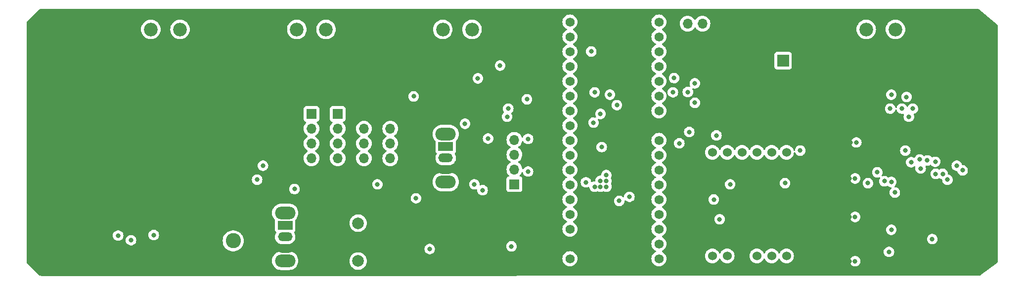
<source format=gbr>
%TF.GenerationSoftware,KiCad,Pcbnew,7.0.1-0*%
%TF.CreationDate,2023-07-27T20:08:02-04:00*%
%TF.ProjectId,Segway V3,53656777-6179-4205-9633-2e6b69636164,V1*%
%TF.SameCoordinates,Original*%
%TF.FileFunction,Copper,L2,Inr*%
%TF.FilePolarity,Positive*%
%FSLAX46Y46*%
G04 Gerber Fmt 4.6, Leading zero omitted, Abs format (unit mm)*
G04 Created by KiCad (PCBNEW 7.0.1-0) date 2023-07-27 20:08:02*
%MOMM*%
%LPD*%
G01*
G04 APERTURE LIST*
%TA.AperFunction,ComponentPad*%
%ADD10C,7.500000*%
%TD*%
%TA.AperFunction,ComponentPad*%
%ADD11C,2.340000*%
%TD*%
%TA.AperFunction,ComponentPad*%
%ADD12R,2.600000X2.600000*%
%TD*%
%TA.AperFunction,ComponentPad*%
%ADD13C,2.600000*%
%TD*%
%TA.AperFunction,ComponentPad*%
%ADD14R,1.700000X1.700000*%
%TD*%
%TA.AperFunction,ComponentPad*%
%ADD15O,1.700000X1.700000*%
%TD*%
%TA.AperFunction,ComponentPad*%
%ADD16C,2.000000*%
%TD*%
%TA.AperFunction,ComponentPad*%
%ADD17C,1.574800*%
%TD*%
%TA.AperFunction,ComponentPad*%
%ADD18R,1.473200X1.473200*%
%TD*%
%TA.AperFunction,ComponentPad*%
%ADD19C,1.524000*%
%TD*%
%TA.AperFunction,ComponentPad*%
%ADD20O,3.500000X2.200000*%
%TD*%
%TA.AperFunction,ComponentPad*%
%ADD21R,2.500000X1.500000*%
%TD*%
%TA.AperFunction,ComponentPad*%
%ADD22O,2.500000X1.500000*%
%TD*%
%TA.AperFunction,ComponentPad*%
%ADD23R,2.000000X2.000000*%
%TD*%
%TA.AperFunction,ViaPad*%
%ADD24C,0.800000*%
%TD*%
G04 APERTURE END LIST*
D10*
%TO.N,GND*%
%TO.C,REF\u002A\u002A*%
X80000000Y-112000000D03*
%TD*%
D11*
%TO.N,+3.3V*%
%TO.C,POT3*%
X150000000Y-105000000D03*
%TO.N,/A3*%
X145000000Y-105000000D03*
%TO.N,GND*%
X140000000Y-105000000D03*
%TD*%
%TO.N,+3.3V*%
%TO.C,POT2*%
X125000000Y-105000000D03*
%TO.N,/A1*%
X120000000Y-105000000D03*
%TO.N,GND*%
X115000000Y-105000000D03*
%TD*%
D12*
%TO.N,GND*%
%TO.C,J9*%
X104107502Y-141307500D03*
D13*
%TO.N,Net-(J9-Pin_2)*%
X109107502Y-141307500D03*
%TD*%
D14*
%TO.N,/BUCK_5V*%
%TO.C,J5*%
X122500000Y-119500000D03*
D15*
X122500000Y-122040000D03*
X122500000Y-124580000D03*
X122500000Y-127120000D03*
%TD*%
D16*
%TO.N,/RST*%
%TO.C,RST*%
X130500000Y-138262500D03*
X130500000Y-144762500D03*
%TO.N,GND*%
X126000000Y-138262500D03*
X126000000Y-144762500D03*
%TD*%
D14*
%TO.N,GND*%
%TO.C,J6*%
X131500000Y-119500000D03*
D15*
%TO.N,+3.3V*%
X131500000Y-122040000D03*
%TO.N,/SDA*%
X131500000Y-124580000D03*
%TO.N,/SCL*%
X131500000Y-127120000D03*
%TD*%
D17*
%TO.N,unconnected-(U1-VBAT-Pad1)*%
%TO.C,U1*%
X166760000Y-144360000D03*
D18*
%TO.N,GND*%
X166760000Y-141820000D03*
D17*
%TO.N,+5V*%
X166760000Y-139280000D03*
%TO.N,/LD01*%
X166760000Y-136740000D03*
%TO.N,/A0*%
X166760000Y-134200000D03*
%TO.N,/A1*%
X166760000Y-131660000D03*
%TO.N,/TFT_CS*%
X166760000Y-129120000D03*
%TO.N,/A3*%
X166760000Y-126580000D03*
%TO.N,/A4*%
X166760000Y-124040000D03*
%TO.N,/HALL_L_A*%
X166760000Y-121500000D03*
%TO.N,/HALL_L_B*%
X166760000Y-118960000D03*
%TO.N,/LDO2*%
X166760000Y-116420000D03*
%TO.N,/HALL_R_A*%
X166760000Y-113880000D03*
%TO.N,/HALL_R_B*%
X166760000Y-111340000D03*
%TO.N,/IMU_RST*%
X166760000Y-108800000D03*
%TO.N,/IMU_INT*%
X166760000Y-106260000D03*
%TO.N,/IMU_CS*%
X166760000Y-103720000D03*
%TO.N,unconnected-(U1-IO42-Pad18)*%
X182000000Y-103720000D03*
%TO.N,/TFT_RST*%
X182000000Y-106260000D03*
%TO.N,/DIR2*%
X182000000Y-108800000D03*
%TO.N,/DIR1*%
X182000000Y-111340000D03*
%TO.N,/MOTOR_EN*%
X182000000Y-113880000D03*
%TO.N,/RX*%
X182000000Y-116420000D03*
%TO.N,/TX*%
X182000000Y-118960000D03*
D18*
%TO.N,GND*%
X182000000Y-121500000D03*
D17*
%TO.N,/RST*%
X182000000Y-124040000D03*
%TO.N,/BAT_READING*%
X182000000Y-126580000D03*
%TO.N,/WS2812*%
X182000000Y-129120000D03*
%TO.N,/SDA*%
X182000000Y-131660000D03*
%TO.N,/SCL*%
X182000000Y-134200000D03*
%TO.N,/TFT_D{slash}C*%
X182000000Y-136740000D03*
%TO.N,/SCK*%
X182000000Y-139280000D03*
%TO.N,/MISO*%
X182000000Y-141820000D03*
%TO.N,/MOSI*%
X182000000Y-144360000D03*
%TD*%
D10*
%TO.N,GND*%
%TO.C,REF\u002A\u002A*%
X160000000Y-112000000D03*
%TD*%
D14*
%TO.N,GND*%
%TO.C,J2*%
X192000000Y-104000000D03*
D15*
%TO.N,Net-(J2-Pin_2)*%
X189460000Y-104000000D03*
%TO.N,/BUCK_5V*%
X186920000Y-104000000D03*
%TD*%
D11*
%TO.N,+3.3V*%
%TO.C,POT4*%
X222500000Y-105000000D03*
%TO.N,/A4*%
X217500000Y-105000000D03*
%TO.N,GND*%
X212500000Y-105000000D03*
%TD*%
D10*
%TO.N,GND*%
%TO.C,REF\u002A\u002A*%
X232000000Y-112000000D03*
%TD*%
D14*
%TO.N,/DIR1*%
%TO.C,J8*%
X157250000Y-131575000D03*
D15*
%TO.N,+3.3V*%
X157250000Y-129035000D03*
%TO.N,/DIR2*%
X157250000Y-126495000D03*
%TO.N,+3.3V*%
X157250000Y-123955000D03*
%TO.N,GND*%
X157250000Y-121415000D03*
%TD*%
D14*
%TO.N,GND*%
%TO.C,J7*%
X136000000Y-119500000D03*
D15*
%TO.N,+3.3V*%
X136000000Y-122040000D03*
%TO.N,/RX*%
X136000000Y-124580000D03*
%TO.N,/TX*%
X136000000Y-127120000D03*
%TD*%
D14*
%TO.N,+3.3V*%
%TO.C,J3*%
X127000000Y-119500000D03*
D15*
X127000000Y-122040000D03*
X127000000Y-124580000D03*
X127000000Y-127120000D03*
%TD*%
D10*
%TO.N,GND*%
%TO.C,REF\u002A\u002A*%
X80000000Y-136000000D03*
%TD*%
D19*
%TO.N,+3.3V*%
%TO.C,A1*%
X191150000Y-143890000D03*
%TO.N,unconnected-(A1-3Vo-Pad2)*%
X193690000Y-143890000D03*
%TO.N,GND*%
X196230000Y-143890000D03*
%TO.N,/SCK*%
X198770000Y-143890000D03*
%TO.N,/MISO*%
X201310000Y-143890000D03*
%TO.N,/IMU_INT*%
X203850000Y-143890000D03*
%TO.N,unconnected-(A1-BT-Pad7)*%
X191150000Y-126110000D03*
%TO.N,+3.3V*%
X193690000Y-126110000D03*
X196230000Y-126110000D03*
%TO.N,/IMU_RST*%
X198770000Y-126110000D03*
%TO.N,/MOSI*%
X201310000Y-126110000D03*
%TO.N,/IMU_CS*%
X203850000Y-126110000D03*
%TD*%
D14*
%TO.N,GND*%
%TO.C,J4*%
X118000000Y-119500000D03*
D15*
X118000000Y-122040000D03*
X118000000Y-124580000D03*
X118000000Y-127120000D03*
%TD*%
D20*
%TO.N,*%
%TO.C,S1*%
X118000000Y-136512500D03*
X118000000Y-144712500D03*
D21*
%TO.N,/VBAT*%
X118000000Y-138612500D03*
D22*
%TO.N,/PWR_EN*%
X118000000Y-140612500D03*
%TO.N,GND*%
X118000000Y-142612500D03*
%TD*%
D20*
%TO.N,*%
%TO.C,MOTOR_SW1*%
X145500000Y-122975000D03*
X145500000Y-131175000D03*
D21*
%TO.N,unconnected-(MOTOR_SW1-A-Pad1)*%
X145500000Y-125075000D03*
D22*
%TO.N,/MOTOR_EN*%
X145500000Y-127075000D03*
%TO.N,GND*%
X145500000Y-129075000D03*
%TD*%
D11*
%TO.N,+3.3V*%
%TO.C,POT1*%
X100000000Y-105000000D03*
%TO.N,/A0*%
X95000000Y-105000000D03*
%TO.N,GND*%
X90000000Y-105000000D03*
%TD*%
D10*
%TO.N,GND*%
%TO.C,REF\u002A\u002A*%
X232000000Y-136000000D03*
%TD*%
D23*
%TO.N,/BUCK_5V*%
%TO.C,C_LED1*%
X203250000Y-110367677D03*
D16*
%TO.N,GND*%
X203250000Y-105367677D03*
%TD*%
D24*
%TO.N,+3.3V*%
X172000000Y-131000000D03*
X173000000Y-130000000D03*
X142750000Y-142699500D03*
X172000000Y-132000000D03*
X171000000Y-132000000D03*
X150400000Y-131600000D03*
X173000000Y-132000000D03*
X222400000Y-133000000D03*
X187200000Y-122600000D03*
X215600000Y-137200000D03*
X215800000Y-124400000D03*
X221600000Y-118600000D03*
X223600000Y-118600000D03*
X224800000Y-120000000D03*
X156750000Y-142250000D03*
X215600000Y-130600000D03*
X215600000Y-144800000D03*
X173000000Y-131000000D03*
%TO.N,GND*%
X104400000Y-129200000D03*
X95600000Y-142200000D03*
X223800000Y-123600000D03*
X119800000Y-134800000D03*
X94400000Y-136200000D03*
X109400000Y-124400000D03*
X144750000Y-142699500D03*
X228000000Y-118800000D03*
X214800000Y-124400000D03*
X105000000Y-133000000D03*
X158750000Y-142250000D03*
X105000000Y-135000000D03*
X103000000Y-135000000D03*
X188500000Y-123500000D03*
X224800000Y-124600000D03*
X105200000Y-130400000D03*
X234000000Y-125800000D03*
X214600000Y-144800000D03*
X214600000Y-130600000D03*
X94400000Y-134200000D03*
X103000000Y-133000000D03*
X214600000Y-137200000D03*
%TO.N,/SCK*%
X192400000Y-137600000D03*
%TO.N,/IMU_INT*%
X170412299Y-108787701D03*
%TO.N,/BUCK_5V*%
X114200000Y-128400000D03*
%TO.N,/MOTOR_EN*%
X151000000Y-113400000D03*
%TO.N,/HALL_L_A*%
X151800000Y-132600000D03*
%TO.N,/HALL_L_B*%
X170800000Y-121000000D03*
X172200000Y-125200000D03*
%TO.N,/HALL_R_A*%
X152750000Y-123750000D03*
%TO.N,/HALL_R_B*%
X156000000Y-120000000D03*
%TO.N,/SCL*%
X140400000Y-134000000D03*
X191400000Y-134200000D03*
X176950000Y-133750000D03*
%TO.N,/SDA*%
X175200000Y-134449500D03*
X224400000Y-116600000D03*
X194200000Y-131600000D03*
X225475455Y-118599500D03*
X203600000Y-131400000D03*
X206200000Y-125800000D03*
X133800000Y-131600000D03*
%TO.N,/TX*%
X156200000Y-118600000D03*
X174800000Y-118000000D03*
X140000000Y-116500000D03*
X159400000Y-117000000D03*
%TO.N,/RX*%
X148800000Y-121200000D03*
X154800000Y-111200000D03*
%TO.N,/DIR1*%
X173600000Y-116200000D03*
X159600000Y-129400000D03*
%TO.N,/DIR2*%
X159600000Y-123800000D03*
X171000000Y-115800000D03*
%TO.N,Net-(Q1-Pad2)*%
X91600000Y-141200000D03*
X95500000Y-140300000D03*
%TO.N,+5V*%
X89400000Y-140400000D03*
%TO.N,/SD0*%
X225200000Y-127800000D03*
X226809659Y-128863000D03*
X221800000Y-131200000D03*
X227962000Y-127499688D03*
%TO.N,/SC0*%
X220600000Y-131063000D03*
X224200000Y-125800000D03*
%TO.N,/SD1*%
X229331188Y-127731188D03*
X229400000Y-129800000D03*
%TO.N,/SC1*%
X217800000Y-131400000D03*
X219400000Y-129526500D03*
%TO.N,/SC2*%
X228800000Y-141000000D03*
X221800000Y-139400000D03*
%TO.N,/SD3*%
X234000000Y-129200000D03*
X231400000Y-130800000D03*
%TO.N,/SC3*%
X230600000Y-129800000D03*
X233000000Y-128400000D03*
X221400000Y-143200000D03*
%TO.N,/WS2812*%
X184400000Y-115800000D03*
%TO.N,/PWR_EN*%
X113200000Y-130800000D03*
%TO.N,/RST*%
X191850000Y-123200000D03*
X221800000Y-116200000D03*
X226668812Y-127331188D03*
X185500000Y-124550000D03*
%TO.N,/BAT_READING*%
X119600000Y-132400000D03*
%TO.N,/TFT_RST*%
X184600000Y-113350000D03*
X188150000Y-114250000D03*
X188150000Y-117600000D03*
X186950000Y-115750000D03*
%TO.N,/LDO2*%
X169500000Y-131250000D03*
X172000000Y-119500000D03*
%TD*%
%TA.AperFunction,Conductor*%
%TO.N,GND*%
G36*
X236747229Y-101507566D02*
G01*
X236784673Y-101529339D01*
X239955597Y-104212428D01*
X239987990Y-104254915D01*
X239999500Y-104307088D01*
X239999500Y-144776519D01*
X239999305Y-144783473D01*
X239993031Y-144895173D01*
X239993000Y-144895706D01*
X239989524Y-144953172D01*
X239974934Y-145004464D01*
X239940150Y-145044885D01*
X237033042Y-147225217D01*
X236997880Y-147243645D01*
X236958696Y-147250017D01*
X77148481Y-147319500D01*
X76203481Y-147319500D01*
X76196528Y-147319305D01*
X76191938Y-147319047D01*
X76084916Y-147313036D01*
X76084386Y-147313005D01*
X76035567Y-147310053D01*
X75991297Y-147298962D01*
X75954037Y-147272607D01*
X73784986Y-145036074D01*
X73759079Y-144996320D01*
X73750000Y-144949746D01*
X73750000Y-144712500D01*
X115744551Y-144712500D01*
X115764317Y-144963649D01*
X115823126Y-145208610D01*
X115840843Y-145251382D01*
X115919534Y-145441359D01*
X116051164Y-145656159D01*
X116214776Y-145847724D01*
X116406341Y-146011336D01*
X116621141Y-146142966D01*
X116853889Y-146239373D01*
X117098852Y-146298183D01*
X117287118Y-146313000D01*
X118712879Y-146313000D01*
X118712882Y-146313000D01*
X118901148Y-146298183D01*
X119146111Y-146239373D01*
X119378859Y-146142966D01*
X119593659Y-146011336D01*
X119785224Y-145847724D01*
X119948836Y-145656159D01*
X120080466Y-145441359D01*
X120176873Y-145208611D01*
X120235683Y-144963648D01*
X120251514Y-144762499D01*
X128994356Y-144762499D01*
X129014891Y-145010316D01*
X129014891Y-145010319D01*
X129014892Y-145010321D01*
X129075937Y-145251381D01*
X129111395Y-145332216D01*
X129175825Y-145479104D01*
X129175827Y-145479107D01*
X129311836Y-145687285D01*
X129480256Y-145870238D01*
X129480259Y-145870240D01*
X129676485Y-146022970D01*
X129676487Y-146022971D01*
X129676491Y-146022974D01*
X129895190Y-146141328D01*
X130130386Y-146222071D01*
X130375665Y-146263000D01*
X130624335Y-146263000D01*
X130869614Y-146222071D01*
X131104810Y-146141328D01*
X131323509Y-146022974D01*
X131519744Y-145870238D01*
X131688164Y-145687285D01*
X131824173Y-145479107D01*
X131924063Y-145251381D01*
X131985108Y-145010321D01*
X132005643Y-144762500D01*
X131985108Y-144514679D01*
X131945938Y-144359999D01*
X165467179Y-144359999D01*
X165486820Y-144584493D01*
X165494122Y-144611744D01*
X165534517Y-144762500D01*
X165545148Y-144802173D01*
X165640382Y-145006406D01*
X165640385Y-145006410D01*
X165769642Y-145191009D01*
X165928991Y-145350358D01*
X166113590Y-145479615D01*
X166113593Y-145479617D01*
X166280418Y-145557407D01*
X166317830Y-145574853D01*
X166535504Y-145633179D01*
X166760000Y-145652820D01*
X166984496Y-145633179D01*
X167202170Y-145574853D01*
X167406410Y-145479615D01*
X167591009Y-145350358D01*
X167750358Y-145191009D01*
X167879615Y-145006410D01*
X167880523Y-145004464D01*
X167918663Y-144922671D01*
X167974853Y-144802170D01*
X168033179Y-144584496D01*
X168052820Y-144360000D01*
X168052820Y-144359999D01*
X180707179Y-144359999D01*
X180726820Y-144584493D01*
X180734122Y-144611744D01*
X180774517Y-144762500D01*
X180785148Y-144802173D01*
X180880382Y-145006406D01*
X180880385Y-145006410D01*
X181009642Y-145191009D01*
X181168991Y-145350358D01*
X181353590Y-145479615D01*
X181353593Y-145479617D01*
X181520418Y-145557407D01*
X181557830Y-145574853D01*
X181775504Y-145633179D01*
X182000000Y-145652820D01*
X182224496Y-145633179D01*
X182442170Y-145574853D01*
X182646410Y-145479615D01*
X182831009Y-145350358D01*
X182990358Y-145191009D01*
X183119615Y-145006410D01*
X183120523Y-145004464D01*
X183158663Y-144922671D01*
X183214853Y-144802170D01*
X183273179Y-144584496D01*
X183292820Y-144360000D01*
X183273179Y-144135504D01*
X183214853Y-143917830D01*
X183201876Y-143890000D01*
X189882676Y-143890000D01*
X189901929Y-144110065D01*
X189959106Y-144323451D01*
X190023410Y-144461352D01*
X190052466Y-144523662D01*
X190179174Y-144704620D01*
X190335380Y-144860826D01*
X190516338Y-144987534D01*
X190716550Y-145080894D01*
X190929932Y-145138070D01*
X191150000Y-145157323D01*
X191370068Y-145138070D01*
X191583450Y-145080894D01*
X191783662Y-144987534D01*
X191964620Y-144860826D01*
X192120826Y-144704620D01*
X192247534Y-144523662D01*
X192307617Y-144394811D01*
X192353375Y-144342635D01*
X192420000Y-144323216D01*
X192486625Y-144342635D01*
X192532382Y-144394811D01*
X192592466Y-144523662D01*
X192719174Y-144704620D01*
X192875380Y-144860826D01*
X193056338Y-144987534D01*
X193256550Y-145080894D01*
X193469932Y-145138070D01*
X193690000Y-145157323D01*
X193910068Y-145138070D01*
X194123450Y-145080894D01*
X194323662Y-144987534D01*
X194504620Y-144860826D01*
X194660826Y-144704620D01*
X194787534Y-144523662D01*
X194880894Y-144323450D01*
X194938070Y-144110068D01*
X194957323Y-143890000D01*
X197502676Y-143890000D01*
X197521929Y-144110065D01*
X197579106Y-144323451D01*
X197643410Y-144461352D01*
X197672466Y-144523662D01*
X197799174Y-144704620D01*
X197955380Y-144860826D01*
X198136338Y-144987534D01*
X198336550Y-145080894D01*
X198549932Y-145138070D01*
X198770000Y-145157323D01*
X198990068Y-145138070D01*
X199203450Y-145080894D01*
X199403662Y-144987534D01*
X199584620Y-144860826D01*
X199740826Y-144704620D01*
X199867534Y-144523662D01*
X199927617Y-144394811D01*
X199973375Y-144342635D01*
X200040000Y-144323216D01*
X200106625Y-144342635D01*
X200152382Y-144394811D01*
X200212466Y-144523662D01*
X200339174Y-144704620D01*
X200495380Y-144860826D01*
X200676338Y-144987534D01*
X200876550Y-145080894D01*
X201089932Y-145138070D01*
X201310000Y-145157323D01*
X201530068Y-145138070D01*
X201743450Y-145080894D01*
X201943662Y-144987534D01*
X202124620Y-144860826D01*
X202280826Y-144704620D01*
X202407534Y-144523662D01*
X202467617Y-144394811D01*
X202513375Y-144342635D01*
X202580000Y-144323216D01*
X202646625Y-144342635D01*
X202692382Y-144394811D01*
X202752466Y-144523662D01*
X202879174Y-144704620D01*
X203035380Y-144860826D01*
X203216338Y-144987534D01*
X203416550Y-145080894D01*
X203629932Y-145138070D01*
X203850000Y-145157323D01*
X204070068Y-145138070D01*
X204283450Y-145080894D01*
X204483662Y-144987534D01*
X204664620Y-144860826D01*
X204725447Y-144799999D01*
X214694540Y-144799999D01*
X214714326Y-144988257D01*
X214772820Y-145168284D01*
X214867466Y-145332216D01*
X214994129Y-145472889D01*
X215147269Y-145584151D01*
X215320197Y-145661144D01*
X215505352Y-145700500D01*
X215505354Y-145700500D01*
X215694646Y-145700500D01*
X215694648Y-145700500D01*
X215818083Y-145674262D01*
X215879803Y-145661144D01*
X216052730Y-145584151D01*
X216190014Y-145484409D01*
X216205870Y-145472889D01*
X216332533Y-145332216D01*
X216427179Y-145168284D01*
X216455574Y-145080893D01*
X216485674Y-144988256D01*
X216505460Y-144800000D01*
X216485674Y-144611744D01*
X216454135Y-144514679D01*
X216427179Y-144431715D01*
X216332533Y-144267783D01*
X216205870Y-144127110D01*
X216052730Y-144015848D01*
X215879802Y-143938855D01*
X215694648Y-143899500D01*
X215694646Y-143899500D01*
X215505354Y-143899500D01*
X215505352Y-143899500D01*
X215320197Y-143938855D01*
X215147269Y-144015848D01*
X214994129Y-144127110D01*
X214867466Y-144267783D01*
X214772820Y-144431715D01*
X214714326Y-144611742D01*
X214694540Y-144799999D01*
X204725447Y-144799999D01*
X204820826Y-144704620D01*
X204947534Y-144523662D01*
X205040894Y-144323450D01*
X205098070Y-144110068D01*
X205117323Y-143890000D01*
X205098070Y-143669932D01*
X205040894Y-143456550D01*
X204947534Y-143256339D01*
X204908085Y-143200000D01*
X220494540Y-143200000D01*
X220514326Y-143388257D01*
X220572820Y-143568284D01*
X220667466Y-143732216D01*
X220794129Y-143872889D01*
X220947269Y-143984151D01*
X221120197Y-144061144D01*
X221305352Y-144100500D01*
X221305354Y-144100500D01*
X221494646Y-144100500D01*
X221494648Y-144100500D01*
X221618084Y-144074262D01*
X221679803Y-144061144D01*
X221852730Y-143984151D01*
X221853435Y-143983639D01*
X222005870Y-143872889D01*
X222132533Y-143732216D01*
X222227179Y-143568284D01*
X222239947Y-143528987D01*
X222285674Y-143388256D01*
X222305460Y-143200000D01*
X222285674Y-143011744D01*
X222227179Y-142831716D01*
X222227179Y-142831715D01*
X222132533Y-142667783D01*
X222005870Y-142527110D01*
X221852730Y-142415848D01*
X221679802Y-142338855D01*
X221494648Y-142299500D01*
X221494646Y-142299500D01*
X221305354Y-142299500D01*
X221305352Y-142299500D01*
X221120197Y-142338855D01*
X220947269Y-142415848D01*
X220794129Y-142527110D01*
X220667466Y-142667783D01*
X220572820Y-142831715D01*
X220514326Y-143011742D01*
X220494540Y-143200000D01*
X204908085Y-143200000D01*
X204820826Y-143075380D01*
X204664620Y-142919174D01*
X204483662Y-142792466D01*
X204326403Y-142719135D01*
X204283451Y-142699106D01*
X204070065Y-142641929D01*
X203850000Y-142622676D01*
X203629934Y-142641929D01*
X203416548Y-142699106D01*
X203216338Y-142792466D01*
X203035379Y-142919174D01*
X202879174Y-143075379D01*
X202752466Y-143256338D01*
X202692382Y-143385189D01*
X202646625Y-143437365D01*
X202580000Y-143456784D01*
X202513375Y-143437365D01*
X202467618Y-143385189D01*
X202419516Y-143282035D01*
X202407534Y-143256339D01*
X202280826Y-143075380D01*
X202124620Y-142919174D01*
X201943662Y-142792466D01*
X201786403Y-142719135D01*
X201743451Y-142699106D01*
X201530065Y-142641929D01*
X201310000Y-142622676D01*
X201089934Y-142641929D01*
X200876548Y-142699106D01*
X200676338Y-142792466D01*
X200495379Y-142919174D01*
X200339174Y-143075379D01*
X200212466Y-143256338D01*
X200152382Y-143385189D01*
X200106625Y-143437365D01*
X200040000Y-143456784D01*
X199973375Y-143437365D01*
X199927618Y-143385189D01*
X199879516Y-143282035D01*
X199867534Y-143256339D01*
X199740826Y-143075380D01*
X199584620Y-142919174D01*
X199403662Y-142792466D01*
X199246403Y-142719135D01*
X199203451Y-142699106D01*
X198990065Y-142641929D01*
X198770000Y-142622676D01*
X198549934Y-142641929D01*
X198336548Y-142699106D01*
X198136338Y-142792466D01*
X197955379Y-142919174D01*
X197799174Y-143075379D01*
X197672466Y-143256338D01*
X197579106Y-143456548D01*
X197521929Y-143669934D01*
X197502676Y-143890000D01*
X194957323Y-143890000D01*
X194938070Y-143669932D01*
X194880894Y-143456550D01*
X194787534Y-143256339D01*
X194660826Y-143075380D01*
X194504620Y-142919174D01*
X194323662Y-142792466D01*
X194166403Y-142719135D01*
X194123451Y-142699106D01*
X193910065Y-142641929D01*
X193690000Y-142622676D01*
X193469934Y-142641929D01*
X193256548Y-142699106D01*
X193056338Y-142792466D01*
X192875379Y-142919174D01*
X192719174Y-143075379D01*
X192592466Y-143256338D01*
X192532382Y-143385189D01*
X192486625Y-143437365D01*
X192420000Y-143456784D01*
X192353375Y-143437365D01*
X192307618Y-143385189D01*
X192259516Y-143282035D01*
X192247534Y-143256339D01*
X192120826Y-143075380D01*
X191964620Y-142919174D01*
X191783662Y-142792466D01*
X191626403Y-142719135D01*
X191583451Y-142699106D01*
X191370065Y-142641929D01*
X191150000Y-142622676D01*
X190929934Y-142641929D01*
X190716548Y-142699106D01*
X190516338Y-142792466D01*
X190335379Y-142919174D01*
X190179174Y-143075379D01*
X190052466Y-143256338D01*
X189959106Y-143456548D01*
X189901929Y-143669934D01*
X189882676Y-143890000D01*
X183201876Y-143890000D01*
X183177495Y-143837714D01*
X183119617Y-143713593D01*
X183078421Y-143654759D01*
X182990358Y-143528991D01*
X182831009Y-143369642D01*
X182646410Y-143240385D01*
X182564912Y-143202382D01*
X182512737Y-143156626D01*
X182493317Y-143090000D01*
X182512737Y-143023374D01*
X182564912Y-142977617D01*
X182646410Y-142939615D01*
X182831009Y-142810358D01*
X182990358Y-142651009D01*
X183119615Y-142466410D01*
X183214853Y-142262170D01*
X183273179Y-142044496D01*
X183292820Y-141820000D01*
X183273179Y-141595504D01*
X183214853Y-141377830D01*
X183160442Y-141261144D01*
X183119617Y-141173593D01*
X183110900Y-141161144D01*
X182998067Y-141000000D01*
X227894540Y-141000000D01*
X227914326Y-141188257D01*
X227972820Y-141368284D01*
X228067466Y-141532216D01*
X228194129Y-141672889D01*
X228347269Y-141784151D01*
X228520197Y-141861144D01*
X228705352Y-141900500D01*
X228705354Y-141900500D01*
X228894646Y-141900500D01*
X228894648Y-141900500D01*
X229024551Y-141872888D01*
X229079803Y-141861144D01*
X229252730Y-141784151D01*
X229344078Y-141717783D01*
X229405870Y-141672889D01*
X229532533Y-141532216D01*
X229627179Y-141368284D01*
X229661991Y-141261144D01*
X229685674Y-141188256D01*
X229705460Y-141000000D01*
X229685674Y-140811744D01*
X229639238Y-140668830D01*
X229627179Y-140631715D01*
X229532533Y-140467783D01*
X229405870Y-140327110D01*
X229252730Y-140215848D01*
X229079802Y-140138855D01*
X228894648Y-140099500D01*
X228894646Y-140099500D01*
X228705354Y-140099500D01*
X228705352Y-140099500D01*
X228520197Y-140138855D01*
X228347269Y-140215848D01*
X228194129Y-140327110D01*
X228067466Y-140467783D01*
X227972820Y-140631715D01*
X227914326Y-140811742D01*
X227894540Y-141000000D01*
X182998067Y-141000000D01*
X182990358Y-140988991D01*
X182831009Y-140829642D01*
X182646410Y-140700385D01*
X182646409Y-140700384D01*
X182646407Y-140700383D01*
X182564912Y-140662381D01*
X182512736Y-140616624D01*
X182493317Y-140549998D01*
X182512737Y-140483372D01*
X182564911Y-140437618D01*
X182646410Y-140399615D01*
X182831009Y-140270358D01*
X182990358Y-140111009D01*
X183119615Y-139926410D01*
X183126805Y-139910992D01*
X183137060Y-139888998D01*
X183214853Y-139722170D01*
X183273179Y-139504496D01*
X183282321Y-139399999D01*
X220894540Y-139399999D01*
X220914326Y-139588257D01*
X220972820Y-139768284D01*
X221067466Y-139932216D01*
X221194129Y-140072889D01*
X221347269Y-140184151D01*
X221520197Y-140261144D01*
X221705352Y-140300500D01*
X221705354Y-140300500D01*
X221894646Y-140300500D01*
X221894648Y-140300500D01*
X222036473Y-140270354D01*
X222079803Y-140261144D01*
X222252730Y-140184151D01*
X222252730Y-140184150D01*
X222405870Y-140072889D01*
X222442943Y-140031716D01*
X222532533Y-139932216D01*
X222627179Y-139768284D01*
X222685674Y-139588256D01*
X222705460Y-139400000D01*
X222685674Y-139211744D01*
X222627179Y-139031716D01*
X222627179Y-139031715D01*
X222532533Y-138867783D01*
X222405870Y-138727110D01*
X222252730Y-138615848D01*
X222079802Y-138538855D01*
X221894648Y-138499500D01*
X221894646Y-138499500D01*
X221705354Y-138499500D01*
X221705352Y-138499500D01*
X221520197Y-138538855D01*
X221347269Y-138615848D01*
X221194129Y-138727110D01*
X221067466Y-138867783D01*
X220972820Y-139031715D01*
X220914326Y-139211742D01*
X220894540Y-139399999D01*
X183282321Y-139399999D01*
X183292820Y-139280000D01*
X183273179Y-139055504D01*
X183214853Y-138837830D01*
X183174542Y-138751382D01*
X183119617Y-138633593D01*
X183119615Y-138633590D01*
X182990358Y-138448991D01*
X182831009Y-138289642D01*
X182646410Y-138160385D01*
X182646409Y-138160384D01*
X182646407Y-138160383D01*
X182564912Y-138122381D01*
X182512736Y-138076624D01*
X182493317Y-138009998D01*
X182512737Y-137943372D01*
X182564911Y-137897618D01*
X182646410Y-137859615D01*
X182831009Y-137730358D01*
X182961367Y-137600000D01*
X191494540Y-137600000D01*
X191514326Y-137788257D01*
X191572820Y-137968284D01*
X191667466Y-138132216D01*
X191794129Y-138272889D01*
X191947269Y-138384151D01*
X192120197Y-138461144D01*
X192305352Y-138500500D01*
X192305354Y-138500500D01*
X192494646Y-138500500D01*
X192494648Y-138500500D01*
X192618084Y-138474262D01*
X192679803Y-138461144D01*
X192852730Y-138384151D01*
X193005871Y-138272888D01*
X193132533Y-138132216D01*
X193227179Y-137968284D01*
X193285674Y-137788256D01*
X193305460Y-137600000D01*
X193285674Y-137411744D01*
X193230313Y-137241360D01*
X193227179Y-137231715D01*
X193208868Y-137199999D01*
X214694540Y-137199999D01*
X214714326Y-137388257D01*
X214772820Y-137568284D01*
X214867466Y-137732216D01*
X214994129Y-137872889D01*
X215147269Y-137984151D01*
X215320197Y-138061144D01*
X215505352Y-138100500D01*
X215505354Y-138100500D01*
X215694646Y-138100500D01*
X215694648Y-138100500D01*
X215860970Y-138065147D01*
X215879803Y-138061144D01*
X216052730Y-137984151D01*
X216205871Y-137872888D01*
X216332533Y-137732216D01*
X216427179Y-137568284D01*
X216485674Y-137388256D01*
X216505460Y-137200000D01*
X216485674Y-137011744D01*
X216427179Y-136831716D01*
X216427179Y-136831715D01*
X216332533Y-136667783D01*
X216205870Y-136527110D01*
X216052730Y-136415848D01*
X215879802Y-136338855D01*
X215694648Y-136299500D01*
X215694646Y-136299500D01*
X215505354Y-136299500D01*
X215505352Y-136299500D01*
X215320197Y-136338855D01*
X215147269Y-136415848D01*
X214994129Y-136527110D01*
X214867466Y-136667783D01*
X214772820Y-136831715D01*
X214714326Y-137011742D01*
X214694540Y-137199999D01*
X193208868Y-137199999D01*
X193132533Y-137067783D01*
X193005870Y-136927110D01*
X192852730Y-136815848D01*
X192679802Y-136738855D01*
X192494648Y-136699500D01*
X192494646Y-136699500D01*
X192305354Y-136699500D01*
X192305352Y-136699500D01*
X192120197Y-136738855D01*
X191947269Y-136815848D01*
X191794129Y-136927110D01*
X191667466Y-137067783D01*
X191572820Y-137231715D01*
X191514326Y-137411742D01*
X191494540Y-137600000D01*
X182961367Y-137600000D01*
X182990358Y-137571009D01*
X183119615Y-137386410D01*
X183214853Y-137182170D01*
X183273179Y-136964496D01*
X183292820Y-136740000D01*
X183273179Y-136515504D01*
X183214853Y-136297830D01*
X183197407Y-136260418D01*
X183119617Y-136093593D01*
X183119615Y-136093590D01*
X182990358Y-135908991D01*
X182831009Y-135749642D01*
X182646410Y-135620385D01*
X182564912Y-135582382D01*
X182512737Y-135536626D01*
X182493317Y-135470000D01*
X182512737Y-135403374D01*
X182564912Y-135357617D01*
X182646410Y-135319615D01*
X182831009Y-135190358D01*
X182990358Y-135031009D01*
X183119615Y-134846410D01*
X183214853Y-134642170D01*
X183273179Y-134424496D01*
X183292820Y-134200000D01*
X183292820Y-134199999D01*
X190494540Y-134199999D01*
X190514326Y-134388257D01*
X190572820Y-134568284D01*
X190667466Y-134732216D01*
X190794129Y-134872889D01*
X190947269Y-134984151D01*
X191120197Y-135061144D01*
X191305352Y-135100500D01*
X191305354Y-135100500D01*
X191494646Y-135100500D01*
X191494648Y-135100500D01*
X191618084Y-135074262D01*
X191679803Y-135061144D01*
X191852730Y-134984151D01*
X192005871Y-134872888D01*
X192132533Y-134732216D01*
X192227179Y-134568284D01*
X192285674Y-134388256D01*
X192305460Y-134200000D01*
X192285674Y-134011744D01*
X192227179Y-133831716D01*
X192227179Y-133831715D01*
X192132533Y-133667783D01*
X192005870Y-133527110D01*
X191852730Y-133415848D01*
X191679802Y-133338855D01*
X191494648Y-133299500D01*
X191494646Y-133299500D01*
X191305354Y-133299500D01*
X191305352Y-133299500D01*
X191120197Y-133338855D01*
X190947269Y-133415848D01*
X190794129Y-133527110D01*
X190667466Y-133667783D01*
X190572820Y-133831715D01*
X190514326Y-134011742D01*
X190494540Y-134199999D01*
X183292820Y-134199999D01*
X183273179Y-133975504D01*
X183214853Y-133757830D01*
X183171728Y-133665348D01*
X183119617Y-133553593D01*
X183101075Y-133527112D01*
X182990358Y-133368991D01*
X182831009Y-133209642D01*
X182646410Y-133080385D01*
X182646409Y-133080384D01*
X182646407Y-133080383D01*
X182564912Y-133042381D01*
X182512736Y-132996624D01*
X182493317Y-132929998D01*
X182512737Y-132863372D01*
X182564911Y-132817618D01*
X182646410Y-132779615D01*
X182831009Y-132650358D01*
X182990358Y-132491009D01*
X183119615Y-132306410D01*
X183214853Y-132102170D01*
X183273179Y-131884496D01*
X183292820Y-131660000D01*
X183287571Y-131600000D01*
X193294540Y-131600000D01*
X193314326Y-131788257D01*
X193372820Y-131968284D01*
X193467466Y-132132216D01*
X193594129Y-132272889D01*
X193747269Y-132384151D01*
X193920197Y-132461144D01*
X194105352Y-132500500D01*
X194105354Y-132500500D01*
X194294646Y-132500500D01*
X194294648Y-132500500D01*
X194424641Y-132472869D01*
X194479803Y-132461144D01*
X194652730Y-132384151D01*
X194759732Y-132306410D01*
X194805870Y-132272889D01*
X194842943Y-132231716D01*
X194932533Y-132132216D01*
X195027179Y-131968284D01*
X195085674Y-131788256D01*
X195105460Y-131600000D01*
X195085674Y-131411744D01*
X195081858Y-131400000D01*
X202694540Y-131400000D01*
X202714326Y-131588257D01*
X202772820Y-131768284D01*
X202867466Y-131932216D01*
X202994129Y-132072889D01*
X203147269Y-132184151D01*
X203320197Y-132261144D01*
X203505352Y-132300500D01*
X203505354Y-132300500D01*
X203694646Y-132300500D01*
X203694648Y-132300500D01*
X203824551Y-132272888D01*
X203879803Y-132261144D01*
X204052730Y-132184151D01*
X204110687Y-132142043D01*
X204205870Y-132072889D01*
X204210468Y-132067783D01*
X204332533Y-131932216D01*
X204427179Y-131768284D01*
X204485674Y-131588256D01*
X204505460Y-131400000D01*
X204485674Y-131211744D01*
X204449935Y-131101750D01*
X204427179Y-131031715D01*
X204332533Y-130867783D01*
X204205870Y-130727110D01*
X204052730Y-130615848D01*
X204017135Y-130600000D01*
X214694540Y-130600000D01*
X214702655Y-130677211D01*
X214714326Y-130788257D01*
X214772820Y-130968284D01*
X214867466Y-131132216D01*
X214994129Y-131272889D01*
X215147269Y-131384151D01*
X215320197Y-131461144D01*
X215505352Y-131500500D01*
X215505354Y-131500500D01*
X215694646Y-131500500D01*
X215694648Y-131500500D01*
X215824551Y-131472888D01*
X215879803Y-131461144D01*
X216017133Y-131400000D01*
X216894540Y-131400000D01*
X216914326Y-131588257D01*
X216972820Y-131768284D01*
X217067466Y-131932216D01*
X217194129Y-132072889D01*
X217347269Y-132184151D01*
X217520197Y-132261144D01*
X217705352Y-132300500D01*
X217705354Y-132300500D01*
X217894646Y-132300500D01*
X217894648Y-132300500D01*
X218024551Y-132272888D01*
X218079803Y-132261144D01*
X218252730Y-132184151D01*
X218310687Y-132142043D01*
X218405870Y-132072889D01*
X218410468Y-132067783D01*
X218532533Y-131932216D01*
X218627179Y-131768284D01*
X218685674Y-131588256D01*
X218705460Y-131400000D01*
X218685674Y-131211744D01*
X218649935Y-131101750D01*
X218627179Y-131031715D01*
X218532533Y-130867783D01*
X218405870Y-130727110D01*
X218252730Y-130615848D01*
X218079802Y-130538855D01*
X217894648Y-130499500D01*
X217894646Y-130499500D01*
X217705354Y-130499500D01*
X217705352Y-130499500D01*
X217520197Y-130538855D01*
X217347269Y-130615848D01*
X217194129Y-130727110D01*
X217067466Y-130867783D01*
X216972820Y-131031715D01*
X216914326Y-131211742D01*
X216894540Y-131400000D01*
X216017133Y-131400000D01*
X216052730Y-131384151D01*
X216205871Y-131272888D01*
X216332533Y-131132216D01*
X216427179Y-130968284D01*
X216485674Y-130788256D01*
X216505460Y-130600000D01*
X216485674Y-130411744D01*
X216449528Y-130300500D01*
X216427179Y-130231715D01*
X216332533Y-130067783D01*
X216205870Y-129927110D01*
X216052730Y-129815848D01*
X215879802Y-129738855D01*
X215694648Y-129699500D01*
X215694646Y-129699500D01*
X215505354Y-129699500D01*
X215505352Y-129699500D01*
X215320197Y-129738855D01*
X215147269Y-129815848D01*
X214994129Y-129927110D01*
X214867466Y-130067783D01*
X214772820Y-130231715D01*
X214714326Y-130411742D01*
X214696206Y-130584151D01*
X214694540Y-130600000D01*
X204017135Y-130600000D01*
X203879802Y-130538855D01*
X203694648Y-130499500D01*
X203694646Y-130499500D01*
X203505354Y-130499500D01*
X203505352Y-130499500D01*
X203320197Y-130538855D01*
X203147269Y-130615848D01*
X202994129Y-130727110D01*
X202867466Y-130867783D01*
X202772820Y-131031715D01*
X202714326Y-131211742D01*
X202694540Y-131400000D01*
X195081858Y-131400000D01*
X195040557Y-131272888D01*
X195027179Y-131231715D01*
X194932533Y-131067783D01*
X194805870Y-130927110D01*
X194652730Y-130815848D01*
X194479802Y-130738855D01*
X194294648Y-130699500D01*
X194294646Y-130699500D01*
X194105354Y-130699500D01*
X194105352Y-130699500D01*
X193920197Y-130738855D01*
X193747269Y-130815848D01*
X193594129Y-130927110D01*
X193467466Y-131067783D01*
X193372820Y-131231715D01*
X193314326Y-131411742D01*
X193294540Y-131600000D01*
X183287571Y-131600000D01*
X183273179Y-131435504D01*
X183214853Y-131217830D01*
X183194881Y-131175000D01*
X183119617Y-131013593D01*
X183110099Y-131000000D01*
X182990358Y-130828991D01*
X182831009Y-130669642D01*
X182646410Y-130540385D01*
X182564912Y-130502382D01*
X182512737Y-130456626D01*
X182493317Y-130390000D01*
X182512737Y-130323374D01*
X182564912Y-130277617D01*
X182646410Y-130239615D01*
X182831009Y-130110358D01*
X182990358Y-129951009D01*
X183119615Y-129766410D01*
X183214853Y-129562170D01*
X183224411Y-129526500D01*
X218494540Y-129526500D01*
X218514326Y-129714757D01*
X218572820Y-129894784D01*
X218667466Y-130058716D01*
X218794129Y-130199389D01*
X218947269Y-130310651D01*
X219120197Y-130387644D01*
X219305352Y-130427000D01*
X219305354Y-130427000D01*
X219494646Y-130427000D01*
X219494648Y-130427000D01*
X219679799Y-130387645D01*
X219679799Y-130387644D01*
X219679803Y-130387644D01*
X219694991Y-130380881D01*
X219755801Y-130370595D01*
X219814046Y-130390876D01*
X219855316Y-130436710D01*
X219869401Y-130496756D01*
X219852815Y-130556160D01*
X219772820Y-130694715D01*
X219714326Y-130874742D01*
X219694540Y-131062999D01*
X219714326Y-131251257D01*
X219772820Y-131431284D01*
X219867466Y-131595216D01*
X219994129Y-131735889D01*
X220147269Y-131847151D01*
X220320197Y-131924144D01*
X220505352Y-131963500D01*
X220505354Y-131963500D01*
X220694646Y-131963500D01*
X220694648Y-131963500D01*
X220879800Y-131924145D01*
X220879801Y-131924144D01*
X220879803Y-131924144D01*
X221052730Y-131847151D01*
X221052734Y-131847147D01*
X221054818Y-131846220D01*
X221105253Y-131835499D01*
X221155688Y-131846218D01*
X221182986Y-131866051D01*
X221183585Y-131865228D01*
X221347269Y-131984151D01*
X221520197Y-132061144D01*
X221705352Y-132100500D01*
X221724401Y-132100500D01*
X221784139Y-132115838D01*
X221829098Y-132158058D01*
X221848156Y-132216715D01*
X221836599Y-132277298D01*
X221797285Y-132324819D01*
X221794128Y-132327112D01*
X221667466Y-132467783D01*
X221572820Y-132631715D01*
X221514326Y-132811742D01*
X221494540Y-132999999D01*
X221514326Y-133188257D01*
X221572820Y-133368284D01*
X221667466Y-133532216D01*
X221794129Y-133672889D01*
X221947269Y-133784151D01*
X222120197Y-133861144D01*
X222305352Y-133900500D01*
X222305354Y-133900500D01*
X222494646Y-133900500D01*
X222494648Y-133900500D01*
X222618084Y-133874262D01*
X222679803Y-133861144D01*
X222852730Y-133784151D01*
X223005871Y-133672888D01*
X223132533Y-133532216D01*
X223227179Y-133368284D01*
X223285674Y-133188256D01*
X223305460Y-133000000D01*
X223285674Y-132811744D01*
X223227179Y-132631716D01*
X223227179Y-132631715D01*
X223132533Y-132467783D01*
X223005870Y-132327110D01*
X222852730Y-132215848D01*
X222679802Y-132138855D01*
X222494648Y-132099500D01*
X222494646Y-132099500D01*
X222475599Y-132099500D01*
X222415861Y-132084162D01*
X222370902Y-132041942D01*
X222351844Y-131983285D01*
X222363401Y-131922702D01*
X222402715Y-131875181D01*
X222402839Y-131875090D01*
X222405871Y-131872888D01*
X222532533Y-131732216D01*
X222627179Y-131568284D01*
X222685674Y-131388256D01*
X222705460Y-131200000D01*
X222685674Y-131011744D01*
X222627179Y-130831716D01*
X222627179Y-130831715D01*
X222532533Y-130667783D01*
X222405870Y-130527110D01*
X222252730Y-130415848D01*
X222079802Y-130338855D01*
X221894648Y-130299500D01*
X221894646Y-130299500D01*
X221705354Y-130299500D01*
X221705352Y-130299500D01*
X221520197Y-130338855D01*
X221345179Y-130416779D01*
X221294740Y-130427500D01*
X221244302Y-130416777D01*
X221217013Y-130396948D01*
X221216415Y-130397772D01*
X221052730Y-130278848D01*
X220879802Y-130201855D01*
X220694648Y-130162500D01*
X220694646Y-130162500D01*
X220505354Y-130162500D01*
X220505352Y-130162500D01*
X220320196Y-130201855D01*
X220305005Y-130208619D01*
X220244194Y-130218904D01*
X220185950Y-130198621D01*
X220144681Y-130152787D01*
X220130598Y-130092742D01*
X220147184Y-130033339D01*
X220150079Y-130028326D01*
X220227179Y-129894784D01*
X220257976Y-129800000D01*
X228494540Y-129800000D01*
X228514326Y-129988257D01*
X228572820Y-130168284D01*
X228667466Y-130332216D01*
X228794129Y-130472889D01*
X228947269Y-130584151D01*
X229120197Y-130661144D01*
X229305352Y-130700500D01*
X229305354Y-130700500D01*
X229494646Y-130700500D01*
X229494648Y-130700500D01*
X229618084Y-130674262D01*
X229679803Y-130661144D01*
X229852730Y-130584151D01*
X229927116Y-130530105D01*
X229974219Y-130509135D01*
X230025781Y-130509135D01*
X230072883Y-130530105D01*
X230147270Y-130584151D01*
X230147271Y-130584151D01*
X230147272Y-130584152D01*
X230320194Y-130661143D01*
X230320195Y-130661143D01*
X230320197Y-130661144D01*
X230395796Y-130677212D01*
X230449709Y-130703504D01*
X230484975Y-130752028D01*
X230489952Y-130787377D01*
X230493178Y-130787039D01*
X230494540Y-130799999D01*
X230494540Y-130800000D01*
X230507517Y-130923478D01*
X230514326Y-130988257D01*
X230572820Y-131168284D01*
X230667466Y-131332216D01*
X230794129Y-131472889D01*
X230947269Y-131584151D01*
X231120197Y-131661144D01*
X231305352Y-131700500D01*
X231305354Y-131700500D01*
X231494646Y-131700500D01*
X231494648Y-131700500D01*
X231618084Y-131674262D01*
X231679803Y-131661144D01*
X231852730Y-131584151D01*
X231883220Y-131561999D01*
X232005870Y-131472889D01*
X232043332Y-131431284D01*
X232132533Y-131332216D01*
X232227179Y-131168284D01*
X232285674Y-130988256D01*
X232305460Y-130800000D01*
X232285674Y-130611744D01*
X232249365Y-130499998D01*
X232227179Y-130431715D01*
X232132533Y-130267783D01*
X232005870Y-130127110D01*
X231852730Y-130015848D01*
X231679802Y-129938855D01*
X231604204Y-129922786D01*
X231550263Y-129896472D01*
X231514999Y-129847908D01*
X231510054Y-129812621D01*
X231506822Y-129812961D01*
X231505460Y-129800000D01*
X231485674Y-129611744D01*
X231427179Y-129431716D01*
X231427179Y-129431715D01*
X231332533Y-129267783D01*
X231205870Y-129127110D01*
X231052730Y-129015848D01*
X230879802Y-128938855D01*
X230694648Y-128899500D01*
X230694646Y-128899500D01*
X230505354Y-128899500D01*
X230505352Y-128899500D01*
X230320197Y-128938855D01*
X230147270Y-129015848D01*
X230072883Y-129069892D01*
X230025779Y-129090864D01*
X229974217Y-129090863D01*
X229927114Y-129069891D01*
X229852730Y-129015848D01*
X229679802Y-128938855D01*
X229494648Y-128899500D01*
X229494646Y-128899500D01*
X229305354Y-128899500D01*
X229305352Y-128899500D01*
X229120197Y-128938855D01*
X228947269Y-129015848D01*
X228794129Y-129127110D01*
X228667466Y-129267783D01*
X228572820Y-129431715D01*
X228514326Y-129611742D01*
X228494540Y-129800000D01*
X220257976Y-129800000D01*
X220285674Y-129714756D01*
X220305460Y-129526500D01*
X220285674Y-129338244D01*
X220245905Y-129215848D01*
X220227179Y-129158215D01*
X220132533Y-128994283D01*
X220005870Y-128853610D01*
X219852730Y-128742348D01*
X219679802Y-128665355D01*
X219494648Y-128626000D01*
X219494646Y-128626000D01*
X219305354Y-128626000D01*
X219305352Y-128626000D01*
X219120197Y-128665355D01*
X218947269Y-128742348D01*
X218794129Y-128853610D01*
X218667466Y-128994283D01*
X218572820Y-129158215D01*
X218514326Y-129338242D01*
X218494540Y-129526500D01*
X183224411Y-129526500D01*
X183273179Y-129344496D01*
X183292820Y-129120000D01*
X183291026Y-129099500D01*
X183276391Y-128932216D01*
X183273179Y-128895504D01*
X183214853Y-128677830D01*
X183165195Y-128571337D01*
X183119617Y-128473593D01*
X183084552Y-128423515D01*
X182990358Y-128288991D01*
X182831009Y-128129642D01*
X182646410Y-128000385D01*
X182564912Y-127962382D01*
X182512737Y-127916626D01*
X182493317Y-127850000D01*
X182507891Y-127800000D01*
X224294540Y-127800000D01*
X224314326Y-127988257D01*
X224372820Y-128168284D01*
X224467466Y-128332216D01*
X224594129Y-128472889D01*
X224747269Y-128584151D01*
X224920197Y-128661144D01*
X225105352Y-128700500D01*
X225105354Y-128700500D01*
X225294646Y-128700500D01*
X225294648Y-128700500D01*
X225418083Y-128674262D01*
X225479803Y-128661144D01*
X225652730Y-128584151D01*
X225737591Y-128522495D01*
X225794935Y-128499792D01*
X225856124Y-128507522D01*
X225906020Y-128543773D01*
X225932280Y-128599578D01*
X225928408Y-128661131D01*
X225923985Y-128674740D01*
X225914154Y-128768284D01*
X225904199Y-128863000D01*
X225908035Y-128899500D01*
X225923985Y-129051257D01*
X225982479Y-129231284D01*
X226077125Y-129395216D01*
X226203788Y-129535889D01*
X226356928Y-129647151D01*
X226529856Y-129724144D01*
X226715011Y-129763500D01*
X226715013Y-129763500D01*
X226904305Y-129763500D01*
X226904307Y-129763500D01*
X227051486Y-129732216D01*
X227089462Y-129724144D01*
X227262389Y-129647151D01*
X227343450Y-129588257D01*
X227415529Y-129535889D01*
X227449049Y-129498662D01*
X227542192Y-129395216D01*
X227636838Y-129231284D01*
X227695333Y-129051256D01*
X227715119Y-128863000D01*
X227695333Y-128674744D01*
X227653112Y-128544804D01*
X227649754Y-128480706D01*
X227678894Y-128423515D01*
X227732726Y-128388556D01*
X227796825Y-128385197D01*
X227867352Y-128400188D01*
X227867354Y-128400188D01*
X228056646Y-128400188D01*
X228056648Y-128400188D01*
X228180084Y-128373950D01*
X228241803Y-128360832D01*
X228414730Y-128283839D01*
X228446717Y-128260598D01*
X228502340Y-128238125D01*
X228562009Y-128244396D01*
X228611749Y-128277946D01*
X228725317Y-128404077D01*
X228878457Y-128515339D01*
X229051385Y-128592332D01*
X229236540Y-128631688D01*
X229236542Y-128631688D01*
X229425834Y-128631688D01*
X229425836Y-128631688D01*
X229576901Y-128599578D01*
X229610991Y-128592332D01*
X229783918Y-128515339D01*
X229812303Y-128494716D01*
X229937058Y-128404077D01*
X229940729Y-128400000D01*
X232094540Y-128400000D01*
X232114326Y-128588257D01*
X232172820Y-128768284D01*
X232267466Y-128932216D01*
X232394129Y-129072889D01*
X232547269Y-129184151D01*
X232720197Y-129261144D01*
X232905352Y-129300500D01*
X232995721Y-129300500D01*
X233046156Y-129311220D01*
X233087871Y-129341528D01*
X233113652Y-129386182D01*
X233172820Y-129568284D01*
X233267466Y-129732216D01*
X233394129Y-129872889D01*
X233547269Y-129984151D01*
X233720197Y-130061144D01*
X233905352Y-130100500D01*
X233905354Y-130100500D01*
X234094646Y-130100500D01*
X234094648Y-130100500D01*
X234224551Y-130072888D01*
X234279803Y-130061144D01*
X234452730Y-129984151D01*
X234498346Y-129951009D01*
X234605870Y-129872889D01*
X234732533Y-129732216D01*
X234827179Y-129568284D01*
X234838239Y-129534245D01*
X234885674Y-129388256D01*
X234905460Y-129200000D01*
X234885674Y-129011744D01*
X234855332Y-128918363D01*
X234827179Y-128831715D01*
X234732533Y-128667783D01*
X234605870Y-128527110D01*
X234452730Y-128415848D01*
X234279802Y-128338855D01*
X234094648Y-128299500D01*
X234094646Y-128299500D01*
X234004279Y-128299500D01*
X233953844Y-128288780D01*
X233912129Y-128258472D01*
X233886348Y-128213818D01*
X233827179Y-128031715D01*
X233732533Y-127867783D01*
X233605870Y-127727110D01*
X233452730Y-127615848D01*
X233279802Y-127538855D01*
X233094648Y-127499500D01*
X233094646Y-127499500D01*
X232905354Y-127499500D01*
X232905352Y-127499500D01*
X232720197Y-127538855D01*
X232547269Y-127615848D01*
X232394129Y-127727110D01*
X232267466Y-127867783D01*
X232172820Y-128031715D01*
X232114326Y-128211742D01*
X232094540Y-128400000D01*
X229940729Y-128400000D01*
X229995784Y-128338856D01*
X230063721Y-128263404D01*
X230158367Y-128099472D01*
X230216862Y-127919444D01*
X230236648Y-127731188D01*
X230216862Y-127542932D01*
X230173998Y-127411012D01*
X230158367Y-127362903D01*
X230063721Y-127198971D01*
X229937058Y-127058298D01*
X229783918Y-126947036D01*
X229610990Y-126870043D01*
X229425836Y-126830688D01*
X229425834Y-126830688D01*
X229236542Y-126830688D01*
X229236540Y-126830688D01*
X229051385Y-126870043D01*
X228878458Y-126947036D01*
X228846472Y-126970275D01*
X228790844Y-126992749D01*
X228731177Y-126986478D01*
X228681438Y-126952928D01*
X228567870Y-126826798D01*
X228414730Y-126715536D01*
X228241802Y-126638543D01*
X228056648Y-126599188D01*
X228056646Y-126599188D01*
X227867354Y-126599188D01*
X227867352Y-126599188D01*
X227682197Y-126638543D01*
X227509271Y-126715535D01*
X227488934Y-126730311D01*
X227433306Y-126752785D01*
X227373639Y-126746512D01*
X227323902Y-126712963D01*
X227274683Y-126658300D01*
X227274682Y-126658299D01*
X227274681Y-126658298D01*
X227121542Y-126547036D01*
X226948614Y-126470043D01*
X226763460Y-126430688D01*
X226763458Y-126430688D01*
X226574166Y-126430688D01*
X226574164Y-126430688D01*
X226389009Y-126470043D01*
X226216081Y-126547036D01*
X226062941Y-126658298D01*
X225936278Y-126798971D01*
X225835116Y-126974191D01*
X225833024Y-126972983D01*
X225814116Y-127003827D01*
X225764755Y-127034068D01*
X225707045Y-127038607D01*
X225664676Y-127021057D01*
X225664636Y-127021149D01*
X225661129Y-127019587D01*
X225653564Y-127016454D01*
X225652729Y-127015848D01*
X225479802Y-126938855D01*
X225294648Y-126899500D01*
X225294646Y-126899500D01*
X225105354Y-126899500D01*
X225105352Y-126899500D01*
X224920197Y-126938855D01*
X224747269Y-127015848D01*
X224594129Y-127127110D01*
X224467466Y-127267783D01*
X224372820Y-127431715D01*
X224314326Y-127611742D01*
X224294540Y-127800000D01*
X182507891Y-127800000D01*
X182512737Y-127783374D01*
X182564912Y-127737617D01*
X182646410Y-127699615D01*
X182831009Y-127570358D01*
X182990358Y-127411009D01*
X183119615Y-127226410D01*
X183214853Y-127022170D01*
X183273179Y-126804496D01*
X183292820Y-126580000D01*
X183273179Y-126355504D01*
X183214853Y-126137830D01*
X183201875Y-126109999D01*
X189882676Y-126109999D01*
X189901929Y-126330065D01*
X189959106Y-126543451D01*
X189976866Y-126581537D01*
X190052466Y-126743662D01*
X190179174Y-126924620D01*
X190335380Y-127080826D01*
X190516338Y-127207534D01*
X190716550Y-127300894D01*
X190929932Y-127358070D01*
X191150000Y-127377323D01*
X191370068Y-127358070D01*
X191583450Y-127300894D01*
X191783662Y-127207534D01*
X191964620Y-127080826D01*
X192120826Y-126924620D01*
X192247534Y-126743662D01*
X192307617Y-126614811D01*
X192353375Y-126562635D01*
X192420000Y-126543216D01*
X192486625Y-126562635D01*
X192532382Y-126614811D01*
X192592466Y-126743662D01*
X192719174Y-126924620D01*
X192875380Y-127080826D01*
X193056338Y-127207534D01*
X193256550Y-127300894D01*
X193469932Y-127358070D01*
X193690000Y-127377323D01*
X193910068Y-127358070D01*
X194123450Y-127300894D01*
X194323662Y-127207534D01*
X194504620Y-127080826D01*
X194660826Y-126924620D01*
X194787534Y-126743662D01*
X194847617Y-126614811D01*
X194893375Y-126562635D01*
X194960000Y-126543216D01*
X195026625Y-126562635D01*
X195072382Y-126614811D01*
X195132466Y-126743662D01*
X195259174Y-126924620D01*
X195415380Y-127080826D01*
X195596338Y-127207534D01*
X195796550Y-127300894D01*
X196009932Y-127358070D01*
X196230000Y-127377323D01*
X196450068Y-127358070D01*
X196663450Y-127300894D01*
X196863662Y-127207534D01*
X197044620Y-127080826D01*
X197200826Y-126924620D01*
X197327534Y-126743662D01*
X197387617Y-126614811D01*
X197433375Y-126562635D01*
X197500000Y-126543216D01*
X197566625Y-126562635D01*
X197612382Y-126614811D01*
X197672466Y-126743662D01*
X197799174Y-126924620D01*
X197955380Y-127080826D01*
X198136338Y-127207534D01*
X198336550Y-127300894D01*
X198549932Y-127358070D01*
X198770000Y-127377323D01*
X198990068Y-127358070D01*
X199203450Y-127300894D01*
X199403662Y-127207534D01*
X199584620Y-127080826D01*
X199740826Y-126924620D01*
X199867534Y-126743662D01*
X199927617Y-126614811D01*
X199973375Y-126562635D01*
X200040000Y-126543216D01*
X200106625Y-126562635D01*
X200152382Y-126614811D01*
X200212466Y-126743662D01*
X200339174Y-126924620D01*
X200495380Y-127080826D01*
X200676338Y-127207534D01*
X200876550Y-127300894D01*
X201089932Y-127358070D01*
X201310000Y-127377323D01*
X201530068Y-127358070D01*
X201743450Y-127300894D01*
X201943662Y-127207534D01*
X202124620Y-127080826D01*
X202280826Y-126924620D01*
X202407534Y-126743662D01*
X202467617Y-126614811D01*
X202513375Y-126562635D01*
X202580000Y-126543216D01*
X202646625Y-126562635D01*
X202692382Y-126614811D01*
X202752466Y-126743662D01*
X202879174Y-126924620D01*
X203035380Y-127080826D01*
X203216338Y-127207534D01*
X203416550Y-127300894D01*
X203629932Y-127358070D01*
X203850000Y-127377323D01*
X204070068Y-127358070D01*
X204283450Y-127300894D01*
X204483662Y-127207534D01*
X204664620Y-127080826D01*
X204820826Y-126924620D01*
X204947534Y-126743662D01*
X205040894Y-126543450D01*
X205098070Y-126330068D01*
X205114387Y-126143553D01*
X205138108Y-126080778D01*
X205191062Y-126039553D01*
X205257739Y-126031956D01*
X205318610Y-126060211D01*
X205355846Y-126116042D01*
X205372821Y-126168285D01*
X205467466Y-126332216D01*
X205594129Y-126472889D01*
X205747269Y-126584151D01*
X205920197Y-126661144D01*
X206105352Y-126700500D01*
X206105354Y-126700500D01*
X206294646Y-126700500D01*
X206294648Y-126700500D01*
X206418084Y-126674262D01*
X206479803Y-126661144D01*
X206652730Y-126584151D01*
X206708750Y-126543450D01*
X206805870Y-126472889D01*
X206886520Y-126383319D01*
X206932533Y-126332216D01*
X207027179Y-126168284D01*
X207085674Y-125988256D01*
X207105460Y-125800000D01*
X223294540Y-125800000D01*
X223314326Y-125988257D01*
X223372820Y-126168284D01*
X223467466Y-126332216D01*
X223594129Y-126472889D01*
X223747269Y-126584151D01*
X223920197Y-126661144D01*
X224105352Y-126700500D01*
X224105354Y-126700500D01*
X224294646Y-126700500D01*
X224294648Y-126700500D01*
X224418084Y-126674262D01*
X224479803Y-126661144D01*
X224652730Y-126584151D01*
X224708750Y-126543450D01*
X224805870Y-126472889D01*
X224886520Y-126383319D01*
X224932533Y-126332216D01*
X225027179Y-126168284D01*
X225085674Y-125988256D01*
X225105460Y-125800000D01*
X225085674Y-125611744D01*
X225036493Y-125460381D01*
X225027179Y-125431715D01*
X224932533Y-125267783D01*
X224805870Y-125127110D01*
X224652730Y-125015848D01*
X224479802Y-124938855D01*
X224294648Y-124899500D01*
X224294646Y-124899500D01*
X224105354Y-124899500D01*
X224105352Y-124899500D01*
X223920197Y-124938855D01*
X223747269Y-125015848D01*
X223594129Y-125127110D01*
X223467466Y-125267783D01*
X223372820Y-125431715D01*
X223314326Y-125611742D01*
X223294540Y-125800000D01*
X207105460Y-125800000D01*
X207085674Y-125611744D01*
X207036493Y-125460381D01*
X207027179Y-125431715D01*
X206932533Y-125267783D01*
X206805870Y-125127110D01*
X206652730Y-125015848D01*
X206479802Y-124938855D01*
X206294648Y-124899500D01*
X206294646Y-124899500D01*
X206105354Y-124899500D01*
X206105352Y-124899500D01*
X205920197Y-124938855D01*
X205747269Y-125015848D01*
X205594129Y-125127110D01*
X205467466Y-125267783D01*
X205372820Y-125431715D01*
X205314326Y-125611742D01*
X205302331Y-125725869D01*
X205276989Y-125788908D01*
X205222232Y-125829130D01*
X205154500Y-125834461D01*
X205094126Y-125803299D01*
X205059235Y-125745000D01*
X205040894Y-125676550D01*
X204947534Y-125476339D01*
X204820826Y-125295380D01*
X204664620Y-125139174D01*
X204483662Y-125012466D01*
X204482109Y-125011742D01*
X204283451Y-124919106D01*
X204070065Y-124861929D01*
X203850000Y-124842676D01*
X203629934Y-124861929D01*
X203416548Y-124919106D01*
X203216338Y-125012466D01*
X203035379Y-125139174D01*
X202879174Y-125295379D01*
X202752466Y-125476338D01*
X202692382Y-125605189D01*
X202646625Y-125657365D01*
X202580000Y-125676784D01*
X202513375Y-125657365D01*
X202467618Y-125605189D01*
X202450409Y-125568284D01*
X202407534Y-125476339D01*
X202280826Y-125295380D01*
X202124620Y-125139174D01*
X201943662Y-125012466D01*
X201942109Y-125011742D01*
X201743451Y-124919106D01*
X201530065Y-124861929D01*
X201310000Y-124842676D01*
X201089934Y-124861929D01*
X200876548Y-124919106D01*
X200676338Y-125012466D01*
X200495379Y-125139174D01*
X200339174Y-125295379D01*
X200212466Y-125476338D01*
X200152382Y-125605189D01*
X200106625Y-125657365D01*
X200040000Y-125676784D01*
X199973375Y-125657365D01*
X199927618Y-125605189D01*
X199910409Y-125568284D01*
X199867534Y-125476339D01*
X199740826Y-125295380D01*
X199584620Y-125139174D01*
X199403662Y-125012466D01*
X199402109Y-125011742D01*
X199203451Y-124919106D01*
X198990065Y-124861929D01*
X198770000Y-124842676D01*
X198549934Y-124861929D01*
X198336548Y-124919106D01*
X198136338Y-125012466D01*
X197955379Y-125139174D01*
X197799174Y-125295379D01*
X197672466Y-125476338D01*
X197612382Y-125605189D01*
X197566625Y-125657365D01*
X197500000Y-125676784D01*
X197433375Y-125657365D01*
X197387618Y-125605189D01*
X197370409Y-125568284D01*
X197327534Y-125476339D01*
X197200826Y-125295380D01*
X197044620Y-125139174D01*
X196863662Y-125012466D01*
X196862109Y-125011742D01*
X196663451Y-124919106D01*
X196450065Y-124861929D01*
X196230000Y-124842676D01*
X196009934Y-124861929D01*
X195796548Y-124919106D01*
X195596338Y-125012466D01*
X195415379Y-125139174D01*
X195259174Y-125295379D01*
X195132466Y-125476338D01*
X195072382Y-125605189D01*
X195026625Y-125657365D01*
X194960000Y-125676784D01*
X194893375Y-125657365D01*
X194847618Y-125605189D01*
X194830409Y-125568284D01*
X194787534Y-125476339D01*
X194660826Y-125295380D01*
X194504620Y-125139174D01*
X194323662Y-125012466D01*
X194322109Y-125011742D01*
X194123451Y-124919106D01*
X193910065Y-124861929D01*
X193690000Y-124842676D01*
X193469934Y-124861929D01*
X193256548Y-124919106D01*
X193056338Y-125012466D01*
X192875379Y-125139174D01*
X192719174Y-125295379D01*
X192592466Y-125476338D01*
X192532382Y-125605189D01*
X192486625Y-125657365D01*
X192420000Y-125676784D01*
X192353375Y-125657365D01*
X192307618Y-125605189D01*
X192290409Y-125568284D01*
X192247534Y-125476339D01*
X192120826Y-125295380D01*
X191964620Y-125139174D01*
X191783662Y-125012466D01*
X191782109Y-125011742D01*
X191583451Y-124919106D01*
X191370065Y-124861929D01*
X191150000Y-124842676D01*
X190929934Y-124861929D01*
X190716548Y-124919106D01*
X190516338Y-125012466D01*
X190335379Y-125139174D01*
X190179174Y-125295379D01*
X190052466Y-125476338D01*
X189959106Y-125676548D01*
X189901929Y-125889934D01*
X189882676Y-126109999D01*
X183201875Y-126109999D01*
X183169026Y-126039553D01*
X183119617Y-125933593D01*
X183119615Y-125933590D01*
X182990358Y-125748991D01*
X182831009Y-125589642D01*
X182646410Y-125460385D01*
X182564912Y-125422382D01*
X182512737Y-125376626D01*
X182493317Y-125310000D01*
X182512737Y-125243374D01*
X182564912Y-125197617D01*
X182646410Y-125159615D01*
X182831009Y-125030358D01*
X182990358Y-124871009D01*
X183119615Y-124686410D01*
X183183224Y-124550000D01*
X184594540Y-124550000D01*
X184614326Y-124738257D01*
X184672820Y-124918284D01*
X184767466Y-125082216D01*
X184894129Y-125222889D01*
X185047269Y-125334151D01*
X185220197Y-125411144D01*
X185405352Y-125450500D01*
X185405354Y-125450500D01*
X185594646Y-125450500D01*
X185594648Y-125450500D01*
X185726932Y-125422382D01*
X185779803Y-125411144D01*
X185952730Y-125334151D01*
X186053216Y-125261144D01*
X186105870Y-125222889D01*
X186126480Y-125200000D01*
X186232533Y-125082216D01*
X186327179Y-124918284D01*
X186385674Y-124738256D01*
X186405460Y-124550000D01*
X186389695Y-124399999D01*
X214894540Y-124399999D01*
X214914326Y-124588257D01*
X214972820Y-124768284D01*
X215067466Y-124932216D01*
X215194129Y-125072889D01*
X215347269Y-125184151D01*
X215520197Y-125261144D01*
X215705352Y-125300500D01*
X215705354Y-125300500D01*
X215894646Y-125300500D01*
X215894648Y-125300500D01*
X216018083Y-125274262D01*
X216079803Y-125261144D01*
X216252730Y-125184151D01*
X216286501Y-125159615D01*
X216405870Y-125072889D01*
X216532533Y-124932216D01*
X216627179Y-124768284D01*
X216649203Y-124700500D01*
X216685674Y-124588256D01*
X216705460Y-124400000D01*
X216685674Y-124211744D01*
X216627179Y-124031716D01*
X216627179Y-124031715D01*
X216532533Y-123867783D01*
X216405870Y-123727110D01*
X216252730Y-123615848D01*
X216079802Y-123538855D01*
X215894648Y-123499500D01*
X215894646Y-123499500D01*
X215705354Y-123499500D01*
X215705352Y-123499500D01*
X215520197Y-123538855D01*
X215347269Y-123615848D01*
X215194129Y-123727110D01*
X215067466Y-123867783D01*
X214972820Y-124031715D01*
X214914326Y-124211742D01*
X214894540Y-124399999D01*
X186389695Y-124399999D01*
X186385674Y-124361744D01*
X186336935Y-124211742D01*
X186327179Y-124181715D01*
X186232533Y-124017783D01*
X186105870Y-123877110D01*
X185952730Y-123765848D01*
X185779802Y-123688855D01*
X185594648Y-123649500D01*
X185594646Y-123649500D01*
X185405354Y-123649500D01*
X185405352Y-123649500D01*
X185220197Y-123688855D01*
X185047269Y-123765848D01*
X184894129Y-123877110D01*
X184767466Y-124017783D01*
X184672820Y-124181715D01*
X184614326Y-124361742D01*
X184594540Y-124550000D01*
X183183224Y-124550000D01*
X183214853Y-124482170D01*
X183273179Y-124264496D01*
X183292820Y-124040000D01*
X183273179Y-123815504D01*
X183214853Y-123597830D01*
X183169468Y-123500500D01*
X183119617Y-123393593D01*
X183111300Y-123381715D01*
X182990358Y-123208991D01*
X182831009Y-123049642D01*
X182679877Y-122943818D01*
X182646406Y-122920382D01*
X182442173Y-122825148D01*
X182442170Y-122825147D01*
X182277278Y-122780964D01*
X182224493Y-122766820D01*
X182000000Y-122747179D01*
X181775506Y-122766820D01*
X181557826Y-122825148D01*
X181353593Y-122920382D01*
X181168987Y-123049645D01*
X181009645Y-123208987D01*
X180880382Y-123393593D01*
X180785148Y-123597826D01*
X180726820Y-123815506D01*
X180707179Y-124040000D01*
X180726820Y-124264493D01*
X180726821Y-124264496D01*
X180763129Y-124400000D01*
X180785148Y-124482173D01*
X180880382Y-124686406D01*
X180880385Y-124686410D01*
X181009642Y-124871009D01*
X181168991Y-125030358D01*
X181274476Y-125104219D01*
X181353593Y-125159618D01*
X181435086Y-125197618D01*
X181487262Y-125243375D01*
X181506682Y-125310000D01*
X181487262Y-125376625D01*
X181435086Y-125422382D01*
X181353593Y-125460381D01*
X181168987Y-125589645D01*
X181009645Y-125748987D01*
X180880382Y-125933593D01*
X180785148Y-126137826D01*
X180726820Y-126355506D01*
X180707179Y-126580000D01*
X180726820Y-126804493D01*
X180726821Y-126804496D01*
X180784873Y-127021149D01*
X180785148Y-127022173D01*
X180880382Y-127226406D01*
X180880385Y-127226410D01*
X181009642Y-127411009D01*
X181168991Y-127570358D01*
X181274476Y-127644219D01*
X181353593Y-127699618D01*
X181435086Y-127737618D01*
X181487262Y-127783375D01*
X181506682Y-127850000D01*
X181487262Y-127916625D01*
X181435086Y-127962382D01*
X181353593Y-128000381D01*
X181168987Y-128129645D01*
X181009645Y-128288987D01*
X181009642Y-128288990D01*
X181009642Y-128288991D01*
X180986208Y-128322458D01*
X180880382Y-128473593D01*
X180785148Y-128677826D01*
X180726820Y-128895506D01*
X180707179Y-129119999D01*
X180726820Y-129344493D01*
X180738547Y-129388257D01*
X180780331Y-129544198D01*
X180785148Y-129562173D01*
X180880382Y-129766406D01*
X180880385Y-129766410D01*
X181009642Y-129951009D01*
X181168991Y-130110358D01*
X181309323Y-130208619D01*
X181353591Y-130239616D01*
X181396802Y-130259765D01*
X181435086Y-130277617D01*
X181487262Y-130323373D01*
X181506682Y-130389998D01*
X181487263Y-130456623D01*
X181435087Y-130502381D01*
X181353592Y-130540383D01*
X181223158Y-130631714D01*
X181181128Y-130661144D01*
X181168987Y-130669645D01*
X181009645Y-130828987D01*
X180880382Y-131013593D01*
X180785148Y-131217826D01*
X180726820Y-131435506D01*
X180707179Y-131660000D01*
X180726820Y-131884493D01*
X180785148Y-132102173D01*
X180880382Y-132306406D01*
X180887830Y-132317043D01*
X181009642Y-132491009D01*
X181168991Y-132650358D01*
X181274476Y-132724219D01*
X181353593Y-132779618D01*
X181435086Y-132817618D01*
X181487262Y-132863375D01*
X181506682Y-132930000D01*
X181487262Y-132996625D01*
X181435086Y-133042382D01*
X181353593Y-133080381D01*
X181168987Y-133209645D01*
X181009645Y-133368987D01*
X180880382Y-133553593D01*
X180785148Y-133757826D01*
X180726820Y-133975506D01*
X180707179Y-134200000D01*
X180726820Y-134424493D01*
X180785148Y-134642173D01*
X180880382Y-134846406D01*
X180880385Y-134846410D01*
X181009642Y-135031009D01*
X181168991Y-135190358D01*
X181274476Y-135264219D01*
X181353593Y-135319618D01*
X181435086Y-135357618D01*
X181487262Y-135403375D01*
X181506682Y-135470000D01*
X181487262Y-135536625D01*
X181435086Y-135582382D01*
X181353593Y-135620381D01*
X181168987Y-135749645D01*
X181009645Y-135908987D01*
X180880382Y-136093593D01*
X180785148Y-136297826D01*
X180726820Y-136515506D01*
X180707179Y-136739999D01*
X180726820Y-136964493D01*
X180785148Y-137182173D01*
X180880382Y-137386406D01*
X180881678Y-137388257D01*
X181009642Y-137571009D01*
X181168991Y-137730358D01*
X181316670Y-137833763D01*
X181353591Y-137859616D01*
X181382054Y-137872888D01*
X181435086Y-137897617D01*
X181487262Y-137943373D01*
X181506682Y-138009998D01*
X181487263Y-138076623D01*
X181435087Y-138122381D01*
X181353592Y-138160383D01*
X181168987Y-138289645D01*
X181009645Y-138448987D01*
X181009642Y-138448990D01*
X181009642Y-138448991D01*
X180986208Y-138482458D01*
X180880382Y-138633593D01*
X180785148Y-138837826D01*
X180726820Y-139055506D01*
X180707179Y-139280000D01*
X180726820Y-139504493D01*
X180736028Y-139538856D01*
X180785120Y-139722071D01*
X180785148Y-139722173D01*
X180880382Y-139926406D01*
X180884100Y-139931716D01*
X181009642Y-140111009D01*
X181168991Y-140270358D01*
X181266817Y-140338856D01*
X181353591Y-140399616D01*
X181388402Y-140415848D01*
X181435086Y-140437617D01*
X181487262Y-140483373D01*
X181506682Y-140549998D01*
X181487263Y-140616623D01*
X181435087Y-140662381D01*
X181353592Y-140700383D01*
X181168987Y-140829645D01*
X181009645Y-140988987D01*
X181009642Y-140988990D01*
X181009642Y-140988991D01*
X181001592Y-141000488D01*
X180880382Y-141173593D01*
X180785148Y-141377826D01*
X180726820Y-141595506D01*
X180707179Y-141820000D01*
X180726820Y-142044493D01*
X180785148Y-142262173D01*
X180880382Y-142466406D01*
X180880385Y-142466410D01*
X181009642Y-142651009D01*
X181168991Y-142810358D01*
X181274476Y-142884219D01*
X181353593Y-142939618D01*
X181435086Y-142977618D01*
X181487262Y-143023375D01*
X181506682Y-143090000D01*
X181487262Y-143156625D01*
X181435086Y-143202382D01*
X181353593Y-143240381D01*
X181168987Y-143369645D01*
X181009645Y-143528987D01*
X180880382Y-143713593D01*
X180785148Y-143917826D01*
X180726820Y-144135506D01*
X180707179Y-144359999D01*
X168052820Y-144359999D01*
X168033179Y-144135504D01*
X167974853Y-143917830D01*
X167937495Y-143837714D01*
X167879617Y-143713593D01*
X167838421Y-143654759D01*
X167750358Y-143528991D01*
X167591009Y-143369642D01*
X167406410Y-143240385D01*
X167406406Y-143240382D01*
X167202173Y-143145148D01*
X167202170Y-143145147D01*
X167063537Y-143108000D01*
X166984493Y-143086820D01*
X166759999Y-143067179D01*
X166535506Y-143086820D01*
X166317826Y-143145148D01*
X166113593Y-143240382D01*
X165928987Y-143369645D01*
X165769645Y-143528987D01*
X165640382Y-143713593D01*
X165545148Y-143917826D01*
X165486820Y-144135506D01*
X165467179Y-144359999D01*
X131945938Y-144359999D01*
X131924063Y-144273619D01*
X131824173Y-144045893D01*
X131688164Y-143837715D01*
X131519744Y-143654762D01*
X131449386Y-143600000D01*
X131323514Y-143502029D01*
X131323510Y-143502026D01*
X131323509Y-143502026D01*
X131104810Y-143383672D01*
X131104806Y-143383670D01*
X131104805Y-143383670D01*
X130869615Y-143302929D01*
X130624335Y-143262000D01*
X130375665Y-143262000D01*
X130130384Y-143302929D01*
X129895194Y-143383670D01*
X129895190Y-143383671D01*
X129895190Y-143383672D01*
X129839770Y-143413664D01*
X129676485Y-143502029D01*
X129480259Y-143654759D01*
X129480256Y-143654761D01*
X129480256Y-143654762D01*
X129311836Y-143837715D01*
X129288856Y-143872889D01*
X129175825Y-144045895D01*
X129101040Y-144216389D01*
X129075937Y-144273619D01*
X129035901Y-144431716D01*
X129014891Y-144514683D01*
X128994356Y-144762499D01*
X120251514Y-144762499D01*
X120255449Y-144712500D01*
X120235683Y-144461352D01*
X120176873Y-144216389D01*
X120080466Y-143983641D01*
X119948836Y-143768841D01*
X119785224Y-143577276D01*
X119593659Y-143413664D01*
X119378859Y-143282034D01*
X119257380Y-143231716D01*
X119146110Y-143185626D01*
X118901149Y-143126817D01*
X118854081Y-143123112D01*
X118712882Y-143112000D01*
X117287118Y-143112000D01*
X117174158Y-143120890D01*
X117098850Y-143126817D01*
X116853889Y-143185626D01*
X116621139Y-143282035D01*
X116406342Y-143413663D01*
X116214776Y-143577276D01*
X116051163Y-143768842D01*
X115919535Y-143983639D01*
X115823126Y-144216389D01*
X115764317Y-144461350D01*
X115744551Y-144712500D01*
X73750000Y-144712500D01*
X73750000Y-140400000D01*
X88494540Y-140400000D01*
X88514326Y-140588257D01*
X88572820Y-140768284D01*
X88667466Y-140932216D01*
X88794129Y-141072889D01*
X88947269Y-141184151D01*
X89120197Y-141261144D01*
X89305352Y-141300500D01*
X89305354Y-141300500D01*
X89494646Y-141300500D01*
X89494648Y-141300500D01*
X89618084Y-141274262D01*
X89679803Y-141261144D01*
X89817133Y-141200000D01*
X90694540Y-141200000D01*
X90714326Y-141388257D01*
X90772820Y-141568284D01*
X90867466Y-141732216D01*
X90994129Y-141872889D01*
X91147269Y-141984151D01*
X91320197Y-142061144D01*
X91505352Y-142100500D01*
X91505354Y-142100500D01*
X91694646Y-142100500D01*
X91694648Y-142100500D01*
X91818084Y-142074262D01*
X91879803Y-142061144D01*
X92052730Y-141984151D01*
X92167866Y-141900500D01*
X92205870Y-141872889D01*
X92332533Y-141732216D01*
X92427179Y-141568284D01*
X92460462Y-141465849D01*
X92485674Y-141388256D01*
X92494162Y-141307500D01*
X107301952Y-141307500D01*
X107322118Y-141576600D01*
X107357637Y-141732216D01*
X107382168Y-141839695D01*
X107480759Y-142090898D01*
X107615687Y-142324602D01*
X107783941Y-142535585D01*
X107981761Y-142719135D01*
X108204728Y-142871151D01*
X108447861Y-142988238D01*
X108705730Y-143067780D01*
X108972573Y-143108000D01*
X109242431Y-143108000D01*
X109509274Y-143067780D01*
X109767143Y-142988238D01*
X110010277Y-142871151D01*
X110233243Y-142719135D01*
X110254405Y-142699500D01*
X141844540Y-142699500D01*
X141864326Y-142887757D01*
X141922820Y-143067784D01*
X142017466Y-143231716D01*
X142144129Y-143372389D01*
X142297269Y-143483651D01*
X142470197Y-143560644D01*
X142655352Y-143600000D01*
X142655354Y-143600000D01*
X142844646Y-143600000D01*
X142844648Y-143600000D01*
X142993859Y-143568284D01*
X143029803Y-143560644D01*
X143202730Y-143483651D01*
X143239709Y-143456784D01*
X143355870Y-143372389D01*
X143358344Y-143369642D01*
X143482533Y-143231716D01*
X143577179Y-143067784D01*
X143635674Y-142887756D01*
X143655460Y-142699500D01*
X143635674Y-142511244D01*
X143604678Y-142415848D01*
X143577179Y-142331215D01*
X143530290Y-142250000D01*
X155844540Y-142250000D01*
X155864326Y-142438257D01*
X155922820Y-142618284D01*
X156017466Y-142782216D01*
X156144129Y-142922889D01*
X156297269Y-143034151D01*
X156470197Y-143111144D01*
X156655352Y-143150500D01*
X156655354Y-143150500D01*
X156844646Y-143150500D01*
X156844648Y-143150500D01*
X156968083Y-143124262D01*
X157029803Y-143111144D01*
X157202730Y-143034151D01*
X157233571Y-143011744D01*
X157355870Y-142922889D01*
X157482533Y-142782216D01*
X157577179Y-142618284D01*
X157577178Y-142618284D01*
X157635674Y-142438256D01*
X157655460Y-142250000D01*
X157635674Y-142061744D01*
X157588107Y-141915348D01*
X157577179Y-141881715D01*
X157482533Y-141717783D01*
X157355870Y-141577110D01*
X157202730Y-141465848D01*
X157029802Y-141388855D01*
X156844648Y-141349500D01*
X156844646Y-141349500D01*
X156655354Y-141349500D01*
X156655352Y-141349500D01*
X156470197Y-141388855D01*
X156297269Y-141465848D01*
X156144129Y-141577110D01*
X156017466Y-141717783D01*
X155922820Y-141881715D01*
X155864326Y-142061742D01*
X155844540Y-142250000D01*
X143530290Y-142250000D01*
X143482533Y-142167283D01*
X143355870Y-142026610D01*
X143202730Y-141915348D01*
X143029802Y-141838355D01*
X142844648Y-141799000D01*
X142844646Y-141799000D01*
X142655354Y-141799000D01*
X142655352Y-141799000D01*
X142470197Y-141838355D01*
X142297269Y-141915348D01*
X142144129Y-142026610D01*
X142017466Y-142167283D01*
X141922820Y-142331215D01*
X141864326Y-142511242D01*
X141844540Y-142699500D01*
X110254405Y-142699500D01*
X110431063Y-142535585D01*
X110599317Y-142324602D01*
X110734245Y-142090898D01*
X110832836Y-141839695D01*
X110892885Y-141576603D01*
X110913051Y-141307500D01*
X110892885Y-141038397D01*
X110832836Y-140775305D01*
X110734245Y-140524102D01*
X110599317Y-140290398D01*
X110431063Y-140079415D01*
X110364369Y-140017532D01*
X110233245Y-139895866D01*
X110136160Y-139829675D01*
X110010277Y-139743849D01*
X109767143Y-139626762D01*
X109642310Y-139588256D01*
X109509273Y-139547219D01*
X109242431Y-139507000D01*
X108972573Y-139507000D01*
X108705730Y-139547219D01*
X108447861Y-139626762D01*
X108204730Y-139743847D01*
X107981759Y-139895866D01*
X107783941Y-140079415D01*
X107615686Y-140290399D01*
X107480759Y-140524101D01*
X107382168Y-140775304D01*
X107322118Y-141038399D01*
X107301952Y-141307500D01*
X92494162Y-141307500D01*
X92505460Y-141200000D01*
X92485674Y-141011744D01*
X92446730Y-140891887D01*
X92427179Y-140831715D01*
X92332533Y-140667783D01*
X92205870Y-140527110D01*
X92052730Y-140415848D01*
X91879802Y-140338855D01*
X91697000Y-140300000D01*
X94594540Y-140300000D01*
X94614326Y-140488257D01*
X94672820Y-140668284D01*
X94767466Y-140832216D01*
X94894129Y-140972889D01*
X95047269Y-141084151D01*
X95220197Y-141161144D01*
X95405352Y-141200500D01*
X95405354Y-141200500D01*
X95594646Y-141200500D01*
X95594648Y-141200500D01*
X95721249Y-141173590D01*
X95779803Y-141161144D01*
X95952730Y-141084151D01*
X95968232Y-141072888D01*
X96105870Y-140972889D01*
X96232533Y-140832216D01*
X96327179Y-140668284D01*
X96343965Y-140616623D01*
X96385674Y-140488256D01*
X96405460Y-140300000D01*
X96385674Y-140111744D01*
X96355062Y-140017532D01*
X96327179Y-139931715D01*
X96232533Y-139767783D01*
X96105870Y-139627110D01*
X95952730Y-139515848D01*
X95779802Y-139438855D01*
X95594648Y-139399500D01*
X95594646Y-139399500D01*
X95405354Y-139399500D01*
X95405352Y-139399500D01*
X95220197Y-139438855D01*
X95047269Y-139515848D01*
X94894129Y-139627110D01*
X94767466Y-139767783D01*
X94672820Y-139931715D01*
X94614326Y-140111742D01*
X94594540Y-140300000D01*
X91697000Y-140300000D01*
X91694648Y-140299500D01*
X91694646Y-140299500D01*
X91505354Y-140299500D01*
X91505352Y-140299500D01*
X91320197Y-140338855D01*
X91147269Y-140415848D01*
X90994129Y-140527110D01*
X90867466Y-140667783D01*
X90772820Y-140831715D01*
X90714326Y-141011742D01*
X90694540Y-141200000D01*
X89817133Y-141200000D01*
X89852730Y-141184151D01*
X89960346Y-141105964D01*
X90005870Y-141072889D01*
X90132533Y-140932216D01*
X90227179Y-140768284D01*
X90249241Y-140700385D01*
X90285674Y-140588256D01*
X90305460Y-140400000D01*
X90285674Y-140211744D01*
X90252943Y-140111009D01*
X90227179Y-140031715D01*
X90132533Y-139867783D01*
X90005870Y-139727110D01*
X89852730Y-139615848D01*
X89679802Y-139538855D01*
X89494648Y-139499500D01*
X89494646Y-139499500D01*
X89305354Y-139499500D01*
X89305352Y-139499500D01*
X89120197Y-139538855D01*
X88947269Y-139615848D01*
X88794129Y-139727110D01*
X88667466Y-139867783D01*
X88572820Y-140031715D01*
X88514326Y-140211742D01*
X88494540Y-140400000D01*
X73750000Y-140400000D01*
X73750000Y-136512499D01*
X115744551Y-136512499D01*
X115764317Y-136763649D01*
X115823126Y-137008610D01*
X115847637Y-137067784D01*
X115919534Y-137241359D01*
X115919535Y-137241360D01*
X116051165Y-137456161D01*
X116221114Y-137655146D01*
X116220112Y-137656001D01*
X116247958Y-137694914D01*
X116256020Y-137753975D01*
X116249500Y-137814628D01*
X116249500Y-139410369D01*
X116255909Y-139469984D01*
X116273016Y-139515849D01*
X116306204Y-139604831D01*
X116392453Y-139720044D01*
X116392455Y-139720047D01*
X116431596Y-139749348D01*
X116470289Y-139797564D01*
X116480894Y-139858469D01*
X116460774Y-139916925D01*
X116394364Y-140017532D01*
X116305896Y-140224512D01*
X116255809Y-140443962D01*
X116245709Y-140668828D01*
X116275925Y-140891888D01*
X116338395Y-141084151D01*
X116345483Y-141105964D01*
X116452148Y-141304181D01*
X116552032Y-141429431D01*
X116581074Y-141465849D01*
X116592492Y-141480166D01*
X116762004Y-141628265D01*
X116762006Y-141628266D01*
X116955237Y-141743716D01*
X117073214Y-141787993D01*
X117165976Y-141822807D01*
X117387453Y-141863000D01*
X118556153Y-141863000D01*
X118556155Y-141863000D01*
X118724188Y-141847877D01*
X118941170Y-141787993D01*
X119143973Y-141690329D01*
X119326078Y-141558022D01*
X119481632Y-141395325D01*
X119605635Y-141207468D01*
X119694103Y-141000488D01*
X119744191Y-140781037D01*
X119754290Y-140556170D01*
X119724075Y-140333113D01*
X119654517Y-140119036D01*
X119547852Y-139920819D01*
X119547849Y-139920815D01*
X119542563Y-139910992D01*
X119544087Y-139910171D01*
X119523773Y-139862959D01*
X119532090Y-139798081D01*
X119572257Y-139746462D01*
X119607546Y-139720046D01*
X119693796Y-139604831D01*
X119744091Y-139469983D01*
X119750500Y-139410373D01*
X119750499Y-138262500D01*
X128994356Y-138262500D01*
X129014891Y-138510316D01*
X129014891Y-138510319D01*
X129014892Y-138510321D01*
X129075937Y-138751381D01*
X129113855Y-138837826D01*
X129175825Y-138979104D01*
X129175827Y-138979107D01*
X129311836Y-139187285D01*
X129480256Y-139370238D01*
X129480259Y-139370240D01*
X129676485Y-139522970D01*
X129676487Y-139522971D01*
X129676491Y-139522974D01*
X129895190Y-139641328D01*
X130130386Y-139722071D01*
X130375665Y-139763000D01*
X130624335Y-139763000D01*
X130869614Y-139722071D01*
X131104810Y-139641328D01*
X131323509Y-139522974D01*
X131519744Y-139370238D01*
X131602814Y-139280000D01*
X165467179Y-139280000D01*
X165486820Y-139504493D01*
X165496028Y-139538856D01*
X165545120Y-139722071D01*
X165545148Y-139722173D01*
X165640382Y-139926406D01*
X165644100Y-139931716D01*
X165769642Y-140111009D01*
X165928991Y-140270358D01*
X166113590Y-140399615D01*
X166113593Y-140399617D01*
X166208693Y-140443962D01*
X166317830Y-140494853D01*
X166535504Y-140553179D01*
X166760000Y-140572820D01*
X166984496Y-140553179D01*
X167202170Y-140494853D01*
X167371598Y-140415848D01*
X167406406Y-140399617D01*
X167406406Y-140399616D01*
X167406410Y-140399615D01*
X167591009Y-140270358D01*
X167750358Y-140111009D01*
X167879615Y-139926410D01*
X167886805Y-139910992D01*
X167897060Y-139888998D01*
X167974853Y-139722170D01*
X168033179Y-139504496D01*
X168052820Y-139280000D01*
X168033179Y-139055504D01*
X167974853Y-138837830D01*
X167934542Y-138751382D01*
X167879617Y-138633593D01*
X167879615Y-138633590D01*
X167750358Y-138448991D01*
X167591009Y-138289642D01*
X167406410Y-138160385D01*
X167406409Y-138160384D01*
X167406407Y-138160383D01*
X167324912Y-138122381D01*
X167272736Y-138076624D01*
X167253317Y-138009998D01*
X167272737Y-137943372D01*
X167324911Y-137897618D01*
X167406410Y-137859615D01*
X167591009Y-137730358D01*
X167750358Y-137571009D01*
X167879615Y-137386410D01*
X167974853Y-137182170D01*
X168033179Y-136964496D01*
X168052820Y-136740000D01*
X168033179Y-136515504D01*
X167974853Y-136297830D01*
X167957407Y-136260418D01*
X167879617Y-136093593D01*
X167879615Y-136093590D01*
X167750358Y-135908991D01*
X167591009Y-135749642D01*
X167406410Y-135620385D01*
X167324912Y-135582382D01*
X167272737Y-135536626D01*
X167253317Y-135470000D01*
X167272737Y-135403374D01*
X167324912Y-135357617D01*
X167406410Y-135319615D01*
X167591009Y-135190358D01*
X167750358Y-135031009D01*
X167879615Y-134846410D01*
X167974853Y-134642170D01*
X168026479Y-134449500D01*
X174294540Y-134449500D01*
X174314326Y-134637757D01*
X174372820Y-134817784D01*
X174467466Y-134981716D01*
X174594129Y-135122389D01*
X174747269Y-135233651D01*
X174920197Y-135310644D01*
X175105352Y-135350000D01*
X175105354Y-135350000D01*
X175294646Y-135350000D01*
X175294648Y-135350000D01*
X175437602Y-135319614D01*
X175479803Y-135310644D01*
X175652730Y-135233651D01*
X175712318Y-135190358D01*
X175805870Y-135122389D01*
X175861016Y-135061144D01*
X175932533Y-134981716D01*
X176027179Y-134817784D01*
X176085674Y-134637756D01*
X176103800Y-134465285D01*
X176122423Y-134411810D01*
X176162884Y-134372187D01*
X176216743Y-134354687D01*
X176272767Y-134362959D01*
X176319269Y-134395278D01*
X176344129Y-134422888D01*
X176344132Y-134422890D01*
X176497269Y-134534151D01*
X176670197Y-134611144D01*
X176855352Y-134650500D01*
X176855354Y-134650500D01*
X177044646Y-134650500D01*
X177044648Y-134650500D01*
X177168083Y-134624262D01*
X177229803Y-134611144D01*
X177402730Y-134534151D01*
X177553662Y-134424493D01*
X177555870Y-134422889D01*
X177601523Y-134372187D01*
X177682533Y-134282216D01*
X177777179Y-134118284D01*
X177835674Y-133938256D01*
X177855460Y-133750000D01*
X177835674Y-133561744D01*
X177788269Y-133415848D01*
X177777179Y-133381715D01*
X177682533Y-133217783D01*
X177555870Y-133077110D01*
X177402730Y-132965848D01*
X177229802Y-132888855D01*
X177044648Y-132849500D01*
X177044646Y-132849500D01*
X176855354Y-132849500D01*
X176855352Y-132849500D01*
X176670197Y-132888855D01*
X176497269Y-132965848D01*
X176344129Y-133077110D01*
X176217466Y-133217783D01*
X176122820Y-133381715D01*
X176064326Y-133561742D01*
X176064325Y-133561744D01*
X176064326Y-133561744D01*
X176052645Y-133672889D01*
X176046200Y-133734208D01*
X176027576Y-133787689D01*
X175987115Y-133827312D01*
X175933255Y-133844812D01*
X175877232Y-133836539D01*
X175830729Y-133804220D01*
X175815844Y-133787689D01*
X175805871Y-133776612D01*
X175805869Y-133776611D01*
X175805867Y-133776608D01*
X175652730Y-133665348D01*
X175479802Y-133588355D01*
X175294648Y-133549000D01*
X175294646Y-133549000D01*
X175105354Y-133549000D01*
X175105352Y-133549000D01*
X174920197Y-133588355D01*
X174747269Y-133665348D01*
X174594129Y-133776610D01*
X174467466Y-133917283D01*
X174372820Y-134081215D01*
X174314326Y-134261242D01*
X174294540Y-134449500D01*
X168026479Y-134449500D01*
X168033179Y-134424496D01*
X168052820Y-134200000D01*
X168033179Y-133975504D01*
X167974853Y-133757830D01*
X167931728Y-133665348D01*
X167879617Y-133553593D01*
X167861075Y-133527112D01*
X167750358Y-133368991D01*
X167591009Y-133209642D01*
X167406410Y-133080385D01*
X167406409Y-133080384D01*
X167406407Y-133080383D01*
X167324912Y-133042381D01*
X167272736Y-132996624D01*
X167253317Y-132929998D01*
X167272737Y-132863372D01*
X167324911Y-132817618D01*
X167406410Y-132779615D01*
X167591009Y-132650358D01*
X167750358Y-132491009D01*
X167879615Y-132306410D01*
X167974853Y-132102170D01*
X168033179Y-131884496D01*
X168052820Y-131660000D01*
X168033179Y-131435504D01*
X167983473Y-131250000D01*
X168594540Y-131250000D01*
X168614326Y-131438257D01*
X168672820Y-131618284D01*
X168767466Y-131782216D01*
X168894129Y-131922889D01*
X169047269Y-132034151D01*
X169220197Y-132111144D01*
X169405352Y-132150500D01*
X169405354Y-132150500D01*
X169594646Y-132150500D01*
X169594648Y-132150500D01*
X169779800Y-132111145D01*
X169779801Y-132111144D01*
X169779803Y-132111144D01*
X169935716Y-132041725D01*
X169992636Y-132031176D01*
X170048147Y-132047618D01*
X170090142Y-132087470D01*
X170109469Y-132142043D01*
X170114326Y-132188257D01*
X170172820Y-132368284D01*
X170267466Y-132532216D01*
X170394129Y-132672889D01*
X170547269Y-132784151D01*
X170720197Y-132861144D01*
X170905352Y-132900500D01*
X170905354Y-132900500D01*
X171094646Y-132900500D01*
X171094648Y-132900500D01*
X171218084Y-132874262D01*
X171279803Y-132861144D01*
X171449566Y-132785559D01*
X171500000Y-132774839D01*
X171550433Y-132785559D01*
X171720196Y-132861143D01*
X171720197Y-132861144D01*
X171905352Y-132900500D01*
X171905354Y-132900500D01*
X172094646Y-132900500D01*
X172094648Y-132900500D01*
X172218084Y-132874262D01*
X172279803Y-132861144D01*
X172449566Y-132785559D01*
X172500000Y-132774839D01*
X172550433Y-132785559D01*
X172720196Y-132861143D01*
X172720197Y-132861144D01*
X172905352Y-132900500D01*
X172905354Y-132900500D01*
X173094646Y-132900500D01*
X173094648Y-132900500D01*
X173218084Y-132874262D01*
X173279803Y-132861144D01*
X173452730Y-132784151D01*
X173485031Y-132760683D01*
X173605870Y-132672889D01*
X173610875Y-132667331D01*
X173732533Y-132532216D01*
X173827179Y-132368284D01*
X173885674Y-132188256D01*
X173905460Y-132000000D01*
X173885674Y-131811744D01*
X173827179Y-131631716D01*
X173799717Y-131584151D01*
X173786928Y-131561999D01*
X173770315Y-131499998D01*
X173786926Y-131438001D01*
X173827179Y-131368284D01*
X173885674Y-131188256D01*
X173905460Y-131000000D01*
X173885674Y-130811744D01*
X173827179Y-130631716D01*
X173799717Y-130584151D01*
X173786928Y-130561999D01*
X173770315Y-130499998D01*
X173786926Y-130438001D01*
X173827179Y-130368284D01*
X173885674Y-130188256D01*
X173905460Y-130000000D01*
X173885674Y-129811744D01*
X173854161Y-129714757D01*
X173827179Y-129631715D01*
X173732533Y-129467783D01*
X173605870Y-129327110D01*
X173452730Y-129215848D01*
X173279802Y-129138855D01*
X173094648Y-129099500D01*
X173094646Y-129099500D01*
X172905354Y-129099500D01*
X172905352Y-129099500D01*
X172720197Y-129138855D01*
X172547269Y-129215848D01*
X172394129Y-129327110D01*
X172267466Y-129467783D01*
X172172820Y-129631715D01*
X172114326Y-129811742D01*
X172110525Y-129847908D01*
X172095775Y-129988256D01*
X172095753Y-129988461D01*
X172075233Y-130044840D01*
X172030646Y-130084985D01*
X171972432Y-130099500D01*
X171905352Y-130099500D01*
X171720197Y-130138855D01*
X171547269Y-130215848D01*
X171394129Y-130327110D01*
X171267466Y-130467783D01*
X171172820Y-130631715D01*
X171114326Y-130811742D01*
X171112514Y-130828987D01*
X171095775Y-130988256D01*
X171095753Y-130988461D01*
X171075233Y-131044840D01*
X171030646Y-131084985D01*
X170972432Y-131099500D01*
X170905352Y-131099500D01*
X170720199Y-131138854D01*
X170564286Y-131208272D01*
X170507361Y-131218822D01*
X170451851Y-131202379D01*
X170409856Y-131162527D01*
X170390530Y-131107955D01*
X170385674Y-131061744D01*
X170341929Y-130927112D01*
X170327179Y-130881715D01*
X170232533Y-130717783D01*
X170105870Y-130577110D01*
X169952730Y-130465848D01*
X169779802Y-130388855D01*
X169594648Y-130349500D01*
X169594646Y-130349500D01*
X169405354Y-130349500D01*
X169405352Y-130349500D01*
X169220197Y-130388855D01*
X169047269Y-130465848D01*
X168894129Y-130577110D01*
X168767466Y-130717783D01*
X168672820Y-130881715D01*
X168614326Y-131061742D01*
X168594540Y-131250000D01*
X167983473Y-131250000D01*
X167974853Y-131217830D01*
X167954881Y-131175000D01*
X167879617Y-131013593D01*
X167870099Y-131000000D01*
X167750358Y-130828991D01*
X167591009Y-130669642D01*
X167406410Y-130540385D01*
X167324912Y-130502382D01*
X167272737Y-130456626D01*
X167253317Y-130390000D01*
X167272737Y-130323374D01*
X167324912Y-130277617D01*
X167406410Y-130239615D01*
X167591009Y-130110358D01*
X167750358Y-129951009D01*
X167879615Y-129766410D01*
X167974853Y-129562170D01*
X168033179Y-129344496D01*
X168052820Y-129120000D01*
X168051026Y-129099500D01*
X168036391Y-128932216D01*
X168033179Y-128895504D01*
X167974853Y-128677830D01*
X167925195Y-128571337D01*
X167879617Y-128473593D01*
X167844552Y-128423515D01*
X167750358Y-128288991D01*
X167591009Y-128129642D01*
X167406410Y-128000385D01*
X167324912Y-127962382D01*
X167272737Y-127916626D01*
X167253317Y-127850000D01*
X167272737Y-127783374D01*
X167324912Y-127737617D01*
X167406410Y-127699615D01*
X167591009Y-127570358D01*
X167750358Y-127411009D01*
X167879615Y-127226410D01*
X167974853Y-127022170D01*
X168033179Y-126804496D01*
X168052820Y-126580000D01*
X168033179Y-126355504D01*
X167974853Y-126137830D01*
X167929026Y-126039553D01*
X167879617Y-125933593D01*
X167879615Y-125933590D01*
X167750358Y-125748991D01*
X167591009Y-125589642D01*
X167406410Y-125460385D01*
X167324912Y-125422382D01*
X167272737Y-125376626D01*
X167253317Y-125310000D01*
X167272737Y-125243374D01*
X167322195Y-125200000D01*
X171294540Y-125200000D01*
X171314326Y-125388257D01*
X171372820Y-125568284D01*
X171467466Y-125732216D01*
X171594129Y-125872889D01*
X171747269Y-125984151D01*
X171920197Y-126061144D01*
X172105352Y-126100500D01*
X172105354Y-126100500D01*
X172294646Y-126100500D01*
X172294648Y-126100500D01*
X172450695Y-126067331D01*
X172479803Y-126061144D01*
X172652730Y-125984151D01*
X172705289Y-125945965D01*
X172805870Y-125872889D01*
X172805885Y-125872873D01*
X172932533Y-125732216D01*
X173027179Y-125568284D01*
X173085674Y-125388256D01*
X173105460Y-125200000D01*
X173085674Y-125011744D01*
X173055307Y-124918284D01*
X173027179Y-124831715D01*
X172932533Y-124667783D01*
X172805870Y-124527110D01*
X172652730Y-124415848D01*
X172479802Y-124338855D01*
X172294648Y-124299500D01*
X172294646Y-124299500D01*
X172105354Y-124299500D01*
X172105352Y-124299500D01*
X171920197Y-124338855D01*
X171747269Y-124415848D01*
X171594129Y-124527110D01*
X171467466Y-124667783D01*
X171372820Y-124831715D01*
X171314326Y-125011742D01*
X171294540Y-125200000D01*
X167322195Y-125200000D01*
X167324912Y-125197617D01*
X167406410Y-125159615D01*
X167591009Y-125030358D01*
X167750358Y-124871009D01*
X167879615Y-124686410D01*
X167974853Y-124482170D01*
X168033179Y-124264496D01*
X168052820Y-124040000D01*
X168033179Y-123815504D01*
X167974853Y-123597830D01*
X167929468Y-123500500D01*
X167879617Y-123393593D01*
X167871300Y-123381715D01*
X167750358Y-123208991D01*
X167591009Y-123049642D01*
X167406410Y-122920385D01*
X167406409Y-122920384D01*
X167406407Y-122920383D01*
X167324912Y-122882381D01*
X167272736Y-122836624D01*
X167253317Y-122769998D01*
X167272737Y-122703372D01*
X167324911Y-122657618D01*
X167406410Y-122619615D01*
X167434425Y-122599999D01*
X186294540Y-122599999D01*
X186314326Y-122788257D01*
X186372820Y-122968284D01*
X186467466Y-123132216D01*
X186594129Y-123272889D01*
X186747269Y-123384151D01*
X186920197Y-123461144D01*
X187105352Y-123500500D01*
X187105354Y-123500500D01*
X187294646Y-123500500D01*
X187294648Y-123500500D01*
X187418084Y-123474262D01*
X187479803Y-123461144D01*
X187652730Y-123384151D01*
X187799976Y-123277171D01*
X187805870Y-123272889D01*
X187810468Y-123267783D01*
X187871500Y-123200000D01*
X190944540Y-123200000D01*
X190945485Y-123208987D01*
X190964326Y-123388257D01*
X191022820Y-123568284D01*
X191117466Y-123732216D01*
X191244129Y-123872889D01*
X191397269Y-123984151D01*
X191570197Y-124061144D01*
X191755352Y-124100500D01*
X191755354Y-124100500D01*
X191944646Y-124100500D01*
X191944648Y-124100500D01*
X192068084Y-124074262D01*
X192129803Y-124061144D01*
X192302730Y-123984151D01*
X192392870Y-123918661D01*
X192455870Y-123872889D01*
X192460468Y-123867783D01*
X192582533Y-123732216D01*
X192677179Y-123568284D01*
X192735674Y-123388256D01*
X192755460Y-123200000D01*
X192735674Y-123011744D01*
X192703070Y-122911401D01*
X192677179Y-122831715D01*
X192582533Y-122667783D01*
X192455870Y-122527110D01*
X192302730Y-122415848D01*
X192129802Y-122338855D01*
X191944648Y-122299500D01*
X191944646Y-122299500D01*
X191755354Y-122299500D01*
X191755352Y-122299500D01*
X191570197Y-122338855D01*
X191397269Y-122415848D01*
X191244129Y-122527110D01*
X191117466Y-122667783D01*
X191022820Y-122831715D01*
X190964326Y-123011742D01*
X190951664Y-123132216D01*
X190944540Y-123200000D01*
X187871500Y-123200000D01*
X187932533Y-123132216D01*
X188027179Y-122968284D01*
X188085674Y-122788256D01*
X188105460Y-122600000D01*
X188085674Y-122411744D01*
X188055332Y-122318363D01*
X188027179Y-122231715D01*
X187932533Y-122067783D01*
X187805870Y-121927110D01*
X187652730Y-121815848D01*
X187479802Y-121738855D01*
X187294648Y-121699500D01*
X187294646Y-121699500D01*
X187105354Y-121699500D01*
X187105352Y-121699500D01*
X186920197Y-121738855D01*
X186747269Y-121815848D01*
X186594129Y-121927110D01*
X186467466Y-122067783D01*
X186372820Y-122231715D01*
X186314326Y-122411742D01*
X186294540Y-122599999D01*
X167434425Y-122599999D01*
X167591009Y-122490358D01*
X167750358Y-122331009D01*
X167879615Y-122146410D01*
X167974853Y-121942170D01*
X168033179Y-121724496D01*
X168052820Y-121500000D01*
X168033179Y-121275504D01*
X167974853Y-121057830D01*
X167947887Y-121000000D01*
X169894540Y-121000000D01*
X169914326Y-121188257D01*
X169972820Y-121368284D01*
X170067466Y-121532216D01*
X170194129Y-121672889D01*
X170347269Y-121784151D01*
X170520197Y-121861144D01*
X170705352Y-121900500D01*
X170705354Y-121900500D01*
X170894646Y-121900500D01*
X170894648Y-121900500D01*
X171024551Y-121872888D01*
X171079803Y-121861144D01*
X171252730Y-121784151D01*
X171252729Y-121784151D01*
X171405870Y-121672889D01*
X171532533Y-121532216D01*
X171627179Y-121368284D01*
X171629166Y-121362170D01*
X171685674Y-121188256D01*
X171705460Y-121000000D01*
X171685674Y-120811744D01*
X171651818Y-120707546D01*
X171627179Y-120631715D01*
X171575355Y-120541953D01*
X171558987Y-120487739D01*
X171568431Y-120431901D01*
X171601718Y-120386086D01*
X171651904Y-120359849D01*
X171708523Y-120358663D01*
X171905352Y-120400500D01*
X171905354Y-120400500D01*
X172094646Y-120400500D01*
X172094648Y-120400500D01*
X172218083Y-120374262D01*
X172279803Y-120361144D01*
X172452730Y-120284151D01*
X172546740Y-120215849D01*
X172605870Y-120172889D01*
X172614437Y-120163375D01*
X172732533Y-120032216D01*
X172827179Y-119868284D01*
X172885674Y-119688256D01*
X172905460Y-119500000D01*
X172885674Y-119311744D01*
X172844328Y-119184496D01*
X172827179Y-119131715D01*
X172732533Y-118967783D01*
X172725525Y-118960000D01*
X180707179Y-118960000D01*
X180726820Y-119184493D01*
X180785148Y-119402173D01*
X180880382Y-119606406D01*
X180880385Y-119606410D01*
X181009642Y-119791009D01*
X181168991Y-119950358D01*
X181337142Y-120068098D01*
X181353593Y-120079617D01*
X181485952Y-120141336D01*
X181557830Y-120174853D01*
X181775504Y-120233179D01*
X182000000Y-120252820D01*
X182224496Y-120233179D01*
X182442170Y-120174853D01*
X182646410Y-120079615D01*
X182831009Y-119950358D01*
X182990358Y-119791009D01*
X183119615Y-119606410D01*
X183214853Y-119402170D01*
X183273179Y-119184496D01*
X183292820Y-118960000D01*
X183273179Y-118735504D01*
X183236871Y-118600000D01*
X220694540Y-118600000D01*
X220714326Y-118788257D01*
X220772820Y-118968284D01*
X220867466Y-119132216D01*
X220994129Y-119272889D01*
X221147269Y-119384151D01*
X221320197Y-119461144D01*
X221505352Y-119500500D01*
X221505354Y-119500500D01*
X221694646Y-119500500D01*
X221694648Y-119500500D01*
X221845068Y-119468527D01*
X221879803Y-119461144D01*
X222052730Y-119384151D01*
X222205871Y-119272888D01*
X222332533Y-119132216D01*
X222427179Y-118968284D01*
X222482069Y-118799348D01*
X222515116Y-118747276D01*
X222569162Y-118717564D01*
X222630838Y-118717564D01*
X222684884Y-118747276D01*
X222717931Y-118799350D01*
X222772820Y-118968284D01*
X222867466Y-119132216D01*
X222994129Y-119272889D01*
X223147269Y-119384151D01*
X223320197Y-119461144D01*
X223505352Y-119500500D01*
X223505354Y-119500500D01*
X223694646Y-119500500D01*
X223694647Y-119500500D01*
X223738839Y-119491106D01*
X223829175Y-119471905D01*
X223893273Y-119475264D01*
X223947105Y-119510222D01*
X223976245Y-119567413D01*
X223972886Y-119631513D01*
X223914326Y-119811742D01*
X223894540Y-119999999D01*
X223914326Y-120188257D01*
X223972820Y-120368284D01*
X224067466Y-120532216D01*
X224194129Y-120672889D01*
X224347269Y-120784151D01*
X224520197Y-120861144D01*
X224705352Y-120900500D01*
X224705354Y-120900500D01*
X224894646Y-120900500D01*
X224894648Y-120900500D01*
X225018084Y-120874262D01*
X225079803Y-120861144D01*
X225252730Y-120784151D01*
X225361761Y-120704936D01*
X225405870Y-120672889D01*
X225410468Y-120667783D01*
X225532533Y-120532216D01*
X225627179Y-120368284D01*
X225685674Y-120188256D01*
X225705460Y-120000000D01*
X225685674Y-119811744D01*
X225627179Y-119631716D01*
X225626016Y-119628136D01*
X225623631Y-119559819D01*
X225657810Y-119500619D01*
X225718165Y-119468528D01*
X225755258Y-119460644D01*
X225755259Y-119460643D01*
X225755261Y-119460643D01*
X225928185Y-119383651D01*
X226081325Y-119272389D01*
X226207988Y-119131716D01*
X226302634Y-118967784D01*
X226324496Y-118900500D01*
X226361129Y-118787756D01*
X226380915Y-118599500D01*
X226361129Y-118411244D01*
X226322532Y-118292454D01*
X226302634Y-118231215D01*
X226207988Y-118067283D01*
X226081325Y-117926610D01*
X225928185Y-117815348D01*
X225755257Y-117738355D01*
X225570103Y-117699000D01*
X225570101Y-117699000D01*
X225380809Y-117699000D01*
X225380807Y-117699000D01*
X225195652Y-117738355D01*
X225022724Y-117815348D01*
X224869584Y-117926610D01*
X224742921Y-118067283D01*
X224644970Y-118236941D01*
X224599583Y-118282328D01*
X224537583Y-118298941D01*
X224475583Y-118282328D01*
X224430196Y-118236941D01*
X224332533Y-118067783D01*
X224205870Y-117927110D01*
X224052730Y-117815848D01*
X223879802Y-117738855D01*
X223694648Y-117699500D01*
X223694646Y-117699500D01*
X223505354Y-117699500D01*
X223505352Y-117699500D01*
X223320197Y-117738855D01*
X223147269Y-117815848D01*
X222994129Y-117927110D01*
X222867466Y-118067783D01*
X222772820Y-118231715D01*
X222717931Y-118400649D01*
X222684884Y-118452723D01*
X222630838Y-118482435D01*
X222569162Y-118482435D01*
X222515116Y-118452723D01*
X222482069Y-118400649D01*
X222427179Y-118231715D01*
X222332533Y-118067783D01*
X222205870Y-117927110D01*
X222052730Y-117815848D01*
X221879802Y-117738855D01*
X221694648Y-117699500D01*
X221694646Y-117699500D01*
X221505354Y-117699500D01*
X221505352Y-117699500D01*
X221320197Y-117738855D01*
X221147269Y-117815848D01*
X220994129Y-117927110D01*
X220867466Y-118067783D01*
X220772820Y-118231715D01*
X220714326Y-118411742D01*
X220694540Y-118600000D01*
X183236871Y-118600000D01*
X183214853Y-118517830D01*
X183165384Y-118411742D01*
X183119617Y-118313593D01*
X183091115Y-118272888D01*
X182990358Y-118128991D01*
X182831009Y-117969642D01*
X182646410Y-117840385D01*
X182646409Y-117840384D01*
X182646407Y-117840383D01*
X182564912Y-117802381D01*
X182512736Y-117756624D01*
X182493317Y-117689998D01*
X182512737Y-117623372D01*
X182539388Y-117600000D01*
X187244540Y-117600000D01*
X187246997Y-117623375D01*
X187264326Y-117788257D01*
X187322820Y-117968284D01*
X187417466Y-118132216D01*
X187544129Y-118272889D01*
X187697269Y-118384151D01*
X187870197Y-118461144D01*
X188055352Y-118500500D01*
X188055354Y-118500500D01*
X188244646Y-118500500D01*
X188244648Y-118500500D01*
X188368084Y-118474262D01*
X188429803Y-118461144D01*
X188602730Y-118384151D01*
X188699845Y-118313593D01*
X188755870Y-118272889D01*
X188792943Y-118231716D01*
X188882533Y-118132216D01*
X188977179Y-117968284D01*
X189035674Y-117788256D01*
X189055460Y-117600000D01*
X189035674Y-117411744D01*
X188977179Y-117231716D01*
X188977179Y-117231715D01*
X188882533Y-117067783D01*
X188755870Y-116927110D01*
X188602730Y-116815848D01*
X188429802Y-116738855D01*
X188244648Y-116699500D01*
X188244646Y-116699500D01*
X188055354Y-116699500D01*
X188055352Y-116699500D01*
X187870197Y-116738855D01*
X187697269Y-116815848D01*
X187544129Y-116927110D01*
X187417466Y-117067783D01*
X187322820Y-117231715D01*
X187264326Y-117411742D01*
X187246892Y-117577618D01*
X187244540Y-117600000D01*
X182539388Y-117600000D01*
X182564911Y-117577618D01*
X182646410Y-117539615D01*
X182831009Y-117410358D01*
X182990358Y-117251009D01*
X183119615Y-117066410D01*
X183214853Y-116862170D01*
X183273179Y-116644496D01*
X183292820Y-116420000D01*
X183273179Y-116195504D01*
X183214853Y-115977830D01*
X183191202Y-115927110D01*
X183131930Y-115799999D01*
X183494540Y-115799999D01*
X183514326Y-115988257D01*
X183572820Y-116168284D01*
X183667466Y-116332216D01*
X183794129Y-116472889D01*
X183947269Y-116584151D01*
X184120197Y-116661144D01*
X184305352Y-116700500D01*
X184305354Y-116700500D01*
X184494646Y-116700500D01*
X184494648Y-116700500D01*
X184618084Y-116674262D01*
X184679803Y-116661144D01*
X184852730Y-116584151D01*
X184874569Y-116568284D01*
X185005870Y-116472889D01*
X185010468Y-116467783D01*
X185132533Y-116332216D01*
X185227179Y-116168284D01*
X185285674Y-115988256D01*
X185305460Y-115800000D01*
X185300205Y-115750000D01*
X186044540Y-115750000D01*
X186064326Y-115938257D01*
X186122820Y-116118284D01*
X186217466Y-116282216D01*
X186344129Y-116422889D01*
X186497269Y-116534151D01*
X186670197Y-116611144D01*
X186855352Y-116650500D01*
X186855354Y-116650500D01*
X187044646Y-116650500D01*
X187044648Y-116650500D01*
X187168084Y-116624262D01*
X187229803Y-116611144D01*
X187402730Y-116534151D01*
X187449735Y-116500000D01*
X187555870Y-116422889D01*
X187682533Y-116282216D01*
X187730000Y-116200000D01*
X220894540Y-116200000D01*
X220914326Y-116388257D01*
X220972820Y-116568284D01*
X221067466Y-116732216D01*
X221194129Y-116872889D01*
X221347269Y-116984151D01*
X221520197Y-117061144D01*
X221705352Y-117100500D01*
X221705354Y-117100500D01*
X221894646Y-117100500D01*
X221894648Y-117100500D01*
X222018084Y-117074262D01*
X222079803Y-117061144D01*
X222252730Y-116984151D01*
X222405871Y-116872888D01*
X222532533Y-116732216D01*
X222608868Y-116600000D01*
X223494540Y-116600000D01*
X223514326Y-116788257D01*
X223572820Y-116968284D01*
X223667466Y-117132216D01*
X223794129Y-117272889D01*
X223947269Y-117384151D01*
X224120197Y-117461144D01*
X224305352Y-117500500D01*
X224305354Y-117500500D01*
X224494646Y-117500500D01*
X224494648Y-117500500D01*
X224618084Y-117474262D01*
X224679803Y-117461144D01*
X224852730Y-117384151D01*
X225005871Y-117272888D01*
X225132533Y-117132216D01*
X225227179Y-116968284D01*
X225285674Y-116788256D01*
X225305460Y-116600000D01*
X225285674Y-116411744D01*
X225227179Y-116231716D01*
X225227179Y-116231715D01*
X225132533Y-116067783D01*
X225005870Y-115927110D01*
X224852730Y-115815848D01*
X224679802Y-115738855D01*
X224494648Y-115699500D01*
X224494646Y-115699500D01*
X224305354Y-115699500D01*
X224305352Y-115699500D01*
X224120197Y-115738855D01*
X223947269Y-115815848D01*
X223794129Y-115927110D01*
X223667466Y-116067783D01*
X223572820Y-116231715D01*
X223514326Y-116411742D01*
X223494540Y-116600000D01*
X222608868Y-116600000D01*
X222627179Y-116568284D01*
X222685674Y-116388256D01*
X222705460Y-116200000D01*
X222685674Y-116011744D01*
X222627179Y-115831716D01*
X222627179Y-115831715D01*
X222532533Y-115667783D01*
X222405870Y-115527110D01*
X222252730Y-115415848D01*
X222079802Y-115338855D01*
X221894648Y-115299500D01*
X221894646Y-115299500D01*
X221705354Y-115299500D01*
X221705352Y-115299500D01*
X221520197Y-115338855D01*
X221347269Y-115415848D01*
X221194129Y-115527110D01*
X221067466Y-115667783D01*
X220972820Y-115831715D01*
X220914326Y-116011742D01*
X220894540Y-116200000D01*
X187730000Y-116200000D01*
X187777179Y-116118284D01*
X187783282Y-116099500D01*
X187835674Y-115938256D01*
X187855460Y-115750000D01*
X187835674Y-115561744D01*
X187777179Y-115381716D01*
X187777179Y-115381715D01*
X187725355Y-115291953D01*
X187708987Y-115237739D01*
X187718431Y-115181901D01*
X187751718Y-115136086D01*
X187801904Y-115109849D01*
X187858523Y-115108663D01*
X188055352Y-115150500D01*
X188055354Y-115150500D01*
X188244646Y-115150500D01*
X188244648Y-115150500D01*
X188368084Y-115124262D01*
X188429803Y-115111144D01*
X188602730Y-115034151D01*
X188696740Y-114965849D01*
X188755870Y-114922889D01*
X188785349Y-114890150D01*
X188882533Y-114782216D01*
X188977179Y-114618284D01*
X189035674Y-114438256D01*
X189055460Y-114250000D01*
X189035674Y-114061744D01*
X188993588Y-113932216D01*
X188977179Y-113881715D01*
X188882533Y-113717783D01*
X188755870Y-113577110D01*
X188602730Y-113465848D01*
X188429802Y-113388855D01*
X188244648Y-113349500D01*
X188244646Y-113349500D01*
X188055354Y-113349500D01*
X188055352Y-113349500D01*
X187870197Y-113388855D01*
X187697269Y-113465848D01*
X187544129Y-113577110D01*
X187417466Y-113717783D01*
X187322820Y-113881715D01*
X187264326Y-114061742D01*
X187244540Y-114250000D01*
X187264326Y-114438257D01*
X187322821Y-114618286D01*
X187374644Y-114708047D01*
X187391012Y-114762260D01*
X187381568Y-114818098D01*
X187348281Y-114863913D01*
X187298095Y-114890150D01*
X187241477Y-114891336D01*
X187044649Y-114849500D01*
X187044646Y-114849500D01*
X186855354Y-114849500D01*
X186855352Y-114849500D01*
X186670197Y-114888855D01*
X186497269Y-114965848D01*
X186344129Y-115077110D01*
X186217466Y-115217783D01*
X186122820Y-115381715D01*
X186064326Y-115561742D01*
X186044540Y-115750000D01*
X185300205Y-115750000D01*
X185285674Y-115611744D01*
X185227179Y-115431716D01*
X185227179Y-115431715D01*
X185132533Y-115267783D01*
X185005870Y-115127110D01*
X184852730Y-115015848D01*
X184679802Y-114938855D01*
X184494648Y-114899500D01*
X184494646Y-114899500D01*
X184305354Y-114899500D01*
X184305352Y-114899500D01*
X184120197Y-114938855D01*
X183947269Y-115015848D01*
X183794129Y-115127110D01*
X183667466Y-115267783D01*
X183572820Y-115431715D01*
X183514326Y-115611742D01*
X183494540Y-115799999D01*
X183131930Y-115799999D01*
X183119617Y-115773593D01*
X183095293Y-115738855D01*
X182990358Y-115588991D01*
X182831009Y-115429642D01*
X182646410Y-115300385D01*
X182564912Y-115262382D01*
X182512737Y-115216626D01*
X182493317Y-115150000D01*
X182512737Y-115083374D01*
X182564912Y-115037617D01*
X182646410Y-114999615D01*
X182831009Y-114870358D01*
X182990358Y-114711009D01*
X183119615Y-114526410D01*
X183214853Y-114322170D01*
X183273179Y-114104496D01*
X183292820Y-113880000D01*
X183273179Y-113655504D01*
X183214853Y-113437830D01*
X183192016Y-113388855D01*
X183173898Y-113350000D01*
X183694540Y-113350000D01*
X183714326Y-113538257D01*
X183772820Y-113718284D01*
X183867466Y-113882216D01*
X183994129Y-114022889D01*
X184147269Y-114134151D01*
X184320197Y-114211144D01*
X184505352Y-114250500D01*
X184505354Y-114250500D01*
X184694646Y-114250500D01*
X184694648Y-114250500D01*
X184818084Y-114224262D01*
X184879803Y-114211144D01*
X185052730Y-114134151D01*
X185205871Y-114022888D01*
X185332533Y-113882216D01*
X185427179Y-113718284D01*
X185485674Y-113538256D01*
X185505460Y-113350000D01*
X185485674Y-113161744D01*
X185427179Y-112981716D01*
X185427179Y-112981715D01*
X185332533Y-112817783D01*
X185205870Y-112677110D01*
X185052730Y-112565848D01*
X184879802Y-112488855D01*
X184694648Y-112449500D01*
X184694646Y-112449500D01*
X184505354Y-112449500D01*
X184505352Y-112449500D01*
X184320197Y-112488855D01*
X184147269Y-112565848D01*
X183994129Y-112677110D01*
X183867466Y-112817783D01*
X183772820Y-112981715D01*
X183714326Y-113161742D01*
X183694540Y-113350000D01*
X183173898Y-113350000D01*
X183119617Y-113233593D01*
X183069308Y-113161744D01*
X182990358Y-113048991D01*
X182831009Y-112889642D01*
X182646410Y-112760385D01*
X182646409Y-112760384D01*
X182646407Y-112760383D01*
X182564912Y-112722381D01*
X182512736Y-112676624D01*
X182493317Y-112609998D01*
X182512737Y-112543372D01*
X182564911Y-112497618D01*
X182646410Y-112459615D01*
X182831009Y-112330358D01*
X182990358Y-112171009D01*
X183119615Y-111986410D01*
X183120669Y-111984151D01*
X183172551Y-111872888D01*
X183214853Y-111782170D01*
X183273179Y-111564496D01*
X183286211Y-111415546D01*
X201749500Y-111415546D01*
X201755909Y-111475160D01*
X201806204Y-111610008D01*
X201892454Y-111725223D01*
X202007669Y-111811473D01*
X202142517Y-111861768D01*
X202202127Y-111868177D01*
X204297872Y-111868176D01*
X204357483Y-111861768D01*
X204492331Y-111811473D01*
X204607546Y-111725223D01*
X204693796Y-111610008D01*
X204744091Y-111475160D01*
X204750500Y-111415550D01*
X204750499Y-109319805D01*
X204744091Y-109260194D01*
X204693796Y-109125346D01*
X204607546Y-109010131D01*
X204492331Y-108923881D01*
X204357483Y-108873586D01*
X204297873Y-108867177D01*
X204297869Y-108867177D01*
X202202130Y-108867177D01*
X202142515Y-108873586D01*
X202007669Y-108923881D01*
X201892454Y-109010131D01*
X201806204Y-109125345D01*
X201755909Y-109260193D01*
X201749500Y-109319807D01*
X201749500Y-111415546D01*
X183286211Y-111415546D01*
X183292820Y-111340000D01*
X183273179Y-111115504D01*
X183214853Y-110897830D01*
X183184023Y-110831715D01*
X183119617Y-110693593D01*
X183119615Y-110693590D01*
X182990358Y-110508991D01*
X182831009Y-110349642D01*
X182646410Y-110220385D01*
X182564912Y-110182382D01*
X182512737Y-110136626D01*
X182493317Y-110070000D01*
X182512737Y-110003374D01*
X182564912Y-109957617D01*
X182646410Y-109919615D01*
X182831009Y-109790358D01*
X182990358Y-109631009D01*
X183119615Y-109446410D01*
X183214853Y-109242170D01*
X183273179Y-109024496D01*
X183292820Y-108800000D01*
X183273179Y-108575504D01*
X183214853Y-108357830D01*
X183167129Y-108255484D01*
X183119617Y-108153593D01*
X183092463Y-108114813D01*
X182990358Y-107968991D01*
X182831009Y-107809642D01*
X182646410Y-107680385D01*
X182646409Y-107680384D01*
X182646407Y-107680383D01*
X182564912Y-107642381D01*
X182512736Y-107596624D01*
X182493317Y-107529998D01*
X182512737Y-107463372D01*
X182564911Y-107417618D01*
X182646410Y-107379615D01*
X182831009Y-107250358D01*
X182990358Y-107091009D01*
X183119615Y-106906410D01*
X183214853Y-106702170D01*
X183273179Y-106484496D01*
X183292820Y-106260000D01*
X183273179Y-106035504D01*
X183214853Y-105817830D01*
X183172421Y-105726833D01*
X183119617Y-105613593D01*
X183119615Y-105613590D01*
X182990358Y-105428991D01*
X182831009Y-105269642D01*
X182646410Y-105140385D01*
X182564912Y-105102382D01*
X182512737Y-105056626D01*
X182493317Y-104990000D01*
X182512737Y-104923374D01*
X182564912Y-104877617D01*
X182646410Y-104839615D01*
X182831009Y-104710358D01*
X182990358Y-104551009D01*
X183119615Y-104366410D01*
X183214853Y-104162170D01*
X183258307Y-103999999D01*
X185564340Y-103999999D01*
X185584936Y-104235407D01*
X185595054Y-104273166D01*
X185646097Y-104463663D01*
X185745965Y-104677830D01*
X185881505Y-104871401D01*
X186048599Y-105038495D01*
X186242170Y-105174035D01*
X186456337Y-105273903D01*
X186684592Y-105335063D01*
X186920000Y-105355659D01*
X187155408Y-105335063D01*
X187383663Y-105273903D01*
X187597830Y-105174035D01*
X187791401Y-105038495D01*
X187958495Y-104871401D01*
X188088426Y-104685839D01*
X188132743Y-104646975D01*
X188190000Y-104632964D01*
X188247257Y-104646975D01*
X188291573Y-104685839D01*
X188421505Y-104871401D01*
X188588599Y-105038495D01*
X188782170Y-105174035D01*
X188996337Y-105273903D01*
X189224592Y-105335063D01*
X189460000Y-105355659D01*
X189695408Y-105335063D01*
X189923663Y-105273903D01*
X190137830Y-105174035D01*
X190331401Y-105038495D01*
X190369897Y-104999999D01*
X215824815Y-104999999D01*
X215843525Y-105249670D01*
X215899240Y-105493771D01*
X215946267Y-105613593D01*
X215990711Y-105726835D01*
X216115898Y-105943665D01*
X216272003Y-106139414D01*
X216455540Y-106309712D01*
X216662408Y-106450752D01*
X216887987Y-106559385D01*
X217127236Y-106633184D01*
X217374813Y-106670500D01*
X217625187Y-106670500D01*
X217872764Y-106633184D01*
X218112013Y-106559385D01*
X218337592Y-106450752D01*
X218544460Y-106309712D01*
X218727997Y-106139414D01*
X218884102Y-105943665D01*
X219009289Y-105726835D01*
X219100760Y-105493769D01*
X219156474Y-105249673D01*
X219175184Y-105000000D01*
X219175184Y-104999999D01*
X220824815Y-104999999D01*
X220843525Y-105249670D01*
X220899240Y-105493771D01*
X220946267Y-105613593D01*
X220990711Y-105726835D01*
X221115898Y-105943665D01*
X221272003Y-106139414D01*
X221455540Y-106309712D01*
X221662408Y-106450752D01*
X221887987Y-106559385D01*
X222127236Y-106633184D01*
X222374813Y-106670500D01*
X222625187Y-106670500D01*
X222872764Y-106633184D01*
X223112013Y-106559385D01*
X223337592Y-106450752D01*
X223544460Y-106309712D01*
X223727997Y-106139414D01*
X223884102Y-105943665D01*
X224009289Y-105726835D01*
X224100760Y-105493769D01*
X224156474Y-105249673D01*
X224175184Y-105000000D01*
X224156474Y-104750327D01*
X224100760Y-104506231D01*
X224009289Y-104273165D01*
X223884102Y-104056335D01*
X223727997Y-103860586D01*
X223544460Y-103690288D01*
X223337592Y-103549248D01*
X223112013Y-103440615D01*
X223038213Y-103417850D01*
X222872763Y-103366815D01*
X222625187Y-103329500D01*
X222374813Y-103329500D01*
X222127236Y-103366815D01*
X221887987Y-103440615D01*
X221662407Y-103549248D01*
X221455540Y-103690287D01*
X221272003Y-103860585D01*
X221115897Y-104056335D01*
X220990710Y-104273166D01*
X220899240Y-104506228D01*
X220843525Y-104750329D01*
X220824815Y-104999999D01*
X219175184Y-104999999D01*
X219156474Y-104750327D01*
X219100760Y-104506231D01*
X219009289Y-104273165D01*
X218884102Y-104056335D01*
X218727997Y-103860586D01*
X218544460Y-103690288D01*
X218337592Y-103549248D01*
X218112013Y-103440615D01*
X218038213Y-103417850D01*
X217872763Y-103366815D01*
X217625187Y-103329500D01*
X217374813Y-103329500D01*
X217127236Y-103366815D01*
X216887987Y-103440615D01*
X216662407Y-103549248D01*
X216455540Y-103690287D01*
X216272003Y-103860585D01*
X216115897Y-104056335D01*
X215990710Y-104273166D01*
X215899240Y-104506228D01*
X215843525Y-104750329D01*
X215824815Y-104999999D01*
X190369897Y-104999999D01*
X190498495Y-104871401D01*
X190634035Y-104677830D01*
X190733903Y-104463663D01*
X190795063Y-104235408D01*
X190815659Y-104000000D01*
X190803461Y-103860585D01*
X190795063Y-103764592D01*
X190733903Y-103536337D01*
X190634035Y-103322171D01*
X190498495Y-103128599D01*
X190331401Y-102961505D01*
X190137830Y-102825965D01*
X189923663Y-102726097D01*
X189862502Y-102709709D01*
X189695407Y-102664936D01*
X189460000Y-102644340D01*
X189224592Y-102664936D01*
X188996336Y-102726097D01*
X188782170Y-102825965D01*
X188588598Y-102961505D01*
X188421505Y-103128598D01*
X188291575Y-103314159D01*
X188247257Y-103353025D01*
X188190000Y-103367036D01*
X188132743Y-103353025D01*
X188088425Y-103314159D01*
X188062984Y-103277826D01*
X187958495Y-103128599D01*
X187791401Y-102961505D01*
X187597830Y-102825965D01*
X187383663Y-102726097D01*
X187322502Y-102709709D01*
X187155407Y-102664936D01*
X186920000Y-102644340D01*
X186684592Y-102664936D01*
X186456336Y-102726097D01*
X186242170Y-102825965D01*
X186048598Y-102961505D01*
X185881505Y-103128598D01*
X185745965Y-103322170D01*
X185646097Y-103536336D01*
X185584936Y-103764592D01*
X185564340Y-103999999D01*
X183258307Y-103999999D01*
X183273179Y-103944496D01*
X183292820Y-103720000D01*
X183273179Y-103495504D01*
X183214853Y-103277830D01*
X183145266Y-103128599D01*
X183119617Y-103073593D01*
X183086475Y-103026261D01*
X182990358Y-102888991D01*
X182831009Y-102729642D01*
X182646410Y-102600385D01*
X182646406Y-102600382D01*
X182442173Y-102505148D01*
X182442170Y-102505147D01*
X182333332Y-102475983D01*
X182224493Y-102446820D01*
X182000000Y-102427179D01*
X181775506Y-102446820D01*
X181557826Y-102505148D01*
X181353593Y-102600382D01*
X181168987Y-102729645D01*
X181009645Y-102888987D01*
X181009642Y-102888990D01*
X181009642Y-102888991D01*
X180986208Y-102922458D01*
X180880382Y-103073593D01*
X180785148Y-103277826D01*
X180726820Y-103495506D01*
X180707179Y-103720000D01*
X180726820Y-103944493D01*
X180785148Y-104162173D01*
X180880382Y-104366406D01*
X180880385Y-104366410D01*
X181009642Y-104551009D01*
X181168991Y-104710358D01*
X181274476Y-104784219D01*
X181353593Y-104839618D01*
X181435086Y-104877618D01*
X181487262Y-104923375D01*
X181506682Y-104990000D01*
X181487262Y-105056625D01*
X181435086Y-105102382D01*
X181353593Y-105140381D01*
X181168987Y-105269645D01*
X181009645Y-105428987D01*
X180880382Y-105613593D01*
X180785148Y-105817826D01*
X180726820Y-106035506D01*
X180707179Y-106259999D01*
X180726820Y-106484493D01*
X180785148Y-106702173D01*
X180880382Y-106906406D01*
X180880385Y-106906410D01*
X181009642Y-107091009D01*
X181168991Y-107250358D01*
X181274476Y-107324219D01*
X181353593Y-107379618D01*
X181435086Y-107417618D01*
X181487262Y-107463375D01*
X181506682Y-107530000D01*
X181487262Y-107596625D01*
X181435086Y-107642382D01*
X181353593Y-107680381D01*
X181168987Y-107809645D01*
X181009645Y-107968987D01*
X180880382Y-108153593D01*
X180785148Y-108357826D01*
X180726820Y-108575506D01*
X180707179Y-108800000D01*
X180726820Y-109024493D01*
X180785148Y-109242173D01*
X180880382Y-109446406D01*
X180880385Y-109446410D01*
X181009642Y-109631009D01*
X181168991Y-109790358D01*
X181274476Y-109864219D01*
X181353593Y-109919618D01*
X181435086Y-109957618D01*
X181487262Y-110003375D01*
X181506682Y-110070000D01*
X181487262Y-110136625D01*
X181435086Y-110182382D01*
X181353593Y-110220381D01*
X181168987Y-110349645D01*
X181009645Y-110508987D01*
X180880382Y-110693593D01*
X180785148Y-110897826D01*
X180726820Y-111115506D01*
X180707179Y-111340000D01*
X180726820Y-111564493D01*
X180785148Y-111782173D01*
X180880382Y-111986406D01*
X180880385Y-111986410D01*
X181009642Y-112171009D01*
X181168991Y-112330358D01*
X181316670Y-112433763D01*
X181353591Y-112459616D01*
X181396802Y-112479765D01*
X181435086Y-112497617D01*
X181487262Y-112543373D01*
X181506682Y-112609998D01*
X181487263Y-112676623D01*
X181435087Y-112722381D01*
X181353592Y-112760383D01*
X181168987Y-112889645D01*
X181009645Y-113048987D01*
X180880382Y-113233593D01*
X180785148Y-113437826D01*
X180726820Y-113655506D01*
X180707179Y-113879999D01*
X180726820Y-114104493D01*
X180726821Y-114104496D01*
X180779340Y-114300500D01*
X180785148Y-114322173D01*
X180880382Y-114526406D01*
X180880385Y-114526410D01*
X181009642Y-114711009D01*
X181168991Y-114870358D01*
X181266815Y-114938855D01*
X181353593Y-114999618D01*
X181435086Y-115037618D01*
X181487262Y-115083375D01*
X181506682Y-115150000D01*
X181487262Y-115216625D01*
X181435086Y-115262382D01*
X181353593Y-115300381D01*
X181168987Y-115429645D01*
X181009645Y-115588987D01*
X180880382Y-115773593D01*
X180785148Y-115977826D01*
X180726820Y-116195506D01*
X180707179Y-116420000D01*
X180726820Y-116644493D01*
X180785148Y-116862173D01*
X180880382Y-117066406D01*
X180880385Y-117066410D01*
X181009642Y-117251009D01*
X181168991Y-117410358D01*
X181274476Y-117484219D01*
X181353593Y-117539618D01*
X181435086Y-117577618D01*
X181487262Y-117623375D01*
X181506682Y-117690000D01*
X181487262Y-117756625D01*
X181435086Y-117802382D01*
X181353593Y-117840381D01*
X181230447Y-117926610D01*
X181170931Y-117968284D01*
X181168987Y-117969645D01*
X181009645Y-118128987D01*
X180880382Y-118313593D01*
X180785148Y-118517826D01*
X180726820Y-118735506D01*
X180707179Y-118960000D01*
X172725525Y-118960000D01*
X172605870Y-118827110D01*
X172452730Y-118715848D01*
X172279802Y-118638855D01*
X172094648Y-118599500D01*
X172094646Y-118599500D01*
X171905354Y-118599500D01*
X171905352Y-118599500D01*
X171720197Y-118638855D01*
X171547269Y-118715848D01*
X171394129Y-118827110D01*
X171267466Y-118967783D01*
X171172820Y-119131715D01*
X171114326Y-119311742D01*
X171094540Y-119500000D01*
X171114326Y-119688257D01*
X171172821Y-119868286D01*
X171224644Y-119958047D01*
X171241012Y-120012260D01*
X171231568Y-120068098D01*
X171198281Y-120113913D01*
X171148095Y-120140150D01*
X171091477Y-120141336D01*
X170894649Y-120099500D01*
X170894646Y-120099500D01*
X170705354Y-120099500D01*
X170705352Y-120099500D01*
X170520197Y-120138855D01*
X170347269Y-120215848D01*
X170194129Y-120327110D01*
X170067466Y-120467783D01*
X169972820Y-120631715D01*
X169914326Y-120811742D01*
X169894540Y-121000000D01*
X167947887Y-121000000D01*
X167916474Y-120932634D01*
X167879617Y-120853593D01*
X167837746Y-120793795D01*
X167750358Y-120668991D01*
X167591009Y-120509642D01*
X167406410Y-120380385D01*
X167324912Y-120342382D01*
X167272737Y-120296626D01*
X167253317Y-120230000D01*
X167272737Y-120163374D01*
X167324912Y-120117617D01*
X167406410Y-120079615D01*
X167591009Y-119950358D01*
X167750358Y-119791009D01*
X167879615Y-119606410D01*
X167974853Y-119402170D01*
X168033179Y-119184496D01*
X168052820Y-118960000D01*
X168033179Y-118735504D01*
X167974853Y-118517830D01*
X167925384Y-118411742D01*
X167879617Y-118313593D01*
X167851115Y-118272888D01*
X167750358Y-118128991D01*
X167621367Y-118000000D01*
X173894540Y-118000000D01*
X173914326Y-118188257D01*
X173972820Y-118368284D01*
X174067466Y-118532216D01*
X174194129Y-118672889D01*
X174347269Y-118784151D01*
X174520197Y-118861144D01*
X174705352Y-118900500D01*
X174705354Y-118900500D01*
X174894646Y-118900500D01*
X174894648Y-118900500D01*
X175018084Y-118874262D01*
X175079803Y-118861144D01*
X175252730Y-118784151D01*
X175303484Y-118747276D01*
X175405870Y-118672889D01*
X175436515Y-118638855D01*
X175532533Y-118532216D01*
X175627179Y-118368284D01*
X175685674Y-118188256D01*
X175705460Y-118000000D01*
X175685674Y-117811744D01*
X175655332Y-117718363D01*
X175627179Y-117631715D01*
X175532533Y-117467783D01*
X175405870Y-117327110D01*
X175252730Y-117215848D01*
X175079802Y-117138855D01*
X174894648Y-117099500D01*
X174894646Y-117099500D01*
X174705354Y-117099500D01*
X174705352Y-117099500D01*
X174520197Y-117138855D01*
X174347269Y-117215848D01*
X174194129Y-117327110D01*
X174067466Y-117467783D01*
X173972820Y-117631715D01*
X173914326Y-117811742D01*
X173894540Y-118000000D01*
X167621367Y-118000000D01*
X167591009Y-117969642D01*
X167406410Y-117840385D01*
X167406409Y-117840384D01*
X167406407Y-117840383D01*
X167324912Y-117802381D01*
X167272736Y-117756624D01*
X167253317Y-117689998D01*
X167272737Y-117623372D01*
X167324911Y-117577618D01*
X167406410Y-117539615D01*
X167591009Y-117410358D01*
X167750358Y-117251009D01*
X167879615Y-117066410D01*
X167974853Y-116862170D01*
X168033179Y-116644496D01*
X168052820Y-116420000D01*
X168033179Y-116195504D01*
X167974853Y-115977830D01*
X167951202Y-115927110D01*
X167891930Y-115799999D01*
X170094540Y-115799999D01*
X170114326Y-115988257D01*
X170172820Y-116168284D01*
X170267466Y-116332216D01*
X170394129Y-116472889D01*
X170547269Y-116584151D01*
X170720197Y-116661144D01*
X170905352Y-116700500D01*
X170905354Y-116700500D01*
X171094646Y-116700500D01*
X171094648Y-116700500D01*
X171218084Y-116674262D01*
X171279803Y-116661144D01*
X171452730Y-116584151D01*
X171474569Y-116568284D01*
X171605870Y-116472889D01*
X171610468Y-116467783D01*
X171732533Y-116332216D01*
X171808868Y-116200000D01*
X172694540Y-116200000D01*
X172714326Y-116388257D01*
X172772820Y-116568284D01*
X172867466Y-116732216D01*
X172994129Y-116872889D01*
X173147269Y-116984151D01*
X173320197Y-117061144D01*
X173505352Y-117100500D01*
X173505354Y-117100500D01*
X173694646Y-117100500D01*
X173694648Y-117100500D01*
X173818084Y-117074262D01*
X173879803Y-117061144D01*
X174052730Y-116984151D01*
X174205871Y-116872888D01*
X174332533Y-116732216D01*
X174427179Y-116568284D01*
X174485674Y-116388256D01*
X174505460Y-116200000D01*
X174485674Y-116011744D01*
X174427179Y-115831716D01*
X174427179Y-115831715D01*
X174332533Y-115667783D01*
X174205870Y-115527110D01*
X174052730Y-115415848D01*
X173879802Y-115338855D01*
X173694648Y-115299500D01*
X173694646Y-115299500D01*
X173505354Y-115299500D01*
X173505352Y-115299500D01*
X173320197Y-115338855D01*
X173147269Y-115415848D01*
X172994129Y-115527110D01*
X172867466Y-115667783D01*
X172772820Y-115831715D01*
X172714326Y-116011742D01*
X172694540Y-116200000D01*
X171808868Y-116200000D01*
X171827179Y-116168284D01*
X171885674Y-115988256D01*
X171905460Y-115800000D01*
X171885674Y-115611744D01*
X171827179Y-115431716D01*
X171827179Y-115431715D01*
X171732533Y-115267783D01*
X171605870Y-115127110D01*
X171452730Y-115015848D01*
X171279802Y-114938855D01*
X171094648Y-114899500D01*
X171094646Y-114899500D01*
X170905354Y-114899500D01*
X170905352Y-114899500D01*
X170720197Y-114938855D01*
X170547269Y-115015848D01*
X170394129Y-115127110D01*
X170267466Y-115267783D01*
X170172820Y-115431715D01*
X170114326Y-115611742D01*
X170094540Y-115799999D01*
X167891930Y-115799999D01*
X167879617Y-115773593D01*
X167855293Y-115738855D01*
X167750358Y-115588991D01*
X167591009Y-115429642D01*
X167406410Y-115300385D01*
X167324912Y-115262382D01*
X167272737Y-115216626D01*
X167253317Y-115150000D01*
X167272737Y-115083374D01*
X167324912Y-115037617D01*
X167406410Y-114999615D01*
X167591009Y-114870358D01*
X167750358Y-114711009D01*
X167879615Y-114526410D01*
X167974853Y-114322170D01*
X168033179Y-114104496D01*
X168052820Y-113880000D01*
X168033179Y-113655504D01*
X167974853Y-113437830D01*
X167952016Y-113388855D01*
X167879617Y-113233593D01*
X167829308Y-113161744D01*
X167750358Y-113048991D01*
X167591009Y-112889642D01*
X167406410Y-112760385D01*
X167406409Y-112760384D01*
X167406407Y-112760383D01*
X167324912Y-112722381D01*
X167272736Y-112676624D01*
X167253317Y-112609998D01*
X167272737Y-112543372D01*
X167324911Y-112497618D01*
X167406410Y-112459615D01*
X167591009Y-112330358D01*
X167750358Y-112171009D01*
X167879615Y-111986410D01*
X167880669Y-111984151D01*
X167932551Y-111872888D01*
X167974853Y-111782170D01*
X168033179Y-111564496D01*
X168052820Y-111340000D01*
X168033179Y-111115504D01*
X167974853Y-110897830D01*
X167944023Y-110831715D01*
X167879617Y-110693593D01*
X167879615Y-110693590D01*
X167750358Y-110508991D01*
X167591009Y-110349642D01*
X167406410Y-110220385D01*
X167324912Y-110182382D01*
X167272737Y-110136626D01*
X167253317Y-110070000D01*
X167272737Y-110003374D01*
X167324912Y-109957617D01*
X167406410Y-109919615D01*
X167591009Y-109790358D01*
X167750358Y-109631009D01*
X167879615Y-109446410D01*
X167974853Y-109242170D01*
X168033179Y-109024496D01*
X168052820Y-108800000D01*
X168051744Y-108787701D01*
X169506839Y-108787701D01*
X169526625Y-108975958D01*
X169585119Y-109155985D01*
X169679765Y-109319917D01*
X169806428Y-109460590D01*
X169959568Y-109571852D01*
X170132496Y-109648845D01*
X170317651Y-109688201D01*
X170317653Y-109688201D01*
X170506945Y-109688201D01*
X170506947Y-109688201D01*
X170630383Y-109661963D01*
X170692102Y-109648845D01*
X170865029Y-109571852D01*
X171018170Y-109460589D01*
X171144832Y-109319917D01*
X171239478Y-109155985D01*
X171297973Y-108975957D01*
X171317759Y-108787701D01*
X171297973Y-108599445D01*
X171239478Y-108419417D01*
X171239478Y-108419416D01*
X171144832Y-108255484D01*
X171018169Y-108114811D01*
X170865029Y-108003549D01*
X170692101Y-107926556D01*
X170506947Y-107887201D01*
X170506945Y-107887201D01*
X170317653Y-107887201D01*
X170317651Y-107887201D01*
X170132496Y-107926556D01*
X169959568Y-108003549D01*
X169806428Y-108114811D01*
X169679765Y-108255484D01*
X169585119Y-108419416D01*
X169526625Y-108599443D01*
X169506839Y-108787701D01*
X168051744Y-108787701D01*
X168033179Y-108575504D01*
X167974853Y-108357830D01*
X167927129Y-108255484D01*
X167879617Y-108153593D01*
X167852463Y-108114813D01*
X167750358Y-107968991D01*
X167591009Y-107809642D01*
X167406410Y-107680385D01*
X167406409Y-107680384D01*
X167406407Y-107680383D01*
X167324912Y-107642381D01*
X167272736Y-107596624D01*
X167253317Y-107529998D01*
X167272737Y-107463372D01*
X167324911Y-107417618D01*
X167406410Y-107379615D01*
X167591009Y-107250358D01*
X167750358Y-107091009D01*
X167879615Y-106906410D01*
X167974853Y-106702170D01*
X168033179Y-106484496D01*
X168052820Y-106260000D01*
X168033179Y-106035504D01*
X167974853Y-105817830D01*
X167932421Y-105726833D01*
X167879617Y-105613593D01*
X167879615Y-105613590D01*
X167750358Y-105428991D01*
X167591009Y-105269642D01*
X167406410Y-105140385D01*
X167324912Y-105102382D01*
X167272737Y-105056626D01*
X167253317Y-104990000D01*
X167272737Y-104923374D01*
X167324912Y-104877617D01*
X167406410Y-104839615D01*
X167591009Y-104710358D01*
X167750358Y-104551009D01*
X167879615Y-104366410D01*
X167974853Y-104162170D01*
X168033179Y-103944496D01*
X168052820Y-103720000D01*
X168033179Y-103495504D01*
X167974853Y-103277830D01*
X167905266Y-103128599D01*
X167879617Y-103073593D01*
X167846475Y-103026261D01*
X167750358Y-102888991D01*
X167591009Y-102729642D01*
X167406410Y-102600385D01*
X167406406Y-102600382D01*
X167202173Y-102505148D01*
X167202170Y-102505147D01*
X167093332Y-102475983D01*
X166984493Y-102446820D01*
X166760000Y-102427179D01*
X166535506Y-102446820D01*
X166317826Y-102505148D01*
X166113593Y-102600382D01*
X165928987Y-102729645D01*
X165769645Y-102888987D01*
X165769642Y-102888990D01*
X165769642Y-102888991D01*
X165746208Y-102922458D01*
X165640382Y-103073593D01*
X165545148Y-103277826D01*
X165486820Y-103495506D01*
X165467179Y-103720000D01*
X165486820Y-103944493D01*
X165545148Y-104162173D01*
X165640382Y-104366406D01*
X165640385Y-104366410D01*
X165769642Y-104551009D01*
X165928991Y-104710358D01*
X166034476Y-104784219D01*
X166113593Y-104839618D01*
X166195086Y-104877618D01*
X166247262Y-104923375D01*
X166266682Y-104990000D01*
X166247262Y-105056625D01*
X166195086Y-105102382D01*
X166113593Y-105140381D01*
X165928987Y-105269645D01*
X165769645Y-105428987D01*
X165640382Y-105613593D01*
X165545148Y-105817826D01*
X165486820Y-106035506D01*
X165467179Y-106259999D01*
X165486820Y-106484493D01*
X165545148Y-106702173D01*
X165640382Y-106906406D01*
X165640385Y-106906410D01*
X165769642Y-107091009D01*
X165928991Y-107250358D01*
X166034476Y-107324219D01*
X166113593Y-107379618D01*
X166195086Y-107417618D01*
X166247262Y-107463375D01*
X166266682Y-107530000D01*
X166247262Y-107596625D01*
X166195086Y-107642382D01*
X166113593Y-107680381D01*
X165928987Y-107809645D01*
X165769645Y-107968987D01*
X165640382Y-108153593D01*
X165545148Y-108357826D01*
X165486820Y-108575506D01*
X165467179Y-108800000D01*
X165486820Y-109024493D01*
X165545148Y-109242173D01*
X165640382Y-109446406D01*
X165640385Y-109446410D01*
X165769642Y-109631009D01*
X165928991Y-109790358D01*
X166034476Y-109864219D01*
X166113593Y-109919618D01*
X166195086Y-109957618D01*
X166247262Y-110003375D01*
X166266682Y-110070000D01*
X166247262Y-110136625D01*
X166195086Y-110182382D01*
X166113593Y-110220381D01*
X165928987Y-110349645D01*
X165769645Y-110508987D01*
X165640382Y-110693593D01*
X165545148Y-110897826D01*
X165486820Y-111115506D01*
X165467179Y-111340000D01*
X165486820Y-111564493D01*
X165545148Y-111782173D01*
X165640382Y-111986406D01*
X165640385Y-111986410D01*
X165769642Y-112171009D01*
X165928991Y-112330358D01*
X166076670Y-112433763D01*
X166113591Y-112459616D01*
X166156802Y-112479765D01*
X166195086Y-112497617D01*
X166247262Y-112543373D01*
X166266682Y-112609998D01*
X166247263Y-112676623D01*
X166195087Y-112722381D01*
X166113592Y-112760383D01*
X165928987Y-112889645D01*
X165769645Y-113048987D01*
X165640382Y-113233593D01*
X165545148Y-113437826D01*
X165486820Y-113655506D01*
X165467179Y-113879999D01*
X165486820Y-114104493D01*
X165486821Y-114104496D01*
X165539340Y-114300500D01*
X165545148Y-114322173D01*
X165640382Y-114526406D01*
X165640385Y-114526410D01*
X165769642Y-114711009D01*
X165928991Y-114870358D01*
X166026815Y-114938855D01*
X166113593Y-114999618D01*
X166195086Y-115037618D01*
X166247262Y-115083375D01*
X166266682Y-115150000D01*
X166247262Y-115216625D01*
X166195086Y-115262382D01*
X166113593Y-115300381D01*
X165928987Y-115429645D01*
X165769645Y-115588987D01*
X165640382Y-115773593D01*
X165545148Y-115977826D01*
X165486820Y-116195506D01*
X165467179Y-116420000D01*
X165486820Y-116644493D01*
X165545148Y-116862173D01*
X165640382Y-117066406D01*
X165640385Y-117066410D01*
X165769642Y-117251009D01*
X165928991Y-117410358D01*
X166034476Y-117484219D01*
X166113593Y-117539618D01*
X166195086Y-117577618D01*
X166247262Y-117623375D01*
X166266682Y-117690000D01*
X166247262Y-117756625D01*
X166195086Y-117802382D01*
X166113593Y-117840381D01*
X165990447Y-117926610D01*
X165930931Y-117968284D01*
X165928987Y-117969645D01*
X165769645Y-118128987D01*
X165640382Y-118313593D01*
X165545148Y-118517826D01*
X165486820Y-118735506D01*
X165467179Y-118960000D01*
X165486820Y-119184493D01*
X165545148Y-119402173D01*
X165640382Y-119606406D01*
X165640385Y-119606410D01*
X165769642Y-119791009D01*
X165928991Y-119950358D01*
X166017397Y-120012260D01*
X166113593Y-120079618D01*
X166195086Y-120117618D01*
X166247262Y-120163375D01*
X166266682Y-120230000D01*
X166247262Y-120296625D01*
X166195086Y-120342382D01*
X166113593Y-120380381D01*
X165928987Y-120509645D01*
X165769645Y-120668987D01*
X165640382Y-120853593D01*
X165545148Y-121057826D01*
X165486820Y-121275506D01*
X165467179Y-121499999D01*
X165486820Y-121724493D01*
X165490669Y-121738856D01*
X165533981Y-121900500D01*
X165545148Y-121942173D01*
X165640382Y-122146406D01*
X165640385Y-122146410D01*
X165769642Y-122331009D01*
X165928991Y-122490358D01*
X166034476Y-122564219D01*
X166113593Y-122619618D01*
X166195086Y-122657618D01*
X166247262Y-122703375D01*
X166266682Y-122770000D01*
X166247262Y-122836625D01*
X166195086Y-122882382D01*
X166113593Y-122920381D01*
X165928987Y-123049645D01*
X165769645Y-123208987D01*
X165640382Y-123393593D01*
X165545148Y-123597826D01*
X165486820Y-123815506D01*
X165467179Y-124040000D01*
X165486820Y-124264493D01*
X165486821Y-124264496D01*
X165523129Y-124400000D01*
X165545148Y-124482173D01*
X165640382Y-124686406D01*
X165640385Y-124686410D01*
X165769642Y-124871009D01*
X165928991Y-125030358D01*
X166034476Y-125104219D01*
X166113593Y-125159618D01*
X166195086Y-125197618D01*
X166247262Y-125243375D01*
X166266682Y-125310000D01*
X166247262Y-125376625D01*
X166195086Y-125422382D01*
X166113593Y-125460381D01*
X165928987Y-125589645D01*
X165769645Y-125748987D01*
X165640382Y-125933593D01*
X165545148Y-126137826D01*
X165486820Y-126355506D01*
X165467179Y-126580000D01*
X165486820Y-126804493D01*
X165486821Y-126804496D01*
X165544873Y-127021149D01*
X165545148Y-127022173D01*
X165640382Y-127226406D01*
X165640385Y-127226410D01*
X165769642Y-127411009D01*
X165928991Y-127570358D01*
X166034476Y-127644219D01*
X166113593Y-127699618D01*
X166195086Y-127737618D01*
X166247262Y-127783375D01*
X166266682Y-127850000D01*
X166247262Y-127916625D01*
X166195086Y-127962382D01*
X166113593Y-128000381D01*
X165928987Y-128129645D01*
X165769645Y-128288987D01*
X165769642Y-128288990D01*
X165769642Y-128288991D01*
X165746208Y-128322458D01*
X165640382Y-128473593D01*
X165545148Y-128677826D01*
X165486820Y-128895506D01*
X165467179Y-129119999D01*
X165486820Y-129344493D01*
X165498547Y-129388257D01*
X165540331Y-129544198D01*
X165545148Y-129562173D01*
X165640382Y-129766406D01*
X165640385Y-129766410D01*
X165769642Y-129951009D01*
X165928991Y-130110358D01*
X166069323Y-130208619D01*
X166113591Y-130239616D01*
X166156802Y-130259765D01*
X166195086Y-130277617D01*
X166247262Y-130323373D01*
X166266682Y-130389998D01*
X166247263Y-130456623D01*
X166195087Y-130502381D01*
X166113592Y-130540383D01*
X165983158Y-130631714D01*
X165941128Y-130661144D01*
X165928987Y-130669645D01*
X165769645Y-130828987D01*
X165640382Y-131013593D01*
X165545148Y-131217826D01*
X165486820Y-131435506D01*
X165467179Y-131660000D01*
X165486820Y-131884493D01*
X165545148Y-132102173D01*
X165640382Y-132306406D01*
X165647830Y-132317043D01*
X165769642Y-132491009D01*
X165928991Y-132650358D01*
X166034476Y-132724219D01*
X166113593Y-132779618D01*
X166195086Y-132817618D01*
X166247262Y-132863375D01*
X166266682Y-132930000D01*
X166247262Y-132996625D01*
X166195086Y-133042382D01*
X166113593Y-133080381D01*
X165928987Y-133209645D01*
X165769645Y-133368987D01*
X165640382Y-133553593D01*
X165545148Y-133757826D01*
X165486820Y-133975506D01*
X165467179Y-134200000D01*
X165486820Y-134424493D01*
X165545148Y-134642173D01*
X165640382Y-134846406D01*
X165640385Y-134846410D01*
X165769642Y-135031009D01*
X165928991Y-135190358D01*
X166034476Y-135264219D01*
X166113593Y-135319618D01*
X166195086Y-135357618D01*
X166247262Y-135403375D01*
X166266682Y-135470000D01*
X166247262Y-135536625D01*
X166195086Y-135582382D01*
X166113593Y-135620381D01*
X165928987Y-135749645D01*
X165769645Y-135908987D01*
X165640382Y-136093593D01*
X165545148Y-136297826D01*
X165486820Y-136515506D01*
X165467179Y-136739999D01*
X165486820Y-136964493D01*
X165545148Y-137182173D01*
X165640382Y-137386406D01*
X165641678Y-137388257D01*
X165769642Y-137571009D01*
X165928991Y-137730358D01*
X166076670Y-137833763D01*
X166113591Y-137859616D01*
X166142054Y-137872888D01*
X166195086Y-137897617D01*
X166247262Y-137943373D01*
X166266682Y-138009998D01*
X166247263Y-138076623D01*
X166195087Y-138122381D01*
X166113592Y-138160383D01*
X165928987Y-138289645D01*
X165769645Y-138448987D01*
X165769642Y-138448990D01*
X165769642Y-138448991D01*
X165746208Y-138482458D01*
X165640382Y-138633593D01*
X165545148Y-138837826D01*
X165486820Y-139055506D01*
X165467179Y-139280000D01*
X131602814Y-139280000D01*
X131688164Y-139187285D01*
X131824173Y-138979107D01*
X131924063Y-138751381D01*
X131985108Y-138510321D01*
X132005643Y-138262500D01*
X131985108Y-138014679D01*
X131924063Y-137773619D01*
X131824173Y-137545893D01*
X131688164Y-137337715D01*
X131519744Y-137154762D01*
X131407994Y-137067783D01*
X131323514Y-137002029D01*
X131323510Y-137002026D01*
X131323509Y-137002026D01*
X131104810Y-136883672D01*
X131104806Y-136883670D01*
X131104805Y-136883670D01*
X130869615Y-136802929D01*
X130624335Y-136762000D01*
X130375665Y-136762000D01*
X130130384Y-136802929D01*
X129895194Y-136883670D01*
X129676485Y-137002029D01*
X129480259Y-137154759D01*
X129480256Y-137154761D01*
X129480256Y-137154762D01*
X129438612Y-137200000D01*
X129311837Y-137337714D01*
X129175825Y-137545895D01*
X129110464Y-137694905D01*
X129075937Y-137773619D01*
X129032949Y-137943373D01*
X129014891Y-138014683D01*
X128994356Y-138262500D01*
X119750499Y-138262500D01*
X119750499Y-137814628D01*
X119744091Y-137755017D01*
X119744089Y-137755012D01*
X119743978Y-137753977D01*
X119752043Y-137694905D01*
X119779888Y-137656002D01*
X119778886Y-137655146D01*
X119948834Y-137456161D01*
X119948836Y-137456159D01*
X120080466Y-137241359D01*
X120176873Y-137008611D01*
X120235683Y-136763648D01*
X120255449Y-136512500D01*
X120235683Y-136261352D01*
X120176873Y-136016389D01*
X120080466Y-135783641D01*
X119948836Y-135568841D01*
X119785224Y-135377276D01*
X119593659Y-135213664D01*
X119378859Y-135082034D01*
X119255673Y-135031009D01*
X119146110Y-134985626D01*
X118901149Y-134926817D01*
X118854081Y-134923112D01*
X118712882Y-134912000D01*
X117287118Y-134912000D01*
X117174158Y-134920890D01*
X117098850Y-134926817D01*
X116853889Y-134985626D01*
X116621139Y-135082035D01*
X116406342Y-135213663D01*
X116214776Y-135377276D01*
X116051163Y-135568842D01*
X115919535Y-135783639D01*
X115823126Y-136016389D01*
X115764317Y-136261350D01*
X115744551Y-136512499D01*
X73750000Y-136512499D01*
X73750000Y-134000000D01*
X139494540Y-134000000D01*
X139514326Y-134188257D01*
X139572820Y-134368284D01*
X139667466Y-134532216D01*
X139794129Y-134672889D01*
X139947269Y-134784151D01*
X140120197Y-134861144D01*
X140305352Y-134900500D01*
X140305354Y-134900500D01*
X140494646Y-134900500D01*
X140494648Y-134900500D01*
X140624551Y-134872888D01*
X140679803Y-134861144D01*
X140852730Y-134784151D01*
X141005871Y-134672888D01*
X141132533Y-134532216D01*
X141227179Y-134368284D01*
X141285674Y-134188256D01*
X141305460Y-134000000D01*
X141285674Y-133811744D01*
X141227179Y-133631716D01*
X141227179Y-133631715D01*
X141132533Y-133467783D01*
X141005870Y-133327110D01*
X140852730Y-133215848D01*
X140679802Y-133138855D01*
X140494648Y-133099500D01*
X140494646Y-133099500D01*
X140305354Y-133099500D01*
X140305352Y-133099500D01*
X140120197Y-133138855D01*
X139947269Y-133215848D01*
X139794129Y-133327110D01*
X139667466Y-133467783D01*
X139572820Y-133631715D01*
X139514326Y-133811742D01*
X139494540Y-134000000D01*
X73750000Y-134000000D01*
X73750000Y-132400000D01*
X118694540Y-132400000D01*
X118714326Y-132588257D01*
X118772820Y-132768284D01*
X118867466Y-132932216D01*
X118994129Y-133072889D01*
X119147269Y-133184151D01*
X119320197Y-133261144D01*
X119505352Y-133300500D01*
X119505354Y-133300500D01*
X119694646Y-133300500D01*
X119694648Y-133300500D01*
X119824551Y-133272888D01*
X119879803Y-133261144D01*
X120052730Y-133184151D01*
X120052729Y-133184151D01*
X120205870Y-133072889D01*
X120332533Y-132932216D01*
X120427179Y-132768284D01*
X120458175Y-132672888D01*
X120485674Y-132588256D01*
X120505460Y-132400000D01*
X120485674Y-132211744D01*
X120449528Y-132100500D01*
X120427179Y-132031715D01*
X120332533Y-131867783D01*
X120205870Y-131727110D01*
X120052730Y-131615848D01*
X120017135Y-131600000D01*
X132894540Y-131600000D01*
X132900846Y-131660000D01*
X132914326Y-131788257D01*
X132972820Y-131968284D01*
X133067466Y-132132216D01*
X133194129Y-132272889D01*
X133347269Y-132384151D01*
X133520197Y-132461144D01*
X133705352Y-132500500D01*
X133705354Y-132500500D01*
X133894646Y-132500500D01*
X133894648Y-132500500D01*
X134024641Y-132472869D01*
X134079803Y-132461144D01*
X134252730Y-132384151D01*
X134359732Y-132306410D01*
X134405870Y-132272889D01*
X134442943Y-132231716D01*
X134532533Y-132132216D01*
X134627179Y-131968284D01*
X134685674Y-131788256D01*
X134705460Y-131600000D01*
X134685674Y-131411744D01*
X134640557Y-131272888D01*
X134627179Y-131231715D01*
X134594435Y-131175000D01*
X143244551Y-131175000D01*
X143264317Y-131426149D01*
X143323126Y-131671110D01*
X143359373Y-131758617D01*
X143419534Y-131903859D01*
X143551164Y-132118659D01*
X143714776Y-132310224D01*
X143906341Y-132473836D01*
X144121141Y-132605466D01*
X144353889Y-132701873D01*
X144598852Y-132760683D01*
X144787118Y-132775500D01*
X146212879Y-132775500D01*
X146212882Y-132775500D01*
X146401148Y-132760683D01*
X146646111Y-132701873D01*
X146878859Y-132605466D01*
X147093659Y-132473836D01*
X147285224Y-132310224D01*
X147448836Y-132118659D01*
X147580466Y-131903859D01*
X147676873Y-131671111D01*
X147693945Y-131600000D01*
X149494540Y-131600000D01*
X149514326Y-131788257D01*
X149572820Y-131968284D01*
X149667466Y-132132216D01*
X149794129Y-132272889D01*
X149947269Y-132384151D01*
X150120197Y-132461144D01*
X150305352Y-132500500D01*
X150305354Y-132500500D01*
X150494646Y-132500500D01*
X150494648Y-132500500D01*
X150679800Y-132461145D01*
X150679801Y-132461144D01*
X150679803Y-132461144D01*
X150724187Y-132441382D01*
X150787582Y-132431341D01*
X150847506Y-132454343D01*
X150887901Y-132504226D01*
X150897942Y-132567622D01*
X150894540Y-132600000D01*
X150901617Y-132667331D01*
X150914326Y-132788257D01*
X150972820Y-132968284D01*
X151067466Y-133132216D01*
X151194129Y-133272889D01*
X151347269Y-133384151D01*
X151520197Y-133461144D01*
X151705352Y-133500500D01*
X151705354Y-133500500D01*
X151894646Y-133500500D01*
X151894648Y-133500500D01*
X152018083Y-133474262D01*
X152079803Y-133461144D01*
X152252730Y-133384151D01*
X152274569Y-133368284D01*
X152405870Y-133272889D01*
X152532533Y-133132216D01*
X152627179Y-132968284D01*
X152639618Y-132930000D01*
X152685674Y-132788256D01*
X152705460Y-132600000D01*
X152685674Y-132411744D01*
X152627179Y-132231716D01*
X152627179Y-132231715D01*
X152532533Y-132067783D01*
X152405870Y-131927110D01*
X152252730Y-131815848D01*
X152079802Y-131738855D01*
X151894648Y-131699500D01*
X151894646Y-131699500D01*
X151705354Y-131699500D01*
X151705352Y-131699500D01*
X151520198Y-131738854D01*
X151475812Y-131758617D01*
X151412414Y-131768658D01*
X151352490Y-131745654D01*
X151312097Y-131695771D01*
X151302057Y-131632375D01*
X151305460Y-131600000D01*
X151285674Y-131411744D01*
X151240557Y-131272888D01*
X151227179Y-131231715D01*
X151132533Y-131067783D01*
X151005870Y-130927110D01*
X150852730Y-130815848D01*
X150679802Y-130738855D01*
X150494648Y-130699500D01*
X150494646Y-130699500D01*
X150305354Y-130699500D01*
X150305352Y-130699500D01*
X150120197Y-130738855D01*
X149947269Y-130815848D01*
X149794129Y-130927110D01*
X149667466Y-131067783D01*
X149572820Y-131231715D01*
X149514326Y-131411742D01*
X149494540Y-131600000D01*
X147693945Y-131600000D01*
X147735683Y-131426148D01*
X147755449Y-131175000D01*
X147735683Y-130923852D01*
X147676873Y-130678889D01*
X147580466Y-130446141D01*
X147448836Y-130231341D01*
X147285224Y-130039776D01*
X147093659Y-129876164D01*
X146878859Y-129744534D01*
X146762484Y-129696330D01*
X146646110Y-129648126D01*
X146401149Y-129589317D01*
X146354081Y-129585612D01*
X146212882Y-129574500D01*
X144787118Y-129574500D01*
X144674158Y-129583390D01*
X144598850Y-129589317D01*
X144353889Y-129648126D01*
X144193029Y-129714757D01*
X144134852Y-129738855D01*
X144121139Y-129744535D01*
X143906342Y-129876163D01*
X143714776Y-130039776D01*
X143551163Y-130231342D01*
X143419535Y-130446139D01*
X143323126Y-130678889D01*
X143264317Y-130923850D01*
X143244551Y-131175000D01*
X134594435Y-131175000D01*
X134532533Y-131067783D01*
X134405870Y-130927110D01*
X134252730Y-130815848D01*
X134079802Y-130738855D01*
X133894648Y-130699500D01*
X133894646Y-130699500D01*
X133705354Y-130699500D01*
X133705352Y-130699500D01*
X133520197Y-130738855D01*
X133347269Y-130815848D01*
X133194129Y-130927110D01*
X133067466Y-131067783D01*
X132972820Y-131231715D01*
X132914326Y-131411742D01*
X132900966Y-131538855D01*
X132894540Y-131600000D01*
X120017135Y-131600000D01*
X119879802Y-131538855D01*
X119694648Y-131499500D01*
X119694646Y-131499500D01*
X119505354Y-131499500D01*
X119505352Y-131499500D01*
X119320197Y-131538855D01*
X119147269Y-131615848D01*
X118994129Y-131727110D01*
X118867466Y-131867783D01*
X118772820Y-132031715D01*
X118714326Y-132211742D01*
X118694540Y-132400000D01*
X73750000Y-132400000D01*
X73750000Y-130800000D01*
X112294540Y-130800000D01*
X112314326Y-130988257D01*
X112372820Y-131168284D01*
X112467466Y-131332216D01*
X112594129Y-131472889D01*
X112747269Y-131584151D01*
X112920197Y-131661144D01*
X113105352Y-131700500D01*
X113105354Y-131700500D01*
X113294646Y-131700500D01*
X113294648Y-131700500D01*
X113418084Y-131674262D01*
X113479803Y-131661144D01*
X113652730Y-131584151D01*
X113683220Y-131561999D01*
X113805870Y-131472889D01*
X113843332Y-131431284D01*
X113932533Y-131332216D01*
X114027179Y-131168284D01*
X114085674Y-130988256D01*
X114105460Y-130800000D01*
X114085674Y-130611744D01*
X114049365Y-130499998D01*
X114027179Y-130431715D01*
X113932533Y-130267783D01*
X113805870Y-130127110D01*
X113652730Y-130015848D01*
X113479802Y-129938855D01*
X113294648Y-129899500D01*
X113294646Y-129899500D01*
X113105354Y-129899500D01*
X113105352Y-129899500D01*
X112920197Y-129938855D01*
X112747269Y-130015848D01*
X112594129Y-130127110D01*
X112467466Y-130267783D01*
X112372820Y-130431715D01*
X112314326Y-130611742D01*
X112294540Y-130800000D01*
X73750000Y-130800000D01*
X73750000Y-128400000D01*
X113294540Y-128400000D01*
X113300327Y-128455063D01*
X113314326Y-128588257D01*
X113372820Y-128768284D01*
X113467466Y-128932216D01*
X113594129Y-129072889D01*
X113747269Y-129184151D01*
X113920197Y-129261144D01*
X114105352Y-129300500D01*
X114105354Y-129300500D01*
X114294646Y-129300500D01*
X114294648Y-129300500D01*
X114436219Y-129270408D01*
X114479803Y-129261144D01*
X114652730Y-129184151D01*
X114688428Y-129158215D01*
X114805870Y-129072889D01*
X114808570Y-129069891D01*
X114839986Y-129035000D01*
X155894340Y-129035000D01*
X155914936Y-129270407D01*
X155958159Y-129431715D01*
X155976097Y-129498663D01*
X156075965Y-129712830D01*
X156211505Y-129906401D01*
X156211508Y-129906404D01*
X156333430Y-130028326D01*
X156364726Y-130081072D01*
X156366915Y-130142365D01*
X156339462Y-130197209D01*
X156289083Y-130232189D01*
X156157669Y-130281204D01*
X156042454Y-130367454D01*
X155956204Y-130482668D01*
X155905909Y-130617515D01*
X155905909Y-130617517D01*
X155900305Y-130669645D01*
X155899500Y-130677130D01*
X155899500Y-132472869D01*
X155902471Y-132500500D01*
X155905909Y-132532483D01*
X155956204Y-132667331D01*
X156042454Y-132782546D01*
X156157669Y-132868796D01*
X156292517Y-132919091D01*
X156352127Y-132925500D01*
X158147872Y-132925499D01*
X158207483Y-132919091D01*
X158342331Y-132868796D01*
X158457546Y-132782546D01*
X158543796Y-132667331D01*
X158594091Y-132532483D01*
X158600500Y-132472873D01*
X158600499Y-130677128D01*
X158594091Y-130617517D01*
X158543796Y-130482669D01*
X158457546Y-130367454D01*
X158342331Y-130281204D01*
X158280898Y-130258291D01*
X158210916Y-130232189D01*
X158160537Y-130197209D01*
X158133084Y-130142365D01*
X158135273Y-130081072D01*
X158166566Y-130028329D01*
X158288495Y-129906401D01*
X158424035Y-129712830D01*
X158485936Y-129580082D01*
X158522659Y-129534245D01*
X158576358Y-129510449D01*
X158634985Y-129514034D01*
X158685384Y-129544198D01*
X158716248Y-129594171D01*
X158772820Y-129768284D01*
X158867466Y-129932216D01*
X158994129Y-130072889D01*
X159147269Y-130184151D01*
X159320197Y-130261144D01*
X159505352Y-130300500D01*
X159505354Y-130300500D01*
X159694646Y-130300500D01*
X159694648Y-130300500D01*
X159818084Y-130274262D01*
X159879803Y-130261144D01*
X160052730Y-130184151D01*
X160110244Y-130142365D01*
X160205870Y-130072889D01*
X160210468Y-130067783D01*
X160332533Y-129932216D01*
X160427179Y-129768284D01*
X160485674Y-129588256D01*
X160505460Y-129400000D01*
X160485674Y-129211744D01*
X160455332Y-129118363D01*
X160427179Y-129031715D01*
X160332533Y-128867783D01*
X160205870Y-128727110D01*
X160052730Y-128615848D01*
X159879802Y-128538855D01*
X159694648Y-128499500D01*
X159694646Y-128499500D01*
X159505354Y-128499500D01*
X159505352Y-128499500D01*
X159320197Y-128538855D01*
X159147269Y-128615848D01*
X158994129Y-128727110D01*
X158867467Y-128867782D01*
X158824045Y-128942992D01*
X158780522Y-128987280D01*
X158720985Y-129004915D01*
X158660363Y-128991475D01*
X158613857Y-128950330D01*
X158593130Y-128891798D01*
X158590610Y-128863000D01*
X158585063Y-128799592D01*
X158523903Y-128571337D01*
X158424035Y-128357171D01*
X158288495Y-128163599D01*
X158121401Y-127996505D01*
X157935839Y-127866573D01*
X157896975Y-127822257D01*
X157882964Y-127765000D01*
X157896975Y-127707743D01*
X157935839Y-127663426D01*
X158121401Y-127533495D01*
X158288495Y-127366401D01*
X158424035Y-127172830D01*
X158523903Y-126958663D01*
X158585063Y-126730408D01*
X158605659Y-126495000D01*
X158604349Y-126480032D01*
X158585063Y-126259592D01*
X158564418Y-126182544D01*
X158523903Y-126031337D01*
X158424035Y-125817171D01*
X158288495Y-125623599D01*
X158121401Y-125456505D01*
X157935839Y-125326573D01*
X157896976Y-125282257D01*
X157882965Y-125225000D01*
X157896976Y-125167743D01*
X157935839Y-125123426D01*
X158121401Y-124993495D01*
X158288495Y-124826401D01*
X158424035Y-124632830D01*
X158523903Y-124418663D01*
X158571148Y-124242339D01*
X158598773Y-124191461D01*
X158646485Y-124158669D01*
X158703885Y-124151112D01*
X158758458Y-124170438D01*
X158798310Y-124212433D01*
X158867466Y-124332216D01*
X158994129Y-124472889D01*
X159147269Y-124584151D01*
X159320197Y-124661144D01*
X159505352Y-124700500D01*
X159505354Y-124700500D01*
X159694646Y-124700500D01*
X159694648Y-124700500D01*
X159818084Y-124674262D01*
X159879803Y-124661144D01*
X160052730Y-124584151D01*
X160099735Y-124550000D01*
X160205870Y-124472889D01*
X160254696Y-124418663D01*
X160332533Y-124332216D01*
X160427179Y-124168284D01*
X160485674Y-123988256D01*
X160505460Y-123800000D01*
X160485674Y-123611744D01*
X160449528Y-123500500D01*
X160427179Y-123431715D01*
X160332533Y-123267783D01*
X160205870Y-123127110D01*
X160052730Y-123015848D01*
X159879802Y-122938855D01*
X159694648Y-122899500D01*
X159694646Y-122899500D01*
X159505354Y-122899500D01*
X159505352Y-122899500D01*
X159320197Y-122938855D01*
X159147269Y-123015848D01*
X158994129Y-123127110D01*
X158867466Y-123267783D01*
X158772821Y-123431714D01*
X158756461Y-123482065D01*
X158725596Y-123532038D01*
X158675197Y-123562201D01*
X158616571Y-123565786D01*
X158562872Y-123541990D01*
X158526148Y-123496151D01*
X158478322Y-123393590D01*
X158424035Y-123277171D01*
X158288495Y-123083599D01*
X158121401Y-122916505D01*
X157927830Y-122780965D01*
X157713663Y-122681097D01*
X157652502Y-122664709D01*
X157485407Y-122619936D01*
X157250000Y-122599340D01*
X157014592Y-122619936D01*
X156786336Y-122681097D01*
X156572170Y-122780965D01*
X156378598Y-122916505D01*
X156211505Y-123083598D01*
X156075965Y-123277170D01*
X155976097Y-123491336D01*
X155914936Y-123719592D01*
X155894340Y-123955000D01*
X155914936Y-124190407D01*
X155944168Y-124299500D01*
X155976097Y-124418663D01*
X156075965Y-124632830D01*
X156211505Y-124826401D01*
X156378599Y-124993495D01*
X156564160Y-125123426D01*
X156603024Y-125167743D01*
X156617035Y-125225000D01*
X156603024Y-125282257D01*
X156564158Y-125326575D01*
X156385889Y-125451401D01*
X156378595Y-125456508D01*
X156211505Y-125623598D01*
X156075965Y-125817170D01*
X155976097Y-126031336D01*
X155914936Y-126259592D01*
X155894340Y-126494999D01*
X155914936Y-126730407D01*
X155952352Y-126870043D01*
X155976097Y-126958663D01*
X156075965Y-127172830D01*
X156211505Y-127366401D01*
X156378599Y-127533495D01*
X156564160Y-127663426D01*
X156603024Y-127707743D01*
X156617035Y-127765000D01*
X156603024Y-127822257D01*
X156564158Y-127866575D01*
X156385889Y-127991401D01*
X156378595Y-127996508D01*
X156211505Y-128163598D01*
X156075965Y-128357170D01*
X155976097Y-128571336D01*
X155914936Y-128799592D01*
X155894340Y-129035000D01*
X114839986Y-129035000D01*
X114932533Y-128932216D01*
X115027179Y-128768284D01*
X115085674Y-128588256D01*
X115105460Y-128400000D01*
X115085674Y-128211744D01*
X115027179Y-128031716D01*
X115027179Y-128031715D01*
X114932533Y-127867783D01*
X114805870Y-127727110D01*
X114652730Y-127615848D01*
X114479802Y-127538855D01*
X114294648Y-127499500D01*
X114294646Y-127499500D01*
X114105354Y-127499500D01*
X114105352Y-127499500D01*
X113920197Y-127538855D01*
X113747269Y-127615848D01*
X113594129Y-127727110D01*
X113467466Y-127867783D01*
X113372820Y-128031715D01*
X113314326Y-128211742D01*
X113296096Y-128385197D01*
X113294540Y-128400000D01*
X73750000Y-128400000D01*
X73750000Y-127119999D01*
X121144340Y-127119999D01*
X121164936Y-127355407D01*
X121203546Y-127499500D01*
X121226097Y-127583663D01*
X121325965Y-127797830D01*
X121461505Y-127991401D01*
X121628599Y-128158495D01*
X121822170Y-128294035D01*
X122036337Y-128393903D01*
X122264592Y-128455063D01*
X122500000Y-128475659D01*
X122735408Y-128455063D01*
X122963663Y-128393903D01*
X123177830Y-128294035D01*
X123371401Y-128158495D01*
X123538495Y-127991401D01*
X123674035Y-127797830D01*
X123773903Y-127583663D01*
X123835063Y-127355408D01*
X123855659Y-127120000D01*
X125644340Y-127120000D01*
X125664936Y-127355407D01*
X125703546Y-127499500D01*
X125726097Y-127583663D01*
X125825965Y-127797830D01*
X125961505Y-127991401D01*
X126128599Y-128158495D01*
X126322170Y-128294035D01*
X126536337Y-128393903D01*
X126764592Y-128455063D01*
X127000000Y-128475659D01*
X127235408Y-128455063D01*
X127463663Y-128393903D01*
X127677830Y-128294035D01*
X127871401Y-128158495D01*
X128038495Y-127991401D01*
X128174035Y-127797830D01*
X128273903Y-127583663D01*
X128335063Y-127355408D01*
X128355659Y-127120000D01*
X130144340Y-127120000D01*
X130164936Y-127355407D01*
X130203546Y-127499500D01*
X130226097Y-127583663D01*
X130325965Y-127797830D01*
X130461505Y-127991401D01*
X130628599Y-128158495D01*
X130822170Y-128294035D01*
X131036337Y-128393903D01*
X131264592Y-128455063D01*
X131500000Y-128475659D01*
X131735408Y-128455063D01*
X131963663Y-128393903D01*
X132177830Y-128294035D01*
X132371401Y-128158495D01*
X132538495Y-127991401D01*
X132674035Y-127797830D01*
X132773903Y-127583663D01*
X132835063Y-127355408D01*
X132855659Y-127120000D01*
X134644340Y-127120000D01*
X134664936Y-127355407D01*
X134703546Y-127499500D01*
X134726097Y-127583663D01*
X134825965Y-127797830D01*
X134961505Y-127991401D01*
X135128599Y-128158495D01*
X135322170Y-128294035D01*
X135536337Y-128393903D01*
X135764592Y-128455063D01*
X136000000Y-128475659D01*
X136235408Y-128455063D01*
X136463663Y-128393903D01*
X136677830Y-128294035D01*
X136871401Y-128158495D01*
X137038495Y-127991401D01*
X137174035Y-127797830D01*
X137273903Y-127583663D01*
X137335063Y-127355408D01*
X137355659Y-127120000D01*
X137355376Y-127116771D01*
X137335063Y-126884592D01*
X137331165Y-126870043D01*
X137273903Y-126656337D01*
X137174035Y-126442171D01*
X137038495Y-126248599D01*
X136871401Y-126081505D01*
X136685839Y-125951573D01*
X136646975Y-125907257D01*
X136632964Y-125850000D01*
X136646975Y-125792743D01*
X136685839Y-125748426D01*
X136871401Y-125618495D01*
X137038495Y-125451401D01*
X137174035Y-125257830D01*
X137273903Y-125043663D01*
X137335063Y-124815408D01*
X137355659Y-124580000D01*
X137335063Y-124344592D01*
X137273903Y-124116337D01*
X137174035Y-123902171D01*
X137038495Y-123708599D01*
X136871401Y-123541505D01*
X136685839Y-123411573D01*
X136646974Y-123367255D01*
X136632964Y-123309999D01*
X136646975Y-123252742D01*
X136685837Y-123208428D01*
X136871401Y-123078495D01*
X136974896Y-122975000D01*
X143244551Y-122975000D01*
X143264317Y-123226149D01*
X143323126Y-123471110D01*
X143363377Y-123568284D01*
X143419534Y-123703859D01*
X143487950Y-123815504D01*
X143551165Y-123918661D01*
X143721114Y-124117646D01*
X143720112Y-124118501D01*
X143747958Y-124157414D01*
X143756020Y-124216475D01*
X143749500Y-124277128D01*
X143749500Y-125872869D01*
X143751335Y-125889934D01*
X143755909Y-125932483D01*
X143806204Y-126067331D01*
X143892453Y-126182544D01*
X143892455Y-126182547D01*
X143931596Y-126211848D01*
X143970289Y-126260064D01*
X143980894Y-126320969D01*
X143960774Y-126379425D01*
X143894364Y-126480032D01*
X143805896Y-126687012D01*
X143755809Y-126906462D01*
X143745709Y-127131328D01*
X143775925Y-127354388D01*
X143835862Y-127538856D01*
X143845483Y-127568464D01*
X143952148Y-127766681D01*
X144092492Y-127942666D01*
X144262004Y-128090765D01*
X144262006Y-128090766D01*
X144455237Y-128206216D01*
X144573214Y-128250493D01*
X144665976Y-128285307D01*
X144887453Y-128325500D01*
X146056153Y-128325500D01*
X146056155Y-128325500D01*
X146224188Y-128310377D01*
X146441170Y-128250493D01*
X146643973Y-128152829D01*
X146826078Y-128020522D01*
X146981632Y-127857825D01*
X147105635Y-127669968D01*
X147194103Y-127462988D01*
X147244191Y-127243537D01*
X147254290Y-127018670D01*
X147224075Y-126795613D01*
X147154517Y-126581536D01*
X147047852Y-126383319D01*
X147047849Y-126383315D01*
X147042563Y-126373492D01*
X147044087Y-126372671D01*
X147023773Y-126325459D01*
X147032090Y-126260581D01*
X147072257Y-126208962D01*
X147107546Y-126182546D01*
X147193796Y-126067331D01*
X147244091Y-125932483D01*
X147250500Y-125872873D01*
X147250499Y-124277128D01*
X147244091Y-124217517D01*
X147244089Y-124217512D01*
X147243978Y-124216477D01*
X147252043Y-124157405D01*
X147279888Y-124118502D01*
X147278886Y-124117646D01*
X147432098Y-123938257D01*
X147448836Y-123918659D01*
X147552191Y-123749999D01*
X151844540Y-123749999D01*
X151864326Y-123938257D01*
X151922820Y-124118284D01*
X152017466Y-124282216D01*
X152144129Y-124422889D01*
X152297269Y-124534151D01*
X152470197Y-124611144D01*
X152655352Y-124650500D01*
X152655354Y-124650500D01*
X152844646Y-124650500D01*
X152844648Y-124650500D01*
X152968083Y-124624262D01*
X153029803Y-124611144D01*
X153202730Y-124534151D01*
X153355871Y-124422888D01*
X153482533Y-124282216D01*
X153577179Y-124118284D01*
X153635674Y-123938256D01*
X153655460Y-123750000D01*
X153635674Y-123561744D01*
X153593425Y-123431715D01*
X153577179Y-123381715D01*
X153482533Y-123217783D01*
X153355870Y-123077110D01*
X153202730Y-122965848D01*
X153029802Y-122888855D01*
X152844648Y-122849500D01*
X152844646Y-122849500D01*
X152655354Y-122849500D01*
X152655352Y-122849500D01*
X152470197Y-122888855D01*
X152297269Y-122965848D01*
X152144129Y-123077110D01*
X152017466Y-123217783D01*
X151922820Y-123381715D01*
X151864326Y-123561742D01*
X151844540Y-123749999D01*
X147552191Y-123749999D01*
X147580466Y-123703859D01*
X147676873Y-123471111D01*
X147735683Y-123226148D01*
X147755449Y-122975000D01*
X147735683Y-122723852D01*
X147676873Y-122478889D01*
X147580466Y-122246141D01*
X147448836Y-122031341D01*
X147285224Y-121839776D01*
X147093659Y-121676164D01*
X146878859Y-121544534D01*
X146762485Y-121496330D01*
X146646110Y-121448126D01*
X146401149Y-121389317D01*
X146354081Y-121385612D01*
X146212882Y-121374500D01*
X144787118Y-121374500D01*
X144674158Y-121383390D01*
X144598850Y-121389317D01*
X144353889Y-121448126D01*
X144121139Y-121544535D01*
X143906342Y-121676163D01*
X143714776Y-121839776D01*
X143551163Y-122031342D01*
X143419535Y-122246139D01*
X143323126Y-122478889D01*
X143264317Y-122723850D01*
X143244551Y-122975000D01*
X136974896Y-122975000D01*
X137038495Y-122911401D01*
X137174035Y-122717830D01*
X137273903Y-122503663D01*
X137335063Y-122275408D01*
X137355659Y-122040000D01*
X137335063Y-121804592D01*
X137273903Y-121576337D01*
X137174035Y-121362171D01*
X137060481Y-121199999D01*
X147894540Y-121199999D01*
X147914326Y-121388257D01*
X147972820Y-121568284D01*
X148067466Y-121732216D01*
X148194129Y-121872889D01*
X148347269Y-121984151D01*
X148520197Y-122061144D01*
X148705352Y-122100500D01*
X148705354Y-122100500D01*
X148894646Y-122100500D01*
X148894648Y-122100500D01*
X149018084Y-122074262D01*
X149079803Y-122061144D01*
X149252730Y-121984151D01*
X149405871Y-121872888D01*
X149532533Y-121732216D01*
X149627179Y-121568284D01*
X149685674Y-121388256D01*
X149705460Y-121200000D01*
X149685674Y-121011744D01*
X149636741Y-120861144D01*
X149627179Y-120831715D01*
X149532533Y-120667783D01*
X149405870Y-120527110D01*
X149252730Y-120415848D01*
X149079802Y-120338855D01*
X148894648Y-120299500D01*
X148894646Y-120299500D01*
X148705354Y-120299500D01*
X148705352Y-120299500D01*
X148520197Y-120338855D01*
X148347269Y-120415848D01*
X148194129Y-120527110D01*
X148067466Y-120667783D01*
X147972820Y-120831715D01*
X147914326Y-121011742D01*
X147894540Y-121199999D01*
X137060481Y-121199999D01*
X137038495Y-121168599D01*
X136871401Y-121001505D01*
X136677830Y-120865965D01*
X136463663Y-120766097D01*
X136402501Y-120749709D01*
X136235407Y-120704936D01*
X136000000Y-120684340D01*
X135764592Y-120704936D01*
X135536336Y-120766097D01*
X135322170Y-120865965D01*
X135128598Y-121001505D01*
X134961505Y-121168598D01*
X134825965Y-121362170D01*
X134726097Y-121576336D01*
X134664936Y-121804592D01*
X134644340Y-122039999D01*
X134664936Y-122275407D01*
X134709709Y-122442502D01*
X134726097Y-122503663D01*
X134825965Y-122717830D01*
X134961505Y-122911401D01*
X135128599Y-123078495D01*
X135314160Y-123208426D01*
X135353024Y-123252743D01*
X135367035Y-123310000D01*
X135353024Y-123367257D01*
X135314160Y-123411574D01*
X135142120Y-123532038D01*
X135128595Y-123541508D01*
X134961505Y-123708598D01*
X134825965Y-123902170D01*
X134726097Y-124116336D01*
X134664936Y-124344592D01*
X134644340Y-124579999D01*
X134664936Y-124815407D01*
X134687469Y-124899500D01*
X134726097Y-125043663D01*
X134825965Y-125257830D01*
X134961505Y-125451401D01*
X135128599Y-125618495D01*
X135314160Y-125748426D01*
X135353024Y-125792743D01*
X135367035Y-125850000D01*
X135353024Y-125907257D01*
X135314158Y-125951575D01*
X135129638Y-126080778D01*
X135128595Y-126081508D01*
X134961505Y-126248598D01*
X134825965Y-126442170D01*
X134726097Y-126656336D01*
X134664936Y-126884592D01*
X134644340Y-127120000D01*
X132855659Y-127120000D01*
X132855376Y-127116771D01*
X132835063Y-126884592D01*
X132831165Y-126870043D01*
X132773903Y-126656337D01*
X132674035Y-126442171D01*
X132538495Y-126248599D01*
X132371401Y-126081505D01*
X132185839Y-125951573D01*
X132146975Y-125907257D01*
X132132964Y-125850000D01*
X132146975Y-125792743D01*
X132185839Y-125748426D01*
X132371401Y-125618495D01*
X132538495Y-125451401D01*
X132674035Y-125257830D01*
X132773903Y-125043663D01*
X132835063Y-124815408D01*
X132855659Y-124580000D01*
X132835063Y-124344592D01*
X132773903Y-124116337D01*
X132674035Y-123902171D01*
X132538495Y-123708599D01*
X132371401Y-123541505D01*
X132185839Y-123411573D01*
X132146974Y-123367255D01*
X132132964Y-123309999D01*
X132146975Y-123252742D01*
X132185837Y-123208428D01*
X132371401Y-123078495D01*
X132538495Y-122911401D01*
X132674035Y-122717830D01*
X132773903Y-122503663D01*
X132835063Y-122275408D01*
X132855659Y-122040000D01*
X132835063Y-121804592D01*
X132773903Y-121576337D01*
X132674035Y-121362171D01*
X132538495Y-121168599D01*
X132371401Y-121001505D01*
X132177830Y-120865965D01*
X131963663Y-120766097D01*
X131902501Y-120749709D01*
X131735407Y-120704936D01*
X131500000Y-120684340D01*
X131264592Y-120704936D01*
X131036336Y-120766097D01*
X130822170Y-120865965D01*
X130628598Y-121001505D01*
X130461505Y-121168598D01*
X130325965Y-121362170D01*
X130226097Y-121576336D01*
X130164936Y-121804592D01*
X130144340Y-122039999D01*
X130164936Y-122275407D01*
X130209709Y-122442502D01*
X130226097Y-122503663D01*
X130325965Y-122717830D01*
X130461505Y-122911401D01*
X130628599Y-123078495D01*
X130814160Y-123208426D01*
X130853024Y-123252743D01*
X130867035Y-123310000D01*
X130853024Y-123367257D01*
X130814160Y-123411574D01*
X130642120Y-123532038D01*
X130628595Y-123541508D01*
X130461505Y-123708598D01*
X130325965Y-123902170D01*
X130226097Y-124116336D01*
X130164936Y-124344592D01*
X130144340Y-124579999D01*
X130164936Y-124815407D01*
X130187469Y-124899500D01*
X130226097Y-125043663D01*
X130325965Y-125257830D01*
X130461505Y-125451401D01*
X130628599Y-125618495D01*
X130814160Y-125748426D01*
X130853024Y-125792743D01*
X130867035Y-125850000D01*
X130853024Y-125907257D01*
X130814158Y-125951575D01*
X130629638Y-126080778D01*
X130628595Y-126081508D01*
X130461505Y-126248598D01*
X130325965Y-126442170D01*
X130226097Y-126656336D01*
X130164936Y-126884592D01*
X130144340Y-127120000D01*
X128355659Y-127120000D01*
X128355376Y-127116771D01*
X128335063Y-126884592D01*
X128331165Y-126870043D01*
X128273903Y-126656337D01*
X128174035Y-126442171D01*
X128038495Y-126248599D01*
X127871401Y-126081505D01*
X127685839Y-125951573D01*
X127646975Y-125907257D01*
X127632964Y-125850000D01*
X127646975Y-125792743D01*
X127685839Y-125748426D01*
X127871401Y-125618495D01*
X128038495Y-125451401D01*
X128174035Y-125257830D01*
X128273903Y-125043663D01*
X128335063Y-124815408D01*
X128355659Y-124580000D01*
X128335063Y-124344592D01*
X128273903Y-124116337D01*
X128174035Y-123902171D01*
X128038495Y-123708599D01*
X127871401Y-123541505D01*
X127685839Y-123411573D01*
X127646974Y-123367255D01*
X127632964Y-123309999D01*
X127646975Y-123252742D01*
X127685837Y-123208428D01*
X127871401Y-123078495D01*
X128038495Y-122911401D01*
X128174035Y-122717830D01*
X128273903Y-122503663D01*
X128335063Y-122275408D01*
X128355659Y-122040000D01*
X128335063Y-121804592D01*
X128273903Y-121576337D01*
X128174035Y-121362171D01*
X128038495Y-121168599D01*
X127916568Y-121046672D01*
X127885273Y-120993927D01*
X127883084Y-120932634D01*
X127910537Y-120877789D01*
X127960916Y-120842810D01*
X128092331Y-120793796D01*
X128207546Y-120707546D01*
X128293796Y-120592331D01*
X128344091Y-120457483D01*
X128350500Y-120397873D01*
X128350500Y-119999999D01*
X155094540Y-119999999D01*
X155114326Y-120188257D01*
X155172820Y-120368284D01*
X155267466Y-120532216D01*
X155394129Y-120672889D01*
X155547269Y-120784151D01*
X155720197Y-120861144D01*
X155905352Y-120900500D01*
X155905354Y-120900500D01*
X156094646Y-120900500D01*
X156094648Y-120900500D01*
X156218084Y-120874262D01*
X156279803Y-120861144D01*
X156452730Y-120784151D01*
X156561761Y-120704936D01*
X156605870Y-120672889D01*
X156610468Y-120667783D01*
X156732533Y-120532216D01*
X156827179Y-120368284D01*
X156885674Y-120188256D01*
X156905460Y-120000000D01*
X156885674Y-119811744D01*
X156855332Y-119718363D01*
X156827179Y-119631715D01*
X156730759Y-119464710D01*
X156714222Y-119407037D01*
X156726696Y-119348350D01*
X156765261Y-119302392D01*
X156805871Y-119272888D01*
X156932533Y-119132216D01*
X157027179Y-118968284D01*
X157085674Y-118788256D01*
X157105460Y-118600000D01*
X157085674Y-118411744D01*
X157027179Y-118231716D01*
X157027179Y-118231715D01*
X156932533Y-118067783D01*
X156805870Y-117927110D01*
X156652730Y-117815848D01*
X156479802Y-117738855D01*
X156294648Y-117699500D01*
X156294646Y-117699500D01*
X156105354Y-117699500D01*
X156105352Y-117699500D01*
X155920197Y-117738855D01*
X155747269Y-117815848D01*
X155594129Y-117927110D01*
X155467466Y-118067783D01*
X155372820Y-118231715D01*
X155314326Y-118411742D01*
X155294540Y-118600000D01*
X155314326Y-118788257D01*
X155372820Y-118968284D01*
X155469240Y-119135288D01*
X155485777Y-119192960D01*
X155473304Y-119251645D01*
X155434740Y-119297605D01*
X155394129Y-119327111D01*
X155267466Y-119467783D01*
X155172820Y-119631715D01*
X155114326Y-119811742D01*
X155094540Y-119999999D01*
X128350500Y-119999999D01*
X128350499Y-118602128D01*
X128344091Y-118542517D01*
X128293796Y-118407669D01*
X128207546Y-118292454D01*
X128092331Y-118206204D01*
X127957483Y-118155909D01*
X127897873Y-118149500D01*
X127897869Y-118149500D01*
X126102130Y-118149500D01*
X126042515Y-118155909D01*
X125907669Y-118206204D01*
X125792454Y-118292454D01*
X125706204Y-118407668D01*
X125655909Y-118542515D01*
X125655909Y-118542517D01*
X125649783Y-118599500D01*
X125649500Y-118602130D01*
X125649500Y-120397869D01*
X125655909Y-120457484D01*
X125659751Y-120467784D01*
X125706204Y-120592331D01*
X125792454Y-120707546D01*
X125907669Y-120793796D01*
X126009335Y-120831715D01*
X126039082Y-120842810D01*
X126089462Y-120877789D01*
X126116915Y-120932634D01*
X126114726Y-120993926D01*
X126083431Y-121046673D01*
X125961503Y-121168601D01*
X125825965Y-121362170D01*
X125726097Y-121576336D01*
X125664936Y-121804592D01*
X125644340Y-122039999D01*
X125664936Y-122275407D01*
X125709709Y-122442502D01*
X125726097Y-122503663D01*
X125825965Y-122717830D01*
X125961505Y-122911401D01*
X126128599Y-123078495D01*
X126314160Y-123208426D01*
X126353024Y-123252743D01*
X126367035Y-123310000D01*
X126353024Y-123367257D01*
X126314160Y-123411574D01*
X126142120Y-123532038D01*
X126128595Y-123541508D01*
X125961505Y-123708598D01*
X125825965Y-123902170D01*
X125726097Y-124116336D01*
X125664936Y-124344592D01*
X125644340Y-124579999D01*
X125664936Y-124815407D01*
X125687469Y-124899500D01*
X125726097Y-125043663D01*
X125825965Y-125257830D01*
X125961505Y-125451401D01*
X126128599Y-125618495D01*
X126314160Y-125748426D01*
X126353024Y-125792743D01*
X126367035Y-125850000D01*
X126353024Y-125907257D01*
X126314158Y-125951575D01*
X126129638Y-126080778D01*
X126128595Y-126081508D01*
X125961505Y-126248598D01*
X125825965Y-126442170D01*
X125726097Y-126656336D01*
X125664936Y-126884592D01*
X125644340Y-127120000D01*
X123855659Y-127120000D01*
X123855376Y-127116771D01*
X123835063Y-126884592D01*
X123831165Y-126870043D01*
X123773903Y-126656337D01*
X123674035Y-126442171D01*
X123538495Y-126248599D01*
X123371401Y-126081505D01*
X123185839Y-125951573D01*
X123146975Y-125907257D01*
X123132964Y-125850000D01*
X123146975Y-125792743D01*
X123185839Y-125748426D01*
X123371401Y-125618495D01*
X123538495Y-125451401D01*
X123674035Y-125257830D01*
X123773903Y-125043663D01*
X123835063Y-124815408D01*
X123855659Y-124580000D01*
X123835063Y-124344592D01*
X123773903Y-124116337D01*
X123674035Y-123902171D01*
X123538495Y-123708599D01*
X123371401Y-123541505D01*
X123185839Y-123411573D01*
X123146974Y-123367255D01*
X123132964Y-123309999D01*
X123146975Y-123252742D01*
X123185837Y-123208428D01*
X123371401Y-123078495D01*
X123538495Y-122911401D01*
X123674035Y-122717830D01*
X123773903Y-122503663D01*
X123835063Y-122275408D01*
X123855659Y-122040000D01*
X123835063Y-121804592D01*
X123773903Y-121576337D01*
X123674035Y-121362171D01*
X123538495Y-121168599D01*
X123416568Y-121046672D01*
X123385273Y-120993927D01*
X123383084Y-120932634D01*
X123410537Y-120877789D01*
X123460916Y-120842810D01*
X123592331Y-120793796D01*
X123707546Y-120707546D01*
X123793796Y-120592331D01*
X123844091Y-120457483D01*
X123850500Y-120397873D01*
X123850499Y-118602128D01*
X123844091Y-118542517D01*
X123793796Y-118407669D01*
X123707546Y-118292454D01*
X123592331Y-118206204D01*
X123457483Y-118155909D01*
X123397873Y-118149500D01*
X123397869Y-118149500D01*
X121602130Y-118149500D01*
X121542515Y-118155909D01*
X121407669Y-118206204D01*
X121292454Y-118292454D01*
X121206204Y-118407668D01*
X121155909Y-118542515D01*
X121155909Y-118542517D01*
X121149783Y-118599500D01*
X121149500Y-118602130D01*
X121149500Y-120397869D01*
X121155909Y-120457484D01*
X121159751Y-120467784D01*
X121206204Y-120592331D01*
X121292454Y-120707546D01*
X121407669Y-120793796D01*
X121509335Y-120831715D01*
X121539082Y-120842810D01*
X121589462Y-120877789D01*
X121616915Y-120932634D01*
X121614726Y-120993926D01*
X121583431Y-121046673D01*
X121461503Y-121168601D01*
X121325965Y-121362170D01*
X121226097Y-121576336D01*
X121164936Y-121804592D01*
X121144340Y-122039999D01*
X121164936Y-122275407D01*
X121209709Y-122442502D01*
X121226097Y-122503663D01*
X121325965Y-122717830D01*
X121461505Y-122911401D01*
X121628599Y-123078495D01*
X121814160Y-123208426D01*
X121853024Y-123252743D01*
X121867035Y-123310000D01*
X121853024Y-123367257D01*
X121814160Y-123411574D01*
X121642120Y-123532038D01*
X121628595Y-123541508D01*
X121461505Y-123708598D01*
X121325965Y-123902170D01*
X121226097Y-124116336D01*
X121164936Y-124344592D01*
X121144340Y-124580000D01*
X121164936Y-124815407D01*
X121187469Y-124899500D01*
X121226097Y-125043663D01*
X121325965Y-125257830D01*
X121461505Y-125451401D01*
X121628599Y-125618495D01*
X121814160Y-125748426D01*
X121853024Y-125792743D01*
X121867035Y-125850000D01*
X121853024Y-125907257D01*
X121814158Y-125951575D01*
X121629638Y-126080778D01*
X121628595Y-126081508D01*
X121461505Y-126248598D01*
X121325965Y-126442170D01*
X121226097Y-126656336D01*
X121164936Y-126884592D01*
X121144340Y-127119999D01*
X73750000Y-127119999D01*
X73750000Y-116499999D01*
X139094540Y-116499999D01*
X139114326Y-116688257D01*
X139172820Y-116868284D01*
X139267466Y-117032216D01*
X139394129Y-117172889D01*
X139547269Y-117284151D01*
X139720197Y-117361144D01*
X139905352Y-117400500D01*
X139905354Y-117400500D01*
X140094646Y-117400500D01*
X140094648Y-117400500D01*
X140218083Y-117374262D01*
X140279803Y-117361144D01*
X140452730Y-117284151D01*
X140546740Y-117215849D01*
X140605870Y-117172889D01*
X140636515Y-117138855D01*
X140732533Y-117032216D01*
X140751133Y-116999999D01*
X158494540Y-116999999D01*
X158514326Y-117188257D01*
X158572820Y-117368284D01*
X158667466Y-117532216D01*
X158794129Y-117672889D01*
X158947269Y-117784151D01*
X159120197Y-117861144D01*
X159305352Y-117900500D01*
X159305354Y-117900500D01*
X159494646Y-117900500D01*
X159494648Y-117900500D01*
X159618084Y-117874262D01*
X159679803Y-117861144D01*
X159852730Y-117784151D01*
X159852729Y-117784151D01*
X160005870Y-117672889D01*
X160042943Y-117631716D01*
X160132533Y-117532216D01*
X160227179Y-117368284D01*
X160285674Y-117188256D01*
X160305460Y-117000000D01*
X160285674Y-116811744D01*
X160249528Y-116700500D01*
X160227179Y-116631715D01*
X160132533Y-116467783D01*
X160005870Y-116327110D01*
X159852730Y-116215848D01*
X159679802Y-116138855D01*
X159494648Y-116099500D01*
X159494646Y-116099500D01*
X159305354Y-116099500D01*
X159305352Y-116099500D01*
X159120197Y-116138855D01*
X158947269Y-116215848D01*
X158794129Y-116327110D01*
X158667466Y-116467783D01*
X158572820Y-116631715D01*
X158514326Y-116811742D01*
X158494540Y-116999999D01*
X140751133Y-116999999D01*
X140827179Y-116868284D01*
X140885674Y-116688256D01*
X140905460Y-116500000D01*
X140885674Y-116311744D01*
X140827179Y-116131716D01*
X140827179Y-116131715D01*
X140732533Y-115967783D01*
X140605870Y-115827110D01*
X140452730Y-115715848D01*
X140279802Y-115638855D01*
X140094648Y-115599500D01*
X140094646Y-115599500D01*
X139905354Y-115599500D01*
X139905352Y-115599500D01*
X139720197Y-115638855D01*
X139547269Y-115715848D01*
X139394129Y-115827110D01*
X139267466Y-115967783D01*
X139172820Y-116131715D01*
X139114326Y-116311742D01*
X139094540Y-116499999D01*
X73750000Y-116499999D01*
X73750000Y-113399999D01*
X150094540Y-113399999D01*
X150114326Y-113588257D01*
X150172820Y-113768284D01*
X150267466Y-113932216D01*
X150394129Y-114072889D01*
X150547269Y-114184151D01*
X150720197Y-114261144D01*
X150905352Y-114300500D01*
X150905354Y-114300500D01*
X151094646Y-114300500D01*
X151094648Y-114300500D01*
X151218083Y-114274262D01*
X151279803Y-114261144D01*
X151452730Y-114184151D01*
X151452729Y-114184151D01*
X151605870Y-114072889D01*
X151732533Y-113932216D01*
X151827179Y-113768284D01*
X151843425Y-113718284D01*
X151885674Y-113588256D01*
X151905460Y-113400000D01*
X151885674Y-113211744D01*
X151827179Y-113031716D01*
X151827179Y-113031715D01*
X151732533Y-112867783D01*
X151605870Y-112727110D01*
X151452730Y-112615848D01*
X151279802Y-112538855D01*
X151094648Y-112499500D01*
X151094646Y-112499500D01*
X150905354Y-112499500D01*
X150905352Y-112499500D01*
X150720197Y-112538855D01*
X150547269Y-112615848D01*
X150394129Y-112727110D01*
X150267466Y-112867783D01*
X150172820Y-113031715D01*
X150114326Y-113211742D01*
X150094540Y-113399999D01*
X73750000Y-113399999D01*
X73750000Y-111199999D01*
X153894540Y-111199999D01*
X153914326Y-111388257D01*
X153972820Y-111568284D01*
X154067466Y-111732216D01*
X154194129Y-111872889D01*
X154347269Y-111984151D01*
X154520197Y-112061144D01*
X154705352Y-112100500D01*
X154705354Y-112100500D01*
X154894646Y-112100500D01*
X154894648Y-112100500D01*
X155018083Y-112074262D01*
X155079803Y-112061144D01*
X155252730Y-111984151D01*
X155405871Y-111872888D01*
X155532533Y-111732216D01*
X155627179Y-111568284D01*
X155685674Y-111388256D01*
X155705460Y-111200000D01*
X155685674Y-111011744D01*
X155627179Y-110831716D01*
X155627179Y-110831715D01*
X155532533Y-110667783D01*
X155405870Y-110527110D01*
X155252730Y-110415848D01*
X155079802Y-110338855D01*
X154894648Y-110299500D01*
X154894646Y-110299500D01*
X154705354Y-110299500D01*
X154705352Y-110299500D01*
X154520197Y-110338855D01*
X154347269Y-110415848D01*
X154194129Y-110527110D01*
X154067466Y-110667783D01*
X153972820Y-110831715D01*
X153914326Y-111011742D01*
X153894540Y-111199999D01*
X73750000Y-111199999D01*
X73750000Y-104999999D01*
X93324815Y-104999999D01*
X93343525Y-105249670D01*
X93399240Y-105493771D01*
X93446267Y-105613593D01*
X93490711Y-105726835D01*
X93615898Y-105943665D01*
X93772003Y-106139414D01*
X93955540Y-106309712D01*
X94162408Y-106450752D01*
X94387987Y-106559385D01*
X94627236Y-106633184D01*
X94874813Y-106670500D01*
X95125187Y-106670500D01*
X95372764Y-106633184D01*
X95612013Y-106559385D01*
X95837592Y-106450752D01*
X96044460Y-106309712D01*
X96227997Y-106139414D01*
X96384102Y-105943665D01*
X96509289Y-105726835D01*
X96600760Y-105493769D01*
X96656474Y-105249673D01*
X96675184Y-105000000D01*
X96675184Y-104999999D01*
X98324815Y-104999999D01*
X98343525Y-105249670D01*
X98399240Y-105493771D01*
X98446267Y-105613593D01*
X98490711Y-105726835D01*
X98615898Y-105943665D01*
X98772003Y-106139414D01*
X98955540Y-106309712D01*
X99162408Y-106450752D01*
X99387987Y-106559385D01*
X99627236Y-106633184D01*
X99874813Y-106670500D01*
X100125187Y-106670500D01*
X100372764Y-106633184D01*
X100612013Y-106559385D01*
X100837592Y-106450752D01*
X101044460Y-106309712D01*
X101227997Y-106139414D01*
X101384102Y-105943665D01*
X101509289Y-105726835D01*
X101600760Y-105493769D01*
X101656474Y-105249673D01*
X101675184Y-105000000D01*
X101675184Y-104999999D01*
X118324815Y-104999999D01*
X118343525Y-105249670D01*
X118399240Y-105493771D01*
X118446267Y-105613593D01*
X118490711Y-105726835D01*
X118615898Y-105943665D01*
X118772003Y-106139414D01*
X118955540Y-106309712D01*
X119162408Y-106450752D01*
X119387987Y-106559385D01*
X119627236Y-106633184D01*
X119874813Y-106670500D01*
X120125187Y-106670500D01*
X120372764Y-106633184D01*
X120612013Y-106559385D01*
X120837592Y-106450752D01*
X121044460Y-106309712D01*
X121227997Y-106139414D01*
X121384102Y-105943665D01*
X121509289Y-105726835D01*
X121600760Y-105493769D01*
X121656474Y-105249673D01*
X121675184Y-105000000D01*
X121675184Y-104999999D01*
X123324815Y-104999999D01*
X123343525Y-105249670D01*
X123399240Y-105493771D01*
X123446267Y-105613593D01*
X123490711Y-105726835D01*
X123615898Y-105943665D01*
X123772003Y-106139414D01*
X123955540Y-106309712D01*
X124162408Y-106450752D01*
X124387987Y-106559385D01*
X124627236Y-106633184D01*
X124874813Y-106670500D01*
X125125187Y-106670500D01*
X125372764Y-106633184D01*
X125612013Y-106559385D01*
X125837592Y-106450752D01*
X126044460Y-106309712D01*
X126227997Y-106139414D01*
X126384102Y-105943665D01*
X126509289Y-105726835D01*
X126600760Y-105493769D01*
X126656474Y-105249673D01*
X126675184Y-105000000D01*
X126675184Y-104999999D01*
X143324815Y-104999999D01*
X143343525Y-105249670D01*
X143399240Y-105493771D01*
X143446267Y-105613593D01*
X143490711Y-105726835D01*
X143615898Y-105943665D01*
X143772003Y-106139414D01*
X143955540Y-106309712D01*
X144162408Y-106450752D01*
X144387987Y-106559385D01*
X144627236Y-106633184D01*
X144874813Y-106670500D01*
X145125187Y-106670500D01*
X145372764Y-106633184D01*
X145612013Y-106559385D01*
X145837592Y-106450752D01*
X146044460Y-106309712D01*
X146227997Y-106139414D01*
X146384102Y-105943665D01*
X146509289Y-105726835D01*
X146600760Y-105493769D01*
X146656474Y-105249673D01*
X146675184Y-105000000D01*
X146675184Y-104999999D01*
X148324815Y-104999999D01*
X148343525Y-105249670D01*
X148399240Y-105493771D01*
X148446267Y-105613593D01*
X148490711Y-105726835D01*
X148615898Y-105943665D01*
X148772003Y-106139414D01*
X148955540Y-106309712D01*
X149162408Y-106450752D01*
X149387987Y-106559385D01*
X149627236Y-106633184D01*
X149874813Y-106670500D01*
X150125187Y-106670500D01*
X150372764Y-106633184D01*
X150612013Y-106559385D01*
X150837592Y-106450752D01*
X151044460Y-106309712D01*
X151227997Y-106139414D01*
X151384102Y-105943665D01*
X151509289Y-105726835D01*
X151600760Y-105493769D01*
X151656474Y-105249673D01*
X151675184Y-105000000D01*
X151656474Y-104750327D01*
X151600760Y-104506231D01*
X151509289Y-104273165D01*
X151384102Y-104056335D01*
X151227997Y-103860586D01*
X151044460Y-103690288D01*
X150837592Y-103549248D01*
X150612013Y-103440615D01*
X150538213Y-103417850D01*
X150372763Y-103366815D01*
X150125187Y-103329500D01*
X149874813Y-103329500D01*
X149627236Y-103366815D01*
X149387987Y-103440615D01*
X149162407Y-103549248D01*
X148955540Y-103690287D01*
X148772003Y-103860585D01*
X148615897Y-104056335D01*
X148490710Y-104273166D01*
X148399240Y-104506228D01*
X148343525Y-104750329D01*
X148324815Y-104999999D01*
X146675184Y-104999999D01*
X146656474Y-104750327D01*
X146600760Y-104506231D01*
X146509289Y-104273165D01*
X146384102Y-104056335D01*
X146227997Y-103860586D01*
X146044460Y-103690288D01*
X145837592Y-103549248D01*
X145612013Y-103440615D01*
X145538213Y-103417850D01*
X145372763Y-103366815D01*
X145125187Y-103329500D01*
X144874813Y-103329500D01*
X144627236Y-103366815D01*
X144387987Y-103440615D01*
X144162407Y-103549248D01*
X143955540Y-103690287D01*
X143772003Y-103860585D01*
X143615897Y-104056335D01*
X143490710Y-104273166D01*
X143399240Y-104506228D01*
X143343525Y-104750329D01*
X143324815Y-104999999D01*
X126675184Y-104999999D01*
X126656474Y-104750327D01*
X126600760Y-104506231D01*
X126509289Y-104273165D01*
X126384102Y-104056335D01*
X126227997Y-103860586D01*
X126044460Y-103690288D01*
X125837592Y-103549248D01*
X125612013Y-103440615D01*
X125538213Y-103417850D01*
X125372763Y-103366815D01*
X125125187Y-103329500D01*
X124874813Y-103329500D01*
X124627236Y-103366815D01*
X124387987Y-103440615D01*
X124162407Y-103549248D01*
X123955540Y-103690287D01*
X123772003Y-103860585D01*
X123615897Y-104056335D01*
X123490710Y-104273166D01*
X123399240Y-104506228D01*
X123343525Y-104750329D01*
X123324815Y-104999999D01*
X121675184Y-104999999D01*
X121656474Y-104750327D01*
X121600760Y-104506231D01*
X121509289Y-104273165D01*
X121384102Y-104056335D01*
X121227997Y-103860586D01*
X121044460Y-103690288D01*
X120837592Y-103549248D01*
X120612013Y-103440615D01*
X120538213Y-103417850D01*
X120372763Y-103366815D01*
X120125187Y-103329500D01*
X119874813Y-103329500D01*
X119627236Y-103366815D01*
X119387987Y-103440615D01*
X119162407Y-103549248D01*
X118955540Y-103690287D01*
X118772003Y-103860585D01*
X118615897Y-104056335D01*
X118490710Y-104273166D01*
X118399240Y-104506228D01*
X118343525Y-104750329D01*
X118324815Y-104999999D01*
X101675184Y-104999999D01*
X101656474Y-104750327D01*
X101600760Y-104506231D01*
X101509289Y-104273165D01*
X101384102Y-104056335D01*
X101227997Y-103860586D01*
X101044460Y-103690288D01*
X100837592Y-103549248D01*
X100612013Y-103440615D01*
X100538213Y-103417850D01*
X100372763Y-103366815D01*
X100125187Y-103329500D01*
X99874813Y-103329500D01*
X99627236Y-103366815D01*
X99387987Y-103440615D01*
X99162407Y-103549248D01*
X98955540Y-103690287D01*
X98772003Y-103860585D01*
X98615897Y-104056335D01*
X98490710Y-104273166D01*
X98399240Y-104506228D01*
X98343525Y-104750329D01*
X98324815Y-104999999D01*
X96675184Y-104999999D01*
X96656474Y-104750327D01*
X96600760Y-104506231D01*
X96509289Y-104273165D01*
X96384102Y-104056335D01*
X96227997Y-103860586D01*
X96044460Y-103690288D01*
X95837592Y-103549248D01*
X95612013Y-103440615D01*
X95538213Y-103417850D01*
X95372763Y-103366815D01*
X95125187Y-103329500D01*
X94874813Y-103329500D01*
X94627236Y-103366815D01*
X94387987Y-103440615D01*
X94162407Y-103549248D01*
X93955540Y-103690287D01*
X93772003Y-103860585D01*
X93615897Y-104056335D01*
X93490710Y-104273166D01*
X93399240Y-104506228D01*
X93343525Y-104750329D01*
X93324815Y-104999999D01*
X73750000Y-104999999D01*
X73750000Y-103801362D01*
X73759439Y-103753909D01*
X73786319Y-103713681D01*
X75963681Y-101536319D01*
X76003909Y-101509439D01*
X76051362Y-101500000D01*
X236704578Y-101500000D01*
X236747229Y-101507566D01*
G37*
%TD.AperFunction*%
%TD*%
M02*

</source>
